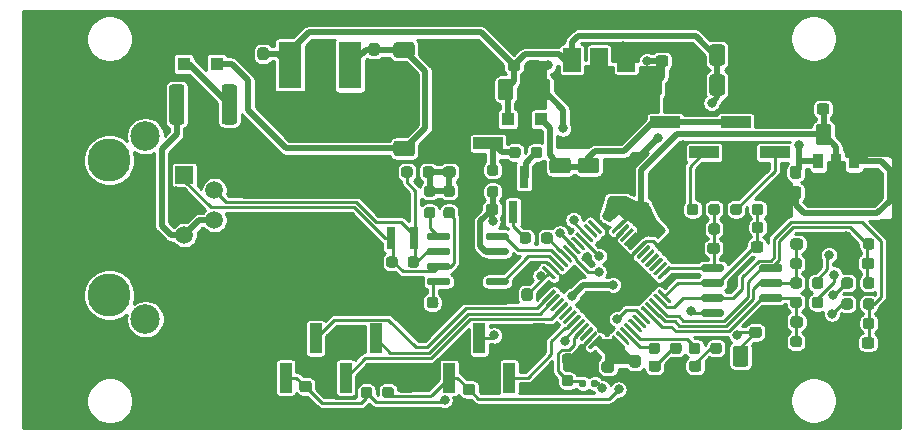
<source format=gtl>
G04 #@! TF.GenerationSoftware,KiCad,Pcbnew,5.1.9*
G04 #@! TF.CreationDate,2021-04-12T05:07:17-03:00*
G04 #@! TF.ProjectId,Controle,436f6e74-726f-46c6-952e-6b696361645f,rev?*
G04 #@! TF.SameCoordinates,Original*
G04 #@! TF.FileFunction,Copper,L1,Top*
G04 #@! TF.FilePolarity,Positive*
%FSLAX46Y46*%
G04 Gerber Fmt 4.6, Leading zero omitted, Abs format (unit mm)*
G04 Created by KiCad (PCBNEW 5.1.9) date 2021-04-12 05:07:17*
%MOMM*%
%LPD*%
G01*
G04 APERTURE LIST*
G04 #@! TA.AperFunction,SMDPad,CuDef*
%ADD10R,2.510000X1.000000*%
G04 #@! TD*
G04 #@! TA.AperFunction,SMDPad,CuDef*
%ADD11R,0.800000X1.900000*%
G04 #@! TD*
G04 #@! TA.AperFunction,SMDPad,CuDef*
%ADD12C,0.150000*%
G04 #@! TD*
G04 #@! TA.AperFunction,SMDPad,CuDef*
%ADD13R,0.900000X1.300000*%
G04 #@! TD*
G04 #@! TA.AperFunction,SMDPad,CuDef*
%ADD14R,1.000000X2.510000*%
G04 #@! TD*
G04 #@! TA.AperFunction,SMDPad,CuDef*
%ADD15R,1.100000X1.100000*%
G04 #@! TD*
G04 #@! TA.AperFunction,SMDPad,CuDef*
%ADD16R,1.905000X4.000000*%
G04 #@! TD*
G04 #@! TA.AperFunction,SMDPad,CuDef*
%ADD17R,3.800000X2.000000*%
G04 #@! TD*
G04 #@! TA.AperFunction,SMDPad,CuDef*
%ADD18R,1.500000X2.000000*%
G04 #@! TD*
G04 #@! TA.AperFunction,WasherPad*
%ADD19C,3.650000*%
G04 #@! TD*
G04 #@! TA.AperFunction,ComponentPad*
%ADD20R,1.500000X1.500000*%
G04 #@! TD*
G04 #@! TA.AperFunction,ComponentPad*
%ADD21C,1.500000*%
G04 #@! TD*
G04 #@! TA.AperFunction,ComponentPad*
%ADD22C,2.500000*%
G04 #@! TD*
G04 #@! TA.AperFunction,ViaPad*
%ADD23C,0.800000*%
G04 #@! TD*
G04 #@! TA.AperFunction,Conductor*
%ADD24C,0.250000*%
G04 #@! TD*
G04 #@! TA.AperFunction,Conductor*
%ADD25C,0.508000*%
G04 #@! TD*
G04 #@! TA.AperFunction,Conductor*
%ADD26C,0.254000*%
G04 #@! TD*
G04 #@! TA.AperFunction,Conductor*
%ADD27C,0.150000*%
G04 #@! TD*
G04 APERTURE END LIST*
G04 #@! TA.AperFunction,SMDPad,CuDef*
G36*
G01*
X160609500Y-65778000D02*
X161084500Y-65778000D01*
G75*
G02*
X161322000Y-66015500I0J-237500D01*
G01*
X161322000Y-66515500D01*
G75*
G02*
X161084500Y-66753000I-237500J0D01*
G01*
X160609500Y-66753000D01*
G75*
G02*
X160372000Y-66515500I0J237500D01*
G01*
X160372000Y-66015500D01*
G75*
G02*
X160609500Y-65778000I237500J0D01*
G01*
G37*
G04 #@! TD.AperFunction*
G04 #@! TA.AperFunction,SMDPad,CuDef*
G36*
G01*
X160609500Y-67603000D02*
X161084500Y-67603000D01*
G75*
G02*
X161322000Y-67840500I0J-237500D01*
G01*
X161322000Y-68340500D01*
G75*
G02*
X161084500Y-68578000I-237500J0D01*
G01*
X160609500Y-68578000D01*
G75*
G02*
X160372000Y-68340500I0J237500D01*
G01*
X160372000Y-67840500D01*
G75*
G02*
X160609500Y-67603000I237500J0D01*
G01*
G37*
G04 #@! TD.AperFunction*
D10*
X160470000Y-64003000D03*
X157160000Y-61463000D03*
G04 #@! TA.AperFunction,SMDPad,CuDef*
G36*
G01*
X164105000Y-71766500D02*
X164105000Y-72241500D01*
G75*
G02*
X163867500Y-72479000I-237500J0D01*
G01*
X163367500Y-72479000D01*
G75*
G02*
X163130000Y-72241500I0J237500D01*
G01*
X163130000Y-71766500D01*
G75*
G02*
X163367500Y-71529000I237500J0D01*
G01*
X163867500Y-71529000D01*
G75*
G02*
X164105000Y-71766500I0J-237500D01*
G01*
G37*
G04 #@! TD.AperFunction*
G04 #@! TA.AperFunction,SMDPad,CuDef*
G36*
G01*
X165930000Y-71766500D02*
X165930000Y-72241500D01*
G75*
G02*
X165692500Y-72479000I-237500J0D01*
G01*
X165192500Y-72479000D01*
G75*
G02*
X164955000Y-72241500I0J237500D01*
G01*
X164955000Y-71766500D01*
G75*
G02*
X165192500Y-71529000I237500J0D01*
G01*
X165692500Y-71529000D01*
G75*
G02*
X165930000Y-71766500I0J-237500D01*
G01*
G37*
G04 #@! TD.AperFunction*
G04 #@! TA.AperFunction,SMDPad,CuDef*
G36*
G01*
X163216000Y-64527500D02*
X163216000Y-65002500D01*
G75*
G02*
X162978500Y-65240000I-237500J0D01*
G01*
X162478500Y-65240000D01*
G75*
G02*
X162241000Y-65002500I0J237500D01*
G01*
X162241000Y-64527500D01*
G75*
G02*
X162478500Y-64290000I237500J0D01*
G01*
X162978500Y-64290000D01*
G75*
G02*
X163216000Y-64527500I0J-237500D01*
G01*
G37*
G04 #@! TD.AperFunction*
G04 #@! TA.AperFunction,SMDPad,CuDef*
G36*
G01*
X165041000Y-64527500D02*
X165041000Y-65002500D01*
G75*
G02*
X164803500Y-65240000I-237500J0D01*
G01*
X164303500Y-65240000D01*
G75*
G02*
X164066000Y-65002500I0J237500D01*
G01*
X164066000Y-64527500D01*
G75*
G02*
X164303500Y-64290000I237500J0D01*
G01*
X164803500Y-64290000D01*
G75*
G02*
X165041000Y-64527500I0J-237500D01*
G01*
G37*
G04 #@! TD.AperFunction*
D11*
X163514000Y-66821000D03*
X164464000Y-69821000D03*
X162564000Y-69821000D03*
G04 #@! TA.AperFunction,SMDPad,CuDef*
G36*
G01*
X180521000Y-58399999D02*
X180521000Y-59700001D01*
G75*
G02*
X180271001Y-59950000I-249999J0D01*
G01*
X179445999Y-59950000D01*
G75*
G02*
X179196000Y-59700001I0J249999D01*
G01*
X179196000Y-58399999D01*
G75*
G02*
X179445999Y-58150000I249999J0D01*
G01*
X180271001Y-58150000D01*
G75*
G02*
X180521000Y-58399999I0J-249999D01*
G01*
G37*
G04 #@! TD.AperFunction*
G04 #@! TA.AperFunction,SMDPad,CuDef*
G36*
G01*
X183646000Y-58399999D02*
X183646000Y-59700001D01*
G75*
G02*
X183396001Y-59950000I-249999J0D01*
G01*
X182570999Y-59950000D01*
G75*
G02*
X182321000Y-59700001I0J249999D01*
G01*
X182321000Y-58399999D01*
G75*
G02*
X182570999Y-58150000I249999J0D01*
G01*
X183396001Y-58150000D01*
G75*
G02*
X183646000Y-58399999I0J-249999D01*
G01*
G37*
G04 #@! TD.AperFunction*
G04 #@! TA.AperFunction,SMDPad,CuDef*
G36*
G01*
X167212001Y-66532000D02*
X165911999Y-66532000D01*
G75*
G02*
X165662000Y-66282001I0J249999D01*
G01*
X165662000Y-65456999D01*
G75*
G02*
X165911999Y-65207000I249999J0D01*
G01*
X167212001Y-65207000D01*
G75*
G02*
X167462000Y-65456999I0J-249999D01*
G01*
X167462000Y-66282001D01*
G75*
G02*
X167212001Y-66532000I-249999J0D01*
G01*
G37*
G04 #@! TD.AperFunction*
G04 #@! TA.AperFunction,SMDPad,CuDef*
G36*
G01*
X167212001Y-69657000D02*
X165911999Y-69657000D01*
G75*
G02*
X165662000Y-69407001I0J249999D01*
G01*
X165662000Y-68581999D01*
G75*
G02*
X165911999Y-68332000I249999J0D01*
G01*
X167212001Y-68332000D01*
G75*
G02*
X167462000Y-68581999I0J-249999D01*
G01*
X167462000Y-69407001D01*
G75*
G02*
X167212001Y-69657000I-249999J0D01*
G01*
G37*
G04 #@! TD.AperFunction*
G04 #@! TA.AperFunction,SMDPad,CuDef*
G36*
G01*
X169625001Y-66532000D02*
X168324999Y-66532000D01*
G75*
G02*
X168075000Y-66282001I0J249999D01*
G01*
X168075000Y-65456999D01*
G75*
G02*
X168324999Y-65207000I249999J0D01*
G01*
X169625001Y-65207000D01*
G75*
G02*
X169875000Y-65456999I0J-249999D01*
G01*
X169875000Y-66282001D01*
G75*
G02*
X169625001Y-66532000I-249999J0D01*
G01*
G37*
G04 #@! TD.AperFunction*
G04 #@! TA.AperFunction,SMDPad,CuDef*
G36*
G01*
X169625001Y-69657000D02*
X168324999Y-69657000D01*
G75*
G02*
X168075000Y-69407001I0J249999D01*
G01*
X168075000Y-68581999D01*
G75*
G02*
X168324999Y-68332000I249999J0D01*
G01*
X169625001Y-68332000D01*
G75*
G02*
X169875000Y-68581999I0J-249999D01*
G01*
X169875000Y-69407001D01*
G75*
G02*
X169625001Y-69657000I-249999J0D01*
G01*
G37*
G04 #@! TD.AperFunction*
G04 #@! TA.AperFunction,SMDPad,CuDef*
G36*
G01*
X182502200Y-81361599D02*
X182502200Y-82661601D01*
G75*
G02*
X182252201Y-82911600I-249999J0D01*
G01*
X181427199Y-82911600D01*
G75*
G02*
X181177200Y-82661601I0J249999D01*
G01*
X181177200Y-81361599D01*
G75*
G02*
X181427199Y-81111600I249999J0D01*
G01*
X182252201Y-81111600D01*
G75*
G02*
X182502200Y-81361599I0J-249999D01*
G01*
G37*
G04 #@! TD.AperFunction*
G04 #@! TA.AperFunction,SMDPad,CuDef*
G36*
G01*
X185627200Y-81361599D02*
X185627200Y-82661601D01*
G75*
G02*
X185377201Y-82911600I-249999J0D01*
G01*
X184552199Y-82911600D01*
G75*
G02*
X184302200Y-82661601I0J249999D01*
G01*
X184302200Y-81361599D01*
G75*
G02*
X184552199Y-81111600I249999J0D01*
G01*
X185377201Y-81111600D01*
G75*
G02*
X185627200Y-81361599I0J-249999D01*
G01*
G37*
G04 #@! TD.AperFunction*
G04 #@! TA.AperFunction,SMDPad,CuDef*
G36*
G01*
X170864999Y-68459000D02*
X172165001Y-68459000D01*
G75*
G02*
X172415000Y-68708999I0J-249999D01*
G01*
X172415000Y-69534001D01*
G75*
G02*
X172165001Y-69784000I-249999J0D01*
G01*
X170864999Y-69784000D01*
G75*
G02*
X170615000Y-69534001I0J249999D01*
G01*
X170615000Y-68708999D01*
G75*
G02*
X170864999Y-68459000I249999J0D01*
G01*
G37*
G04 #@! TD.AperFunction*
G04 #@! TA.AperFunction,SMDPad,CuDef*
G36*
G01*
X170864999Y-65334000D02*
X172165001Y-65334000D01*
G75*
G02*
X172415000Y-65583999I0J-249999D01*
G01*
X172415000Y-66409001D01*
G75*
G02*
X172165001Y-66659000I-249999J0D01*
G01*
X170864999Y-66659000D01*
G75*
G02*
X170615000Y-66409001I0J249999D01*
G01*
X170615000Y-65583999D01*
G75*
G02*
X170864999Y-65334000I249999J0D01*
G01*
G37*
G04 #@! TD.AperFunction*
G04 #@! TA.AperFunction,SMDPad,CuDef*
G36*
G01*
X152703999Y-63760000D02*
X154004001Y-63760000D01*
G75*
G02*
X154254000Y-64009999I0J-249999D01*
G01*
X154254000Y-64835001D01*
G75*
G02*
X154004001Y-65085000I-249999J0D01*
G01*
X152703999Y-65085000D01*
G75*
G02*
X152454000Y-64835001I0J249999D01*
G01*
X152454000Y-64009999D01*
G75*
G02*
X152703999Y-63760000I249999J0D01*
G01*
G37*
G04 #@! TD.AperFunction*
G04 #@! TA.AperFunction,SMDPad,CuDef*
G36*
G01*
X152703999Y-60635000D02*
X154004001Y-60635000D01*
G75*
G02*
X154254000Y-60884999I0J-249999D01*
G01*
X154254000Y-61710001D01*
G75*
G02*
X154004001Y-61960000I-249999J0D01*
G01*
X152703999Y-61960000D01*
G75*
G02*
X152454000Y-61710001I0J249999D01*
G01*
X152454000Y-60884999D01*
G75*
G02*
X152703999Y-60635000I249999J0D01*
G01*
G37*
G04 #@! TD.AperFunction*
G04 #@! TA.AperFunction,SMDPad,CuDef*
G36*
G01*
X154004001Y-56753000D02*
X152703999Y-56753000D01*
G75*
G02*
X152454000Y-56503001I0J249999D01*
G01*
X152454000Y-55677999D01*
G75*
G02*
X152703999Y-55428000I249999J0D01*
G01*
X154004001Y-55428000D01*
G75*
G02*
X154254000Y-55677999I0J-249999D01*
G01*
X154254000Y-56503001D01*
G75*
G02*
X154004001Y-56753000I-249999J0D01*
G01*
G37*
G04 #@! TD.AperFunction*
G04 #@! TA.AperFunction,SMDPad,CuDef*
G36*
G01*
X154004001Y-59878000D02*
X152703999Y-59878000D01*
G75*
G02*
X152454000Y-59628001I0J249999D01*
G01*
X152454000Y-58802999D01*
G75*
G02*
X152703999Y-58553000I249999J0D01*
G01*
X154004001Y-58553000D01*
G75*
G02*
X154254000Y-58802999I0J-249999D01*
G01*
X154254000Y-59628001D01*
G75*
G02*
X154004001Y-59878000I-249999J0D01*
G01*
G37*
G04 #@! TD.AperFunction*
G04 #@! TA.AperFunction,SMDPad,CuDef*
G36*
G01*
X162614000Y-58780999D02*
X162614000Y-60081001D01*
G75*
G02*
X162364001Y-60331000I-249999J0D01*
G01*
X161538999Y-60331000D01*
G75*
G02*
X161289000Y-60081001I0J249999D01*
G01*
X161289000Y-58780999D01*
G75*
G02*
X161538999Y-58531000I249999J0D01*
G01*
X162364001Y-58531000D01*
G75*
G02*
X162614000Y-58780999I0J-249999D01*
G01*
G37*
G04 #@! TD.AperFunction*
G04 #@! TA.AperFunction,SMDPad,CuDef*
G36*
G01*
X165739000Y-58780999D02*
X165739000Y-60081001D01*
G75*
G02*
X165489001Y-60331000I-249999J0D01*
G01*
X164663999Y-60331000D01*
G75*
G02*
X164414000Y-60081001I0J249999D01*
G01*
X164414000Y-58780999D01*
G75*
G02*
X164663999Y-58531000I249999J0D01*
G01*
X165489001Y-58531000D01*
G75*
G02*
X165739000Y-58780999I0J-249999D01*
G01*
G37*
G04 #@! TD.AperFunction*
G04 #@! TA.AperFunction,SMDPad,CuDef*
G36*
G01*
X175187000Y-58399999D02*
X175187000Y-59700001D01*
G75*
G02*
X174937001Y-59950000I-249999J0D01*
G01*
X174111999Y-59950000D01*
G75*
G02*
X173862000Y-59700001I0J249999D01*
G01*
X173862000Y-58399999D01*
G75*
G02*
X174111999Y-58150000I249999J0D01*
G01*
X174937001Y-58150000D01*
G75*
G02*
X175187000Y-58399999I0J-249999D01*
G01*
G37*
G04 #@! TD.AperFunction*
G04 #@! TA.AperFunction,SMDPad,CuDef*
G36*
G01*
X178312000Y-58399999D02*
X178312000Y-59700001D01*
G75*
G02*
X178062001Y-59950000I-249999J0D01*
G01*
X177236999Y-59950000D01*
G75*
G02*
X176987000Y-59700001I0J249999D01*
G01*
X176987000Y-58399999D01*
G75*
G02*
X177236999Y-58150000I249999J0D01*
G01*
X178062001Y-58150000D01*
G75*
G02*
X178312000Y-58399999I0J-249999D01*
G01*
G37*
G04 #@! TD.AperFunction*
G04 #@! TA.AperFunction,SMDPad,CuDef*
G36*
G01*
X189538000Y-62590999D02*
X189538000Y-63891001D01*
G75*
G02*
X189288001Y-64141000I-249999J0D01*
G01*
X188462999Y-64141000D01*
G75*
G02*
X188213000Y-63891001I0J249999D01*
G01*
X188213000Y-62590999D01*
G75*
G02*
X188462999Y-62341000I249999J0D01*
G01*
X189288001Y-62341000D01*
G75*
G02*
X189538000Y-62590999I0J-249999D01*
G01*
G37*
G04 #@! TD.AperFunction*
G04 #@! TA.AperFunction,SMDPad,CuDef*
G36*
G01*
X192663000Y-62590999D02*
X192663000Y-63891001D01*
G75*
G02*
X192413001Y-64141000I-249999J0D01*
G01*
X191587999Y-64141000D01*
G75*
G02*
X191338000Y-63891001I0J249999D01*
G01*
X191338000Y-62590999D01*
G75*
G02*
X191587999Y-62341000I249999J0D01*
G01*
X192413001Y-62341000D01*
G75*
G02*
X192663000Y-62590999I0J-249999D01*
G01*
G37*
G04 #@! TD.AperFunction*
G04 #@! TA.AperFunction,SMDPad,CuDef*
G36*
G01*
X180521000Y-55859999D02*
X180521000Y-57160001D01*
G75*
G02*
X180271001Y-57410000I-249999J0D01*
G01*
X179445999Y-57410000D01*
G75*
G02*
X179196000Y-57160001I0J249999D01*
G01*
X179196000Y-55859999D01*
G75*
G02*
X179445999Y-55610000I249999J0D01*
G01*
X180271001Y-55610000D01*
G75*
G02*
X180521000Y-55859999I0J-249999D01*
G01*
G37*
G04 #@! TD.AperFunction*
G04 #@! TA.AperFunction,SMDPad,CuDef*
G36*
G01*
X183646000Y-55859999D02*
X183646000Y-57160001D01*
G75*
G02*
X183396001Y-57410000I-249999J0D01*
G01*
X182570999Y-57410000D01*
G75*
G02*
X182321000Y-57160001I0J249999D01*
G01*
X182321000Y-55859999D01*
G75*
G02*
X182570999Y-55610000I249999J0D01*
G01*
X183396001Y-55610000D01*
G75*
G02*
X183646000Y-55859999I0J-249999D01*
G01*
G37*
G04 #@! TD.AperFunction*
G04 #@! TA.AperFunction,SMDPad,CuDef*
D12*
G36*
X189063500Y-69478000D02*
G01*
X189063500Y-66353000D01*
X189480000Y-66353000D01*
X189480000Y-64878000D01*
X190380000Y-64878000D01*
X190380000Y-66353000D01*
X190796500Y-66353000D01*
X190796500Y-69478000D01*
X189063500Y-69478000D01*
G37*
G04 #@! TD.AperFunction*
D13*
X188430000Y-65528000D03*
X191430000Y-65528000D03*
D14*
X143321000Y-83819000D03*
X148401000Y-83819000D03*
X153481000Y-83819000D03*
X145861000Y-80509000D03*
X150941000Y-80509000D03*
D15*
X162114000Y-61971000D03*
X164914000Y-61971000D03*
G04 #@! TA.AperFunction,SMDPad,CuDef*
G36*
G01*
X134761000Y-59251000D02*
X134761000Y-62151000D01*
G75*
G02*
X134511000Y-62401000I-250000J0D01*
G01*
X133711000Y-62401000D01*
G75*
G02*
X133461000Y-62151000I0J250000D01*
G01*
X133461000Y-59251000D01*
G75*
G02*
X133711000Y-59001000I250000J0D01*
G01*
X134511000Y-59001000D01*
G75*
G02*
X134761000Y-59251000I0J-250000D01*
G01*
G37*
G04 #@! TD.AperFunction*
G04 #@! TA.AperFunction,SMDPad,CuDef*
G36*
G01*
X139211000Y-59251000D02*
X139211000Y-62151000D01*
G75*
G02*
X138961000Y-62401000I-250000J0D01*
G01*
X138161000Y-62401000D01*
G75*
G02*
X137911000Y-62151000I0J250000D01*
G01*
X137911000Y-59251000D01*
G75*
G02*
X138161000Y-59001000I250000J0D01*
G01*
X138961000Y-59001000D01*
G75*
G02*
X139211000Y-59251000I0J-250000D01*
G01*
G37*
G04 #@! TD.AperFunction*
G04 #@! TA.AperFunction,SMDPad,CuDef*
G36*
G01*
X180429000Y-78204000D02*
X180429000Y-78504000D01*
G75*
G02*
X180279000Y-78654000I-150000J0D01*
G01*
X178629000Y-78654000D01*
G75*
G02*
X178479000Y-78504000I0J150000D01*
G01*
X178479000Y-78204000D01*
G75*
G02*
X178629000Y-78054000I150000J0D01*
G01*
X180279000Y-78054000D01*
G75*
G02*
X180429000Y-78204000I0J-150000D01*
G01*
G37*
G04 #@! TD.AperFunction*
G04 #@! TA.AperFunction,SMDPad,CuDef*
G36*
G01*
X180429000Y-76934000D02*
X180429000Y-77234000D01*
G75*
G02*
X180279000Y-77384000I-150000J0D01*
G01*
X178629000Y-77384000D01*
G75*
G02*
X178479000Y-77234000I0J150000D01*
G01*
X178479000Y-76934000D01*
G75*
G02*
X178629000Y-76784000I150000J0D01*
G01*
X180279000Y-76784000D01*
G75*
G02*
X180429000Y-76934000I0J-150000D01*
G01*
G37*
G04 #@! TD.AperFunction*
G04 #@! TA.AperFunction,SMDPad,CuDef*
G36*
G01*
X180429000Y-75664000D02*
X180429000Y-75964000D01*
G75*
G02*
X180279000Y-76114000I-150000J0D01*
G01*
X178629000Y-76114000D01*
G75*
G02*
X178479000Y-75964000I0J150000D01*
G01*
X178479000Y-75664000D01*
G75*
G02*
X178629000Y-75514000I150000J0D01*
G01*
X180279000Y-75514000D01*
G75*
G02*
X180429000Y-75664000I0J-150000D01*
G01*
G37*
G04 #@! TD.AperFunction*
G04 #@! TA.AperFunction,SMDPad,CuDef*
G36*
G01*
X180429000Y-74394000D02*
X180429000Y-74694000D01*
G75*
G02*
X180279000Y-74844000I-150000J0D01*
G01*
X178629000Y-74844000D01*
G75*
G02*
X178479000Y-74694000I0J150000D01*
G01*
X178479000Y-74394000D01*
G75*
G02*
X178629000Y-74244000I150000J0D01*
G01*
X180279000Y-74244000D01*
G75*
G02*
X180429000Y-74394000I0J-150000D01*
G01*
G37*
G04 #@! TD.AperFunction*
G04 #@! TA.AperFunction,SMDPad,CuDef*
G36*
G01*
X185379000Y-74394000D02*
X185379000Y-74694000D01*
G75*
G02*
X185229000Y-74844000I-150000J0D01*
G01*
X183579000Y-74844000D01*
G75*
G02*
X183429000Y-74694000I0J150000D01*
G01*
X183429000Y-74394000D01*
G75*
G02*
X183579000Y-74244000I150000J0D01*
G01*
X185229000Y-74244000D01*
G75*
G02*
X185379000Y-74394000I0J-150000D01*
G01*
G37*
G04 #@! TD.AperFunction*
G04 #@! TA.AperFunction,SMDPad,CuDef*
G36*
G01*
X185379000Y-75664000D02*
X185379000Y-75964000D01*
G75*
G02*
X185229000Y-76114000I-150000J0D01*
G01*
X183579000Y-76114000D01*
G75*
G02*
X183429000Y-75964000I0J150000D01*
G01*
X183429000Y-75664000D01*
G75*
G02*
X183579000Y-75514000I150000J0D01*
G01*
X185229000Y-75514000D01*
G75*
G02*
X185379000Y-75664000I0J-150000D01*
G01*
G37*
G04 #@! TD.AperFunction*
G04 #@! TA.AperFunction,SMDPad,CuDef*
G36*
G01*
X185379000Y-76934000D02*
X185379000Y-77234000D01*
G75*
G02*
X185229000Y-77384000I-150000J0D01*
G01*
X183579000Y-77384000D01*
G75*
G02*
X183429000Y-77234000I0J150000D01*
G01*
X183429000Y-76934000D01*
G75*
G02*
X183579000Y-76784000I150000J0D01*
G01*
X185229000Y-76784000D01*
G75*
G02*
X185379000Y-76934000I0J-150000D01*
G01*
G37*
G04 #@! TD.AperFunction*
G04 #@! TA.AperFunction,SMDPad,CuDef*
G36*
G01*
X185379000Y-78204000D02*
X185379000Y-78504000D01*
G75*
G02*
X185229000Y-78654000I-150000J0D01*
G01*
X183579000Y-78654000D01*
G75*
G02*
X183429000Y-78504000I0J150000D01*
G01*
X183429000Y-78204000D01*
G75*
G02*
X183579000Y-78054000I150000J0D01*
G01*
X185229000Y-78054000D01*
G75*
G02*
X185379000Y-78204000I0J-150000D01*
G01*
G37*
G04 #@! TD.AperFunction*
G04 #@! TA.AperFunction,SMDPad,CuDef*
G36*
G01*
X175097000Y-82623500D02*
X175097000Y-83098500D01*
G75*
G02*
X174859500Y-83336000I-237500J0D01*
G01*
X174284500Y-83336000D01*
G75*
G02*
X174047000Y-83098500I0J237500D01*
G01*
X174047000Y-82623500D01*
G75*
G02*
X174284500Y-82386000I237500J0D01*
G01*
X174859500Y-82386000D01*
G75*
G02*
X175097000Y-82623500I0J-237500D01*
G01*
G37*
G04 #@! TD.AperFunction*
G04 #@! TA.AperFunction,SMDPad,CuDef*
G36*
G01*
X176847000Y-82623500D02*
X176847000Y-83098500D01*
G75*
G02*
X176609500Y-83336000I-237500J0D01*
G01*
X176034500Y-83336000D01*
G75*
G02*
X175797000Y-83098500I0J237500D01*
G01*
X175797000Y-82623500D01*
G75*
G02*
X176034500Y-82386000I237500J0D01*
G01*
X176609500Y-82386000D01*
G75*
G02*
X176847000Y-82623500I0J-237500D01*
G01*
G37*
G04 #@! TD.AperFunction*
G04 #@! TA.AperFunction,SMDPad,CuDef*
G36*
G01*
X175872000Y-81588700D02*
X175872000Y-81113700D01*
G75*
G02*
X176109500Y-80876200I237500J0D01*
G01*
X176609500Y-80876200D01*
G75*
G02*
X176847000Y-81113700I0J-237500D01*
G01*
X176847000Y-81588700D01*
G75*
G02*
X176609500Y-81826200I-237500J0D01*
G01*
X176109500Y-81826200D01*
G75*
G02*
X175872000Y-81588700I0J237500D01*
G01*
G37*
G04 #@! TD.AperFunction*
G04 #@! TA.AperFunction,SMDPad,CuDef*
G36*
G01*
X174047000Y-81588700D02*
X174047000Y-81113700D01*
G75*
G02*
X174284500Y-80876200I237500J0D01*
G01*
X174784500Y-80876200D01*
G75*
G02*
X175022000Y-81113700I0J-237500D01*
G01*
X175022000Y-81588700D01*
G75*
G02*
X174784500Y-81826200I-237500J0D01*
G01*
X174284500Y-81826200D01*
G75*
G02*
X174047000Y-81588700I0J237500D01*
G01*
G37*
G04 #@! TD.AperFunction*
G04 #@! TA.AperFunction,SMDPad,CuDef*
G36*
G01*
X170074736Y-80466484D02*
X169137820Y-81403400D01*
G75*
G02*
X169031754Y-81403400I-53033J53033D01*
G01*
X168925688Y-81297334D01*
G75*
G02*
X168925688Y-81191268I53033J53033D01*
G01*
X169862604Y-80254352D01*
G75*
G02*
X169968670Y-80254352I53033J-53033D01*
G01*
X170074736Y-80360418D01*
G75*
G02*
X170074736Y-80466484I-53033J-53033D01*
G01*
G37*
G04 #@! TD.AperFunction*
G04 #@! TA.AperFunction,SMDPad,CuDef*
G36*
G01*
X169721182Y-80112930D02*
X168784266Y-81049846D01*
G75*
G02*
X168678200Y-81049846I-53033J53033D01*
G01*
X168572134Y-80943780D01*
G75*
G02*
X168572134Y-80837714I53033J53033D01*
G01*
X169509050Y-79900798D01*
G75*
G02*
X169615116Y-79900798I53033J-53033D01*
G01*
X169721182Y-80006864D01*
G75*
G02*
X169721182Y-80112930I-53033J-53033D01*
G01*
G37*
G04 #@! TD.AperFunction*
G04 #@! TA.AperFunction,SMDPad,CuDef*
G36*
G01*
X169367629Y-79759377D02*
X168430713Y-80696293D01*
G75*
G02*
X168324647Y-80696293I-53033J53033D01*
G01*
X168218581Y-80590227D01*
G75*
G02*
X168218581Y-80484161I53033J53033D01*
G01*
X169155497Y-79547245D01*
G75*
G02*
X169261563Y-79547245I53033J-53033D01*
G01*
X169367629Y-79653311D01*
G75*
G02*
X169367629Y-79759377I-53033J-53033D01*
G01*
G37*
G04 #@! TD.AperFunction*
G04 #@! TA.AperFunction,SMDPad,CuDef*
G36*
G01*
X169014075Y-79405823D02*
X168077159Y-80342739D01*
G75*
G02*
X167971093Y-80342739I-53033J53033D01*
G01*
X167865027Y-80236673D01*
G75*
G02*
X167865027Y-80130607I53033J53033D01*
G01*
X168801943Y-79193691D01*
G75*
G02*
X168908009Y-79193691I53033J-53033D01*
G01*
X169014075Y-79299757D01*
G75*
G02*
X169014075Y-79405823I-53033J-53033D01*
G01*
G37*
G04 #@! TD.AperFunction*
G04 #@! TA.AperFunction,SMDPad,CuDef*
G36*
G01*
X168660522Y-79052270D02*
X167723606Y-79989186D01*
G75*
G02*
X167617540Y-79989186I-53033J53033D01*
G01*
X167511474Y-79883120D01*
G75*
G02*
X167511474Y-79777054I53033J53033D01*
G01*
X168448390Y-78840138D01*
G75*
G02*
X168554456Y-78840138I53033J-53033D01*
G01*
X168660522Y-78946204D01*
G75*
G02*
X168660522Y-79052270I-53033J-53033D01*
G01*
G37*
G04 #@! TD.AperFunction*
G04 #@! TA.AperFunction,SMDPad,CuDef*
G36*
G01*
X168306969Y-78698717D02*
X167370053Y-79635633D01*
G75*
G02*
X167263987Y-79635633I-53033J53033D01*
G01*
X167157921Y-79529567D01*
G75*
G02*
X167157921Y-79423501I53033J53033D01*
G01*
X168094837Y-78486585D01*
G75*
G02*
X168200903Y-78486585I53033J-53033D01*
G01*
X168306969Y-78592651D01*
G75*
G02*
X168306969Y-78698717I-53033J-53033D01*
G01*
G37*
G04 #@! TD.AperFunction*
G04 #@! TA.AperFunction,SMDPad,CuDef*
G36*
G01*
X167953415Y-78345163D02*
X167016499Y-79282079D01*
G75*
G02*
X166910433Y-79282079I-53033J53033D01*
G01*
X166804367Y-79176013D01*
G75*
G02*
X166804367Y-79069947I53033J53033D01*
G01*
X167741283Y-78133031D01*
G75*
G02*
X167847349Y-78133031I53033J-53033D01*
G01*
X167953415Y-78239097D01*
G75*
G02*
X167953415Y-78345163I-53033J-53033D01*
G01*
G37*
G04 #@! TD.AperFunction*
G04 #@! TA.AperFunction,SMDPad,CuDef*
G36*
G01*
X167599862Y-77991610D02*
X166662946Y-78928526D01*
G75*
G02*
X166556880Y-78928526I-53033J53033D01*
G01*
X166450814Y-78822460D01*
G75*
G02*
X166450814Y-78716394I53033J53033D01*
G01*
X167387730Y-77779478D01*
G75*
G02*
X167493796Y-77779478I53033J-53033D01*
G01*
X167599862Y-77885544D01*
G75*
G02*
X167599862Y-77991610I-53033J-53033D01*
G01*
G37*
G04 #@! TD.AperFunction*
G04 #@! TA.AperFunction,SMDPad,CuDef*
G36*
G01*
X167246309Y-77638057D02*
X166309393Y-78574973D01*
G75*
G02*
X166203327Y-78574973I-53033J53033D01*
G01*
X166097261Y-78468907D01*
G75*
G02*
X166097261Y-78362841I53033J53033D01*
G01*
X167034177Y-77425925D01*
G75*
G02*
X167140243Y-77425925I53033J-53033D01*
G01*
X167246309Y-77531991D01*
G75*
G02*
X167246309Y-77638057I-53033J-53033D01*
G01*
G37*
G04 #@! TD.AperFunction*
G04 #@! TA.AperFunction,SMDPad,CuDef*
G36*
G01*
X166892755Y-77284503D02*
X165955839Y-78221419D01*
G75*
G02*
X165849773Y-78221419I-53033J53033D01*
G01*
X165743707Y-78115353D01*
G75*
G02*
X165743707Y-78009287I53033J53033D01*
G01*
X166680623Y-77072371D01*
G75*
G02*
X166786689Y-77072371I53033J-53033D01*
G01*
X166892755Y-77178437D01*
G75*
G02*
X166892755Y-77284503I-53033J-53033D01*
G01*
G37*
G04 #@! TD.AperFunction*
G04 #@! TA.AperFunction,SMDPad,CuDef*
G36*
G01*
X166539202Y-76930950D02*
X165602286Y-77867866D01*
G75*
G02*
X165496220Y-77867866I-53033J53033D01*
G01*
X165390154Y-77761800D01*
G75*
G02*
X165390154Y-77655734I53033J53033D01*
G01*
X166327070Y-76718818D01*
G75*
G02*
X166433136Y-76718818I53033J-53033D01*
G01*
X166539202Y-76824884D01*
G75*
G02*
X166539202Y-76930950I-53033J-53033D01*
G01*
G37*
G04 #@! TD.AperFunction*
G04 #@! TA.AperFunction,SMDPad,CuDef*
G36*
G01*
X166185648Y-76577396D02*
X165248732Y-77514312D01*
G75*
G02*
X165142666Y-77514312I-53033J53033D01*
G01*
X165036600Y-77408246D01*
G75*
G02*
X165036600Y-77302180I53033J53033D01*
G01*
X165973516Y-76365264D01*
G75*
G02*
X166079582Y-76365264I53033J-53033D01*
G01*
X166185648Y-76471330D01*
G75*
G02*
X166185648Y-76577396I-53033J-53033D01*
G01*
G37*
G04 #@! TD.AperFunction*
G04 #@! TA.AperFunction,SMDPad,CuDef*
G36*
G01*
X166185648Y-75410670D02*
X166079582Y-75516736D01*
G75*
G02*
X165973516Y-75516736I-53033J53033D01*
G01*
X165036600Y-74579820D01*
G75*
G02*
X165036600Y-74473754I53033J53033D01*
G01*
X165142666Y-74367688D01*
G75*
G02*
X165248732Y-74367688I53033J-53033D01*
G01*
X166185648Y-75304604D01*
G75*
G02*
X166185648Y-75410670I-53033J-53033D01*
G01*
G37*
G04 #@! TD.AperFunction*
G04 #@! TA.AperFunction,SMDPad,CuDef*
G36*
G01*
X166539202Y-75057116D02*
X166433136Y-75163182D01*
G75*
G02*
X166327070Y-75163182I-53033J53033D01*
G01*
X165390154Y-74226266D01*
G75*
G02*
X165390154Y-74120200I53033J53033D01*
G01*
X165496220Y-74014134D01*
G75*
G02*
X165602286Y-74014134I53033J-53033D01*
G01*
X166539202Y-74951050D01*
G75*
G02*
X166539202Y-75057116I-53033J-53033D01*
G01*
G37*
G04 #@! TD.AperFunction*
G04 #@! TA.AperFunction,SMDPad,CuDef*
G36*
G01*
X166892755Y-74703563D02*
X166786689Y-74809629D01*
G75*
G02*
X166680623Y-74809629I-53033J53033D01*
G01*
X165743707Y-73872713D01*
G75*
G02*
X165743707Y-73766647I53033J53033D01*
G01*
X165849773Y-73660581D01*
G75*
G02*
X165955839Y-73660581I53033J-53033D01*
G01*
X166892755Y-74597497D01*
G75*
G02*
X166892755Y-74703563I-53033J-53033D01*
G01*
G37*
G04 #@! TD.AperFunction*
G04 #@! TA.AperFunction,SMDPad,CuDef*
G36*
G01*
X167246309Y-74350009D02*
X167140243Y-74456075D01*
G75*
G02*
X167034177Y-74456075I-53033J53033D01*
G01*
X166097261Y-73519159D01*
G75*
G02*
X166097261Y-73413093I53033J53033D01*
G01*
X166203327Y-73307027D01*
G75*
G02*
X166309393Y-73307027I53033J-53033D01*
G01*
X167246309Y-74243943D01*
G75*
G02*
X167246309Y-74350009I-53033J-53033D01*
G01*
G37*
G04 #@! TD.AperFunction*
G04 #@! TA.AperFunction,SMDPad,CuDef*
G36*
G01*
X167599862Y-73996456D02*
X167493796Y-74102522D01*
G75*
G02*
X167387730Y-74102522I-53033J53033D01*
G01*
X166450814Y-73165606D01*
G75*
G02*
X166450814Y-73059540I53033J53033D01*
G01*
X166556880Y-72953474D01*
G75*
G02*
X166662946Y-72953474I53033J-53033D01*
G01*
X167599862Y-73890390D01*
G75*
G02*
X167599862Y-73996456I-53033J-53033D01*
G01*
G37*
G04 #@! TD.AperFunction*
G04 #@! TA.AperFunction,SMDPad,CuDef*
G36*
G01*
X167953415Y-73642903D02*
X167847349Y-73748969D01*
G75*
G02*
X167741283Y-73748969I-53033J53033D01*
G01*
X166804367Y-72812053D01*
G75*
G02*
X166804367Y-72705987I53033J53033D01*
G01*
X166910433Y-72599921D01*
G75*
G02*
X167016499Y-72599921I53033J-53033D01*
G01*
X167953415Y-73536837D01*
G75*
G02*
X167953415Y-73642903I-53033J-53033D01*
G01*
G37*
G04 #@! TD.AperFunction*
G04 #@! TA.AperFunction,SMDPad,CuDef*
G36*
G01*
X168306969Y-73289349D02*
X168200903Y-73395415D01*
G75*
G02*
X168094837Y-73395415I-53033J53033D01*
G01*
X167157921Y-72458499D01*
G75*
G02*
X167157921Y-72352433I53033J53033D01*
G01*
X167263987Y-72246367D01*
G75*
G02*
X167370053Y-72246367I53033J-53033D01*
G01*
X168306969Y-73183283D01*
G75*
G02*
X168306969Y-73289349I-53033J-53033D01*
G01*
G37*
G04 #@! TD.AperFunction*
G04 #@! TA.AperFunction,SMDPad,CuDef*
G36*
G01*
X168660522Y-72935796D02*
X168554456Y-73041862D01*
G75*
G02*
X168448390Y-73041862I-53033J53033D01*
G01*
X167511474Y-72104946D01*
G75*
G02*
X167511474Y-71998880I53033J53033D01*
G01*
X167617540Y-71892814D01*
G75*
G02*
X167723606Y-71892814I53033J-53033D01*
G01*
X168660522Y-72829730D01*
G75*
G02*
X168660522Y-72935796I-53033J-53033D01*
G01*
G37*
G04 #@! TD.AperFunction*
G04 #@! TA.AperFunction,SMDPad,CuDef*
G36*
G01*
X169014075Y-72582243D02*
X168908009Y-72688309D01*
G75*
G02*
X168801943Y-72688309I-53033J53033D01*
G01*
X167865027Y-71751393D01*
G75*
G02*
X167865027Y-71645327I53033J53033D01*
G01*
X167971093Y-71539261D01*
G75*
G02*
X168077159Y-71539261I53033J-53033D01*
G01*
X169014075Y-72476177D01*
G75*
G02*
X169014075Y-72582243I-53033J-53033D01*
G01*
G37*
G04 #@! TD.AperFunction*
G04 #@! TA.AperFunction,SMDPad,CuDef*
G36*
G01*
X169367629Y-72228689D02*
X169261563Y-72334755D01*
G75*
G02*
X169155497Y-72334755I-53033J53033D01*
G01*
X168218581Y-71397839D01*
G75*
G02*
X168218581Y-71291773I53033J53033D01*
G01*
X168324647Y-71185707D01*
G75*
G02*
X168430713Y-71185707I53033J-53033D01*
G01*
X169367629Y-72122623D01*
G75*
G02*
X169367629Y-72228689I-53033J-53033D01*
G01*
G37*
G04 #@! TD.AperFunction*
G04 #@! TA.AperFunction,SMDPad,CuDef*
G36*
G01*
X169721182Y-71875136D02*
X169615116Y-71981202D01*
G75*
G02*
X169509050Y-71981202I-53033J53033D01*
G01*
X168572134Y-71044286D01*
G75*
G02*
X168572134Y-70938220I53033J53033D01*
G01*
X168678200Y-70832154D01*
G75*
G02*
X168784266Y-70832154I53033J-53033D01*
G01*
X169721182Y-71769070D01*
G75*
G02*
X169721182Y-71875136I-53033J-53033D01*
G01*
G37*
G04 #@! TD.AperFunction*
G04 #@! TA.AperFunction,SMDPad,CuDef*
G36*
G01*
X170074736Y-71521582D02*
X169968670Y-71627648D01*
G75*
G02*
X169862604Y-71627648I-53033J53033D01*
G01*
X168925688Y-70690732D01*
G75*
G02*
X168925688Y-70584666I53033J53033D01*
G01*
X169031754Y-70478600D01*
G75*
G02*
X169137820Y-70478600I53033J-53033D01*
G01*
X170074736Y-71415516D01*
G75*
G02*
X170074736Y-71521582I-53033J-53033D01*
G01*
G37*
G04 #@! TD.AperFunction*
G04 #@! TA.AperFunction,SMDPad,CuDef*
G36*
G01*
X172072312Y-70690732D02*
X171135396Y-71627648D01*
G75*
G02*
X171029330Y-71627648I-53033J53033D01*
G01*
X170923264Y-71521582D01*
G75*
G02*
X170923264Y-71415516I53033J53033D01*
G01*
X171860180Y-70478600D01*
G75*
G02*
X171966246Y-70478600I53033J-53033D01*
G01*
X172072312Y-70584666D01*
G75*
G02*
X172072312Y-70690732I-53033J-53033D01*
G01*
G37*
G04 #@! TD.AperFunction*
G04 #@! TA.AperFunction,SMDPad,CuDef*
G36*
G01*
X172425866Y-71044286D02*
X171488950Y-71981202D01*
G75*
G02*
X171382884Y-71981202I-53033J53033D01*
G01*
X171276818Y-71875136D01*
G75*
G02*
X171276818Y-71769070I53033J53033D01*
G01*
X172213734Y-70832154D01*
G75*
G02*
X172319800Y-70832154I53033J-53033D01*
G01*
X172425866Y-70938220D01*
G75*
G02*
X172425866Y-71044286I-53033J-53033D01*
G01*
G37*
G04 #@! TD.AperFunction*
G04 #@! TA.AperFunction,SMDPad,CuDef*
G36*
G01*
X172779419Y-71397839D02*
X171842503Y-72334755D01*
G75*
G02*
X171736437Y-72334755I-53033J53033D01*
G01*
X171630371Y-72228689D01*
G75*
G02*
X171630371Y-72122623I53033J53033D01*
G01*
X172567287Y-71185707D01*
G75*
G02*
X172673353Y-71185707I53033J-53033D01*
G01*
X172779419Y-71291773D01*
G75*
G02*
X172779419Y-71397839I-53033J-53033D01*
G01*
G37*
G04 #@! TD.AperFunction*
G04 #@! TA.AperFunction,SMDPad,CuDef*
G36*
G01*
X173132973Y-71751393D02*
X172196057Y-72688309D01*
G75*
G02*
X172089991Y-72688309I-53033J53033D01*
G01*
X171983925Y-72582243D01*
G75*
G02*
X171983925Y-72476177I53033J53033D01*
G01*
X172920841Y-71539261D01*
G75*
G02*
X173026907Y-71539261I53033J-53033D01*
G01*
X173132973Y-71645327D01*
G75*
G02*
X173132973Y-71751393I-53033J-53033D01*
G01*
G37*
G04 #@! TD.AperFunction*
G04 #@! TA.AperFunction,SMDPad,CuDef*
G36*
G01*
X173486526Y-72104946D02*
X172549610Y-73041862D01*
G75*
G02*
X172443544Y-73041862I-53033J53033D01*
G01*
X172337478Y-72935796D01*
G75*
G02*
X172337478Y-72829730I53033J53033D01*
G01*
X173274394Y-71892814D01*
G75*
G02*
X173380460Y-71892814I53033J-53033D01*
G01*
X173486526Y-71998880D01*
G75*
G02*
X173486526Y-72104946I-53033J-53033D01*
G01*
G37*
G04 #@! TD.AperFunction*
G04 #@! TA.AperFunction,SMDPad,CuDef*
G36*
G01*
X173840079Y-72458499D02*
X172903163Y-73395415D01*
G75*
G02*
X172797097Y-73395415I-53033J53033D01*
G01*
X172691031Y-73289349D01*
G75*
G02*
X172691031Y-73183283I53033J53033D01*
G01*
X173627947Y-72246367D01*
G75*
G02*
X173734013Y-72246367I53033J-53033D01*
G01*
X173840079Y-72352433D01*
G75*
G02*
X173840079Y-72458499I-53033J-53033D01*
G01*
G37*
G04 #@! TD.AperFunction*
G04 #@! TA.AperFunction,SMDPad,CuDef*
G36*
G01*
X174193633Y-72812053D02*
X173256717Y-73748969D01*
G75*
G02*
X173150651Y-73748969I-53033J53033D01*
G01*
X173044585Y-73642903D01*
G75*
G02*
X173044585Y-73536837I53033J53033D01*
G01*
X173981501Y-72599921D01*
G75*
G02*
X174087567Y-72599921I53033J-53033D01*
G01*
X174193633Y-72705987D01*
G75*
G02*
X174193633Y-72812053I-53033J-53033D01*
G01*
G37*
G04 #@! TD.AperFunction*
G04 #@! TA.AperFunction,SMDPad,CuDef*
G36*
G01*
X174547186Y-73165606D02*
X173610270Y-74102522D01*
G75*
G02*
X173504204Y-74102522I-53033J53033D01*
G01*
X173398138Y-73996456D01*
G75*
G02*
X173398138Y-73890390I53033J53033D01*
G01*
X174335054Y-72953474D01*
G75*
G02*
X174441120Y-72953474I53033J-53033D01*
G01*
X174547186Y-73059540D01*
G75*
G02*
X174547186Y-73165606I-53033J-53033D01*
G01*
G37*
G04 #@! TD.AperFunction*
G04 #@! TA.AperFunction,SMDPad,CuDef*
G36*
G01*
X174900739Y-73519159D02*
X173963823Y-74456075D01*
G75*
G02*
X173857757Y-74456075I-53033J53033D01*
G01*
X173751691Y-74350009D01*
G75*
G02*
X173751691Y-74243943I53033J53033D01*
G01*
X174688607Y-73307027D01*
G75*
G02*
X174794673Y-73307027I53033J-53033D01*
G01*
X174900739Y-73413093D01*
G75*
G02*
X174900739Y-73519159I-53033J-53033D01*
G01*
G37*
G04 #@! TD.AperFunction*
G04 #@! TA.AperFunction,SMDPad,CuDef*
G36*
G01*
X175254293Y-73872713D02*
X174317377Y-74809629D01*
G75*
G02*
X174211311Y-74809629I-53033J53033D01*
G01*
X174105245Y-74703563D01*
G75*
G02*
X174105245Y-74597497I53033J53033D01*
G01*
X175042161Y-73660581D01*
G75*
G02*
X175148227Y-73660581I53033J-53033D01*
G01*
X175254293Y-73766647D01*
G75*
G02*
X175254293Y-73872713I-53033J-53033D01*
G01*
G37*
G04 #@! TD.AperFunction*
G04 #@! TA.AperFunction,SMDPad,CuDef*
G36*
G01*
X175607846Y-74226266D02*
X174670930Y-75163182D01*
G75*
G02*
X174564864Y-75163182I-53033J53033D01*
G01*
X174458798Y-75057116D01*
G75*
G02*
X174458798Y-74951050I53033J53033D01*
G01*
X175395714Y-74014134D01*
G75*
G02*
X175501780Y-74014134I53033J-53033D01*
G01*
X175607846Y-74120200D01*
G75*
G02*
X175607846Y-74226266I-53033J-53033D01*
G01*
G37*
G04 #@! TD.AperFunction*
G04 #@! TA.AperFunction,SMDPad,CuDef*
G36*
G01*
X175961400Y-74579820D02*
X175024484Y-75516736D01*
G75*
G02*
X174918418Y-75516736I-53033J53033D01*
G01*
X174812352Y-75410670D01*
G75*
G02*
X174812352Y-75304604I53033J53033D01*
G01*
X175749268Y-74367688D01*
G75*
G02*
X175855334Y-74367688I53033J-53033D01*
G01*
X175961400Y-74473754D01*
G75*
G02*
X175961400Y-74579820I-53033J-53033D01*
G01*
G37*
G04 #@! TD.AperFunction*
G04 #@! TA.AperFunction,SMDPad,CuDef*
G36*
G01*
X175961400Y-77408246D02*
X175855334Y-77514312D01*
G75*
G02*
X175749268Y-77514312I-53033J53033D01*
G01*
X174812352Y-76577396D01*
G75*
G02*
X174812352Y-76471330I53033J53033D01*
G01*
X174918418Y-76365264D01*
G75*
G02*
X175024484Y-76365264I53033J-53033D01*
G01*
X175961400Y-77302180D01*
G75*
G02*
X175961400Y-77408246I-53033J-53033D01*
G01*
G37*
G04 #@! TD.AperFunction*
G04 #@! TA.AperFunction,SMDPad,CuDef*
G36*
G01*
X175607846Y-77761800D02*
X175501780Y-77867866D01*
G75*
G02*
X175395714Y-77867866I-53033J53033D01*
G01*
X174458798Y-76930950D01*
G75*
G02*
X174458798Y-76824884I53033J53033D01*
G01*
X174564864Y-76718818D01*
G75*
G02*
X174670930Y-76718818I53033J-53033D01*
G01*
X175607846Y-77655734D01*
G75*
G02*
X175607846Y-77761800I-53033J-53033D01*
G01*
G37*
G04 #@! TD.AperFunction*
G04 #@! TA.AperFunction,SMDPad,CuDef*
G36*
G01*
X175254293Y-78115353D02*
X175148227Y-78221419D01*
G75*
G02*
X175042161Y-78221419I-53033J53033D01*
G01*
X174105245Y-77284503D01*
G75*
G02*
X174105245Y-77178437I53033J53033D01*
G01*
X174211311Y-77072371D01*
G75*
G02*
X174317377Y-77072371I53033J-53033D01*
G01*
X175254293Y-78009287D01*
G75*
G02*
X175254293Y-78115353I-53033J-53033D01*
G01*
G37*
G04 #@! TD.AperFunction*
G04 #@! TA.AperFunction,SMDPad,CuDef*
G36*
G01*
X174900739Y-78468907D02*
X174794673Y-78574973D01*
G75*
G02*
X174688607Y-78574973I-53033J53033D01*
G01*
X173751691Y-77638057D01*
G75*
G02*
X173751691Y-77531991I53033J53033D01*
G01*
X173857757Y-77425925D01*
G75*
G02*
X173963823Y-77425925I53033J-53033D01*
G01*
X174900739Y-78362841D01*
G75*
G02*
X174900739Y-78468907I-53033J-53033D01*
G01*
G37*
G04 #@! TD.AperFunction*
G04 #@! TA.AperFunction,SMDPad,CuDef*
G36*
G01*
X174547186Y-78822460D02*
X174441120Y-78928526D01*
G75*
G02*
X174335054Y-78928526I-53033J53033D01*
G01*
X173398138Y-77991610D01*
G75*
G02*
X173398138Y-77885544I53033J53033D01*
G01*
X173504204Y-77779478D01*
G75*
G02*
X173610270Y-77779478I53033J-53033D01*
G01*
X174547186Y-78716394D01*
G75*
G02*
X174547186Y-78822460I-53033J-53033D01*
G01*
G37*
G04 #@! TD.AperFunction*
G04 #@! TA.AperFunction,SMDPad,CuDef*
G36*
G01*
X174193633Y-79176013D02*
X174087567Y-79282079D01*
G75*
G02*
X173981501Y-79282079I-53033J53033D01*
G01*
X173044585Y-78345163D01*
G75*
G02*
X173044585Y-78239097I53033J53033D01*
G01*
X173150651Y-78133031D01*
G75*
G02*
X173256717Y-78133031I53033J-53033D01*
G01*
X174193633Y-79069947D01*
G75*
G02*
X174193633Y-79176013I-53033J-53033D01*
G01*
G37*
G04 #@! TD.AperFunction*
G04 #@! TA.AperFunction,SMDPad,CuDef*
G36*
G01*
X173840079Y-79529567D02*
X173734013Y-79635633D01*
G75*
G02*
X173627947Y-79635633I-53033J53033D01*
G01*
X172691031Y-78698717D01*
G75*
G02*
X172691031Y-78592651I53033J53033D01*
G01*
X172797097Y-78486585D01*
G75*
G02*
X172903163Y-78486585I53033J-53033D01*
G01*
X173840079Y-79423501D01*
G75*
G02*
X173840079Y-79529567I-53033J-53033D01*
G01*
G37*
G04 #@! TD.AperFunction*
G04 #@! TA.AperFunction,SMDPad,CuDef*
G36*
G01*
X173486526Y-79883120D02*
X173380460Y-79989186D01*
G75*
G02*
X173274394Y-79989186I-53033J53033D01*
G01*
X172337478Y-79052270D01*
G75*
G02*
X172337478Y-78946204I53033J53033D01*
G01*
X172443544Y-78840138D01*
G75*
G02*
X172549610Y-78840138I53033J-53033D01*
G01*
X173486526Y-79777054D01*
G75*
G02*
X173486526Y-79883120I-53033J-53033D01*
G01*
G37*
G04 #@! TD.AperFunction*
G04 #@! TA.AperFunction,SMDPad,CuDef*
G36*
G01*
X173132973Y-80236673D02*
X173026907Y-80342739D01*
G75*
G02*
X172920841Y-80342739I-53033J53033D01*
G01*
X171983925Y-79405823D01*
G75*
G02*
X171983925Y-79299757I53033J53033D01*
G01*
X172089991Y-79193691D01*
G75*
G02*
X172196057Y-79193691I53033J-53033D01*
G01*
X173132973Y-80130607D01*
G75*
G02*
X173132973Y-80236673I-53033J-53033D01*
G01*
G37*
G04 #@! TD.AperFunction*
G04 #@! TA.AperFunction,SMDPad,CuDef*
G36*
G01*
X172779419Y-80590227D02*
X172673353Y-80696293D01*
G75*
G02*
X172567287Y-80696293I-53033J53033D01*
G01*
X171630371Y-79759377D01*
G75*
G02*
X171630371Y-79653311I53033J53033D01*
G01*
X171736437Y-79547245D01*
G75*
G02*
X171842503Y-79547245I53033J-53033D01*
G01*
X172779419Y-80484161D01*
G75*
G02*
X172779419Y-80590227I-53033J-53033D01*
G01*
G37*
G04 #@! TD.AperFunction*
G04 #@! TA.AperFunction,SMDPad,CuDef*
G36*
G01*
X172425866Y-80943780D02*
X172319800Y-81049846D01*
G75*
G02*
X172213734Y-81049846I-53033J53033D01*
G01*
X171276818Y-80112930D01*
G75*
G02*
X171276818Y-80006864I53033J53033D01*
G01*
X171382884Y-79900798D01*
G75*
G02*
X171488950Y-79900798I53033J-53033D01*
G01*
X172425866Y-80837714D01*
G75*
G02*
X172425866Y-80943780I-53033J-53033D01*
G01*
G37*
G04 #@! TD.AperFunction*
G04 #@! TA.AperFunction,SMDPad,CuDef*
G36*
G01*
X172072312Y-81297334D02*
X171966246Y-81403400D01*
G75*
G02*
X171860180Y-81403400I-53033J53033D01*
G01*
X170923264Y-80466484D01*
G75*
G02*
X170923264Y-80360418I53033J53033D01*
G01*
X171029330Y-80254352D01*
G75*
G02*
X171135396Y-80254352I53033J-53033D01*
G01*
X172072312Y-81191268D01*
G75*
G02*
X172072312Y-81297334I-53033J-53033D01*
G01*
G37*
G04 #@! TD.AperFunction*
G04 #@! TA.AperFunction,SMDPad,CuDef*
G36*
G01*
X167434500Y-82755000D02*
X166959500Y-82755000D01*
G75*
G02*
X166722000Y-82517500I0J237500D01*
G01*
X166722000Y-82017500D01*
G75*
G02*
X166959500Y-81780000I237500J0D01*
G01*
X167434500Y-81780000D01*
G75*
G02*
X167672000Y-82017500I0J-237500D01*
G01*
X167672000Y-82517500D01*
G75*
G02*
X167434500Y-82755000I-237500J0D01*
G01*
G37*
G04 #@! TD.AperFunction*
G04 #@! TA.AperFunction,SMDPad,CuDef*
G36*
G01*
X167434500Y-84580000D02*
X166959500Y-84580000D01*
G75*
G02*
X166722000Y-84342500I0J237500D01*
G01*
X166722000Y-83842500D01*
G75*
G02*
X166959500Y-83605000I237500J0D01*
G01*
X167434500Y-83605000D01*
G75*
G02*
X167672000Y-83842500I0J-237500D01*
G01*
X167672000Y-84342500D01*
G75*
G02*
X167434500Y-84580000I-237500J0D01*
G01*
G37*
G04 #@! TD.AperFunction*
G04 #@! TA.AperFunction,SMDPad,CuDef*
G36*
G01*
X168735000Y-84138000D02*
X168735000Y-84508000D01*
G75*
G02*
X168600000Y-84643000I-135000J0D01*
G01*
X168330000Y-84643000D01*
G75*
G02*
X168195000Y-84508000I0J135000D01*
G01*
X168195000Y-84138000D01*
G75*
G02*
X168330000Y-84003000I135000J0D01*
G01*
X168600000Y-84003000D01*
G75*
G02*
X168735000Y-84138000I0J-135000D01*
G01*
G37*
G04 #@! TD.AperFunction*
G04 #@! TA.AperFunction,SMDPad,CuDef*
G36*
G01*
X169755000Y-84138000D02*
X169755000Y-84508000D01*
G75*
G02*
X169620000Y-84643000I-135000J0D01*
G01*
X169350000Y-84643000D01*
G75*
G02*
X169215000Y-84508000I0J135000D01*
G01*
X169215000Y-84138000D01*
G75*
G02*
X169350000Y-84003000I135000J0D01*
G01*
X169620000Y-84003000D01*
G75*
G02*
X169755000Y-84138000I0J-135000D01*
G01*
G37*
G04 #@! TD.AperFunction*
D14*
X164784000Y-80509000D03*
X159704000Y-80509000D03*
X162244000Y-83819000D03*
X157164000Y-83819000D03*
G04 #@! TA.AperFunction,SMDPad,CuDef*
G36*
G01*
X160256500Y-69833500D02*
X160256500Y-69358500D01*
G75*
G02*
X160494000Y-69121000I237500J0D01*
G01*
X161094000Y-69121000D01*
G75*
G02*
X161331500Y-69358500I0J-237500D01*
G01*
X161331500Y-69833500D01*
G75*
G02*
X161094000Y-70071000I-237500J0D01*
G01*
X160494000Y-70071000D01*
G75*
G02*
X160256500Y-69833500I0J237500D01*
G01*
G37*
G04 #@! TD.AperFunction*
G04 #@! TA.AperFunction,SMDPad,CuDef*
G36*
G01*
X158531500Y-69833500D02*
X158531500Y-69358500D01*
G75*
G02*
X158769000Y-69121000I237500J0D01*
G01*
X159369000Y-69121000D01*
G75*
G02*
X159606500Y-69358500I0J-237500D01*
G01*
X159606500Y-69833500D01*
G75*
G02*
X159369000Y-70071000I-237500J0D01*
G01*
X158769000Y-70071000D01*
G75*
G02*
X158531500Y-69833500I0J237500D01*
G01*
G37*
G04 #@! TD.AperFunction*
G04 #@! TA.AperFunction,SMDPad,CuDef*
G36*
G01*
X154922000Y-66653500D02*
X154922000Y-66178500D01*
G75*
G02*
X155159500Y-65941000I237500J0D01*
G01*
X155659500Y-65941000D01*
G75*
G02*
X155897000Y-66178500I0J-237500D01*
G01*
X155897000Y-66653500D01*
G75*
G02*
X155659500Y-66891000I-237500J0D01*
G01*
X155159500Y-66891000D01*
G75*
G02*
X154922000Y-66653500I0J237500D01*
G01*
G37*
G04 #@! TD.AperFunction*
G04 #@! TA.AperFunction,SMDPad,CuDef*
G36*
G01*
X153097000Y-66653500D02*
X153097000Y-66178500D01*
G75*
G02*
X153334500Y-65941000I237500J0D01*
G01*
X153834500Y-65941000D01*
G75*
G02*
X154072000Y-66178500I0J-237500D01*
G01*
X154072000Y-66653500D01*
G75*
G02*
X153834500Y-66891000I-237500J0D01*
G01*
X153334500Y-66891000D01*
G75*
G02*
X153097000Y-66653500I0J237500D01*
G01*
G37*
G04 #@! TD.AperFunction*
G04 #@! TA.AperFunction,SMDPad,CuDef*
G36*
G01*
X156926500Y-69381000D02*
X157401500Y-69381000D01*
G75*
G02*
X157639000Y-69618500I0J-237500D01*
G01*
X157639000Y-70118500D01*
G75*
G02*
X157401500Y-70356000I-237500J0D01*
G01*
X156926500Y-70356000D01*
G75*
G02*
X156689000Y-70118500I0J237500D01*
G01*
X156689000Y-69618500D01*
G75*
G02*
X156926500Y-69381000I237500J0D01*
G01*
G37*
G04 #@! TD.AperFunction*
G04 #@! TA.AperFunction,SMDPad,CuDef*
G36*
G01*
X156926500Y-67556000D02*
X157401500Y-67556000D01*
G75*
G02*
X157639000Y-67793500I0J-237500D01*
G01*
X157639000Y-68293500D01*
G75*
G02*
X157401500Y-68531000I-237500J0D01*
G01*
X156926500Y-68531000D01*
G75*
G02*
X156689000Y-68293500I0J237500D01*
G01*
X156689000Y-67793500D01*
G75*
G02*
X156926500Y-67556000I237500J0D01*
G01*
G37*
G04 #@! TD.AperFunction*
G04 #@! TA.AperFunction,SMDPad,CuDef*
G36*
G01*
X155275500Y-69381000D02*
X155750500Y-69381000D01*
G75*
G02*
X155988000Y-69618500I0J-237500D01*
G01*
X155988000Y-70118500D01*
G75*
G02*
X155750500Y-70356000I-237500J0D01*
G01*
X155275500Y-70356000D01*
G75*
G02*
X155038000Y-70118500I0J237500D01*
G01*
X155038000Y-69618500D01*
G75*
G02*
X155275500Y-69381000I237500J0D01*
G01*
G37*
G04 #@! TD.AperFunction*
G04 #@! TA.AperFunction,SMDPad,CuDef*
G36*
G01*
X155275500Y-67556000D02*
X155750500Y-67556000D01*
G75*
G02*
X155988000Y-67793500I0J-237500D01*
G01*
X155988000Y-68293500D01*
G75*
G02*
X155750500Y-68531000I-237500J0D01*
G01*
X155275500Y-68531000D01*
G75*
G02*
X155038000Y-68293500I0J237500D01*
G01*
X155038000Y-67793500D01*
G75*
G02*
X155275500Y-67556000I237500J0D01*
G01*
G37*
G04 #@! TD.AperFunction*
G04 #@! TA.AperFunction,SMDPad,CuDef*
G36*
G01*
X158378000Y-66653500D02*
X158378000Y-66178500D01*
G75*
G02*
X158615500Y-65941000I237500J0D01*
G01*
X159215500Y-65941000D01*
G75*
G02*
X159453000Y-66178500I0J-237500D01*
G01*
X159453000Y-66653500D01*
G75*
G02*
X159215500Y-66891000I-237500J0D01*
G01*
X158615500Y-66891000D01*
G75*
G02*
X158378000Y-66653500I0J237500D01*
G01*
G37*
G04 #@! TD.AperFunction*
G04 #@! TA.AperFunction,SMDPad,CuDef*
G36*
G01*
X156653000Y-66653500D02*
X156653000Y-66178500D01*
G75*
G02*
X156890500Y-65941000I237500J0D01*
G01*
X157490500Y-65941000D01*
G75*
G02*
X157728000Y-66178500I0J-237500D01*
G01*
X157728000Y-66653500D01*
G75*
G02*
X157490500Y-66891000I-237500J0D01*
G01*
X156890500Y-66891000D01*
G75*
G02*
X156653000Y-66653500I0J237500D01*
G01*
G37*
G04 #@! TD.AperFunction*
D16*
X148782000Y-57399000D03*
X146242000Y-57399000D03*
X143702000Y-57399000D03*
D17*
X169864000Y-63216000D03*
D18*
X169864000Y-56916000D03*
X167564000Y-56916000D03*
X172164000Y-56916000D03*
D15*
X137482000Y-57272000D03*
X134682000Y-57272000D03*
G04 #@! TA.AperFunction,SMDPad,CuDef*
G36*
G01*
X173149500Y-82982000D02*
X172674500Y-82982000D01*
G75*
G02*
X172437000Y-82744500I0J237500D01*
G01*
X172437000Y-82144500D01*
G75*
G02*
X172674500Y-81907000I237500J0D01*
G01*
X173149500Y-81907000D01*
G75*
G02*
X173387000Y-82144500I0J-237500D01*
G01*
X173387000Y-82744500D01*
G75*
G02*
X173149500Y-82982000I-237500J0D01*
G01*
G37*
G04 #@! TD.AperFunction*
G04 #@! TA.AperFunction,SMDPad,CuDef*
G36*
G01*
X173149500Y-84707000D02*
X172674500Y-84707000D01*
G75*
G02*
X172437000Y-84469500I0J237500D01*
G01*
X172437000Y-83869500D01*
G75*
G02*
X172674500Y-83632000I237500J0D01*
G01*
X173149500Y-83632000D01*
G75*
G02*
X173387000Y-83869500I0J-237500D01*
G01*
X173387000Y-84469500D01*
G75*
G02*
X173149500Y-84707000I-237500J0D01*
G01*
G37*
G04 #@! TD.AperFunction*
G04 #@! TA.AperFunction,SMDPad,CuDef*
G36*
G01*
X174111000Y-69226500D02*
X174111000Y-69701500D01*
G75*
G02*
X173873500Y-69939000I-237500J0D01*
G01*
X173273500Y-69939000D01*
G75*
G02*
X173036000Y-69701500I0J237500D01*
G01*
X173036000Y-69226500D01*
G75*
G02*
X173273500Y-68989000I237500J0D01*
G01*
X173873500Y-68989000D01*
G75*
G02*
X174111000Y-69226500I0J-237500D01*
G01*
G37*
G04 #@! TD.AperFunction*
G04 #@! TA.AperFunction,SMDPad,CuDef*
G36*
G01*
X175836000Y-69226500D02*
X175836000Y-69701500D01*
G75*
G02*
X175598500Y-69939000I-237500J0D01*
G01*
X174998500Y-69939000D01*
G75*
G02*
X174761000Y-69701500I0J237500D01*
G01*
X174761000Y-69226500D01*
G75*
G02*
X174998500Y-68989000I237500J0D01*
G01*
X175598500Y-68989000D01*
G75*
G02*
X175836000Y-69226500I0J-237500D01*
G01*
G37*
G04 #@! TD.AperFunction*
G04 #@! TA.AperFunction,SMDPad,CuDef*
G36*
G01*
X163530500Y-76266000D02*
X164005500Y-76266000D01*
G75*
G02*
X164243000Y-76503500I0J-237500D01*
G01*
X164243000Y-77103500D01*
G75*
G02*
X164005500Y-77341000I-237500J0D01*
G01*
X163530500Y-77341000D01*
G75*
G02*
X163293000Y-77103500I0J237500D01*
G01*
X163293000Y-76503500D01*
G75*
G02*
X163530500Y-76266000I237500J0D01*
G01*
G37*
G04 #@! TD.AperFunction*
G04 #@! TA.AperFunction,SMDPad,CuDef*
G36*
G01*
X163530500Y-74541000D02*
X164005500Y-74541000D01*
G75*
G02*
X164243000Y-74778500I0J-237500D01*
G01*
X164243000Y-75378500D01*
G75*
G02*
X164005500Y-75616000I-237500J0D01*
G01*
X163530500Y-75616000D01*
G75*
G02*
X163293000Y-75378500I0J237500D01*
G01*
X163293000Y-74778500D01*
G75*
G02*
X163530500Y-74541000I237500J0D01*
G01*
G37*
G04 #@! TD.AperFunction*
D10*
X184727000Y-64765000D03*
X181417000Y-67305000D03*
X181417000Y-62225000D03*
X178758000Y-64765000D03*
X175448000Y-67305000D03*
X175448000Y-62225000D03*
G04 #@! TA.AperFunction,SMDPad,CuDef*
G36*
G01*
X170062000Y-83163500D02*
X170062000Y-82688500D01*
G75*
G02*
X170299500Y-82451000I237500J0D01*
G01*
X170899500Y-82451000D01*
G75*
G02*
X171137000Y-82688500I0J-237500D01*
G01*
X171137000Y-83163500D01*
G75*
G02*
X170899500Y-83401000I-237500J0D01*
G01*
X170299500Y-83401000D01*
G75*
G02*
X170062000Y-83163500I0J237500D01*
G01*
G37*
G04 #@! TD.AperFunction*
G04 #@! TA.AperFunction,SMDPad,CuDef*
G36*
G01*
X168337000Y-83163500D02*
X168337000Y-82688500D01*
G75*
G02*
X168574500Y-82451000I237500J0D01*
G01*
X169174500Y-82451000D01*
G75*
G02*
X169412000Y-82688500I0J-237500D01*
G01*
X169412000Y-83163500D01*
G75*
G02*
X169174500Y-83401000I-237500J0D01*
G01*
X168574500Y-83401000D01*
G75*
G02*
X168337000Y-83163500I0J237500D01*
G01*
G37*
G04 #@! TD.AperFunction*
D19*
X128401000Y-76840000D03*
X128401000Y-65410000D03*
D20*
X134751000Y-66680000D03*
D21*
X137291000Y-67950000D03*
X134751000Y-69220000D03*
X137291000Y-70490000D03*
X134751000Y-71760000D03*
X137291000Y-73030000D03*
X134751000Y-74300000D03*
X137291000Y-75570000D03*
D22*
X131451000Y-63375000D03*
X131451000Y-78875000D03*
G04 #@! TA.AperFunction,SMDPad,CuDef*
G36*
G01*
X183636000Y-79767500D02*
X183636000Y-80242500D01*
G75*
G02*
X183398500Y-80480000I-237500J0D01*
G01*
X182798500Y-80480000D01*
G75*
G02*
X182561000Y-80242500I0J237500D01*
G01*
X182561000Y-79767500D01*
G75*
G02*
X182798500Y-79530000I237500J0D01*
G01*
X183398500Y-79530000D01*
G75*
G02*
X183636000Y-79767500I0J-237500D01*
G01*
G37*
G04 #@! TD.AperFunction*
G04 #@! TA.AperFunction,SMDPad,CuDef*
G36*
G01*
X185361000Y-79767500D02*
X185361000Y-80242500D01*
G75*
G02*
X185123500Y-80480000I-237500J0D01*
G01*
X184523500Y-80480000D01*
G75*
G02*
X184286000Y-80242500I0J237500D01*
G01*
X184286000Y-79767500D01*
G75*
G02*
X184523500Y-79530000I237500J0D01*
G01*
X185123500Y-79530000D01*
G75*
G02*
X185361000Y-79767500I0J-237500D01*
G01*
G37*
G04 #@! TD.AperFunction*
G04 #@! TA.AperFunction,SMDPad,CuDef*
G36*
G01*
X179117000Y-71474500D02*
X179117000Y-70999500D01*
G75*
G02*
X179354500Y-70762000I237500J0D01*
G01*
X179854500Y-70762000D01*
G75*
G02*
X180092000Y-70999500I0J-237500D01*
G01*
X180092000Y-71474500D01*
G75*
G02*
X179854500Y-71712000I-237500J0D01*
G01*
X179354500Y-71712000D01*
G75*
G02*
X179117000Y-71474500I0J237500D01*
G01*
G37*
G04 #@! TD.AperFunction*
G04 #@! TA.AperFunction,SMDPad,CuDef*
G36*
G01*
X177292000Y-71474500D02*
X177292000Y-70999500D01*
G75*
G02*
X177529500Y-70762000I237500J0D01*
G01*
X178029500Y-70762000D01*
G75*
G02*
X178267000Y-70999500I0J-237500D01*
G01*
X178267000Y-71474500D01*
G75*
G02*
X178029500Y-71712000I-237500J0D01*
G01*
X177529500Y-71712000D01*
G75*
G02*
X177292000Y-71474500I0J237500D01*
G01*
G37*
G04 #@! TD.AperFunction*
G04 #@! TA.AperFunction,SMDPad,CuDef*
G36*
G01*
X180975000Y-71347500D02*
X180975000Y-70872500D01*
G75*
G02*
X181212500Y-70635000I237500J0D01*
G01*
X181712500Y-70635000D01*
G75*
G02*
X181950000Y-70872500I0J-237500D01*
G01*
X181950000Y-71347500D01*
G75*
G02*
X181712500Y-71585000I-237500J0D01*
G01*
X181212500Y-71585000D01*
G75*
G02*
X180975000Y-71347500I0J237500D01*
G01*
G37*
G04 #@! TD.AperFunction*
G04 #@! TA.AperFunction,SMDPad,CuDef*
G36*
G01*
X182800000Y-71347500D02*
X182800000Y-70872500D01*
G75*
G02*
X183037500Y-70635000I237500J0D01*
G01*
X183537500Y-70635000D01*
G75*
G02*
X183775000Y-70872500I0J-237500D01*
G01*
X183775000Y-71347500D01*
G75*
G02*
X183537500Y-71585000I-237500J0D01*
G01*
X183037500Y-71585000D01*
G75*
G02*
X182800000Y-71347500I0J237500D01*
G01*
G37*
G04 #@! TD.AperFunction*
G04 #@! TA.AperFunction,SMDPad,CuDef*
G36*
G01*
X192198000Y-79475500D02*
X192198000Y-79000500D01*
G75*
G02*
X192435500Y-78763000I237500J0D01*
G01*
X192935500Y-78763000D01*
G75*
G02*
X193173000Y-79000500I0J-237500D01*
G01*
X193173000Y-79475500D01*
G75*
G02*
X192935500Y-79713000I-237500J0D01*
G01*
X192435500Y-79713000D01*
G75*
G02*
X192198000Y-79475500I0J237500D01*
G01*
G37*
G04 #@! TD.AperFunction*
G04 #@! TA.AperFunction,SMDPad,CuDef*
G36*
G01*
X190373000Y-79475500D02*
X190373000Y-79000500D01*
G75*
G02*
X190610500Y-78763000I237500J0D01*
G01*
X191110500Y-78763000D01*
G75*
G02*
X191348000Y-79000500I0J-237500D01*
G01*
X191348000Y-79475500D01*
G75*
G02*
X191110500Y-79713000I-237500J0D01*
G01*
X190610500Y-79713000D01*
G75*
G02*
X190373000Y-79475500I0J237500D01*
G01*
G37*
G04 #@! TD.AperFunction*
G04 #@! TA.AperFunction,SMDPad,CuDef*
G36*
G01*
X192198000Y-72744500D02*
X192198000Y-72269500D01*
G75*
G02*
X192435500Y-72032000I237500J0D01*
G01*
X192935500Y-72032000D01*
G75*
G02*
X193173000Y-72269500I0J-237500D01*
G01*
X193173000Y-72744500D01*
G75*
G02*
X192935500Y-72982000I-237500J0D01*
G01*
X192435500Y-72982000D01*
G75*
G02*
X192198000Y-72744500I0J237500D01*
G01*
G37*
G04 #@! TD.AperFunction*
G04 #@! TA.AperFunction,SMDPad,CuDef*
G36*
G01*
X190373000Y-72744500D02*
X190373000Y-72269500D01*
G75*
G02*
X190610500Y-72032000I237500J0D01*
G01*
X191110500Y-72032000D01*
G75*
G02*
X191348000Y-72269500I0J-237500D01*
G01*
X191348000Y-72744500D01*
G75*
G02*
X191110500Y-72982000I-237500J0D01*
G01*
X190610500Y-72982000D01*
G75*
G02*
X190373000Y-72744500I0J237500D01*
G01*
G37*
G04 #@! TD.AperFunction*
G04 #@! TA.AperFunction,SMDPad,CuDef*
G36*
G01*
X187027000Y-73930500D02*
X187027000Y-74405500D01*
G75*
G02*
X186789500Y-74643000I-237500J0D01*
G01*
X186289500Y-74643000D01*
G75*
G02*
X186052000Y-74405500I0J237500D01*
G01*
X186052000Y-73930500D01*
G75*
G02*
X186289500Y-73693000I237500J0D01*
G01*
X186789500Y-73693000D01*
G75*
G02*
X187027000Y-73930500I0J-237500D01*
G01*
G37*
G04 #@! TD.AperFunction*
G04 #@! TA.AperFunction,SMDPad,CuDef*
G36*
G01*
X188852000Y-73930500D02*
X188852000Y-74405500D01*
G75*
G02*
X188614500Y-74643000I-237500J0D01*
G01*
X188114500Y-74643000D01*
G75*
G02*
X187877000Y-74405500I0J237500D01*
G01*
X187877000Y-73930500D01*
G75*
G02*
X188114500Y-73693000I237500J0D01*
G01*
X188614500Y-73693000D01*
G75*
G02*
X188852000Y-73930500I0J-237500D01*
G01*
G37*
G04 #@! TD.AperFunction*
G04 #@! TA.AperFunction,SMDPad,CuDef*
G36*
G01*
X187027000Y-80534500D02*
X187027000Y-81009500D01*
G75*
G02*
X186789500Y-81247000I-237500J0D01*
G01*
X186289500Y-81247000D01*
G75*
G02*
X186052000Y-81009500I0J237500D01*
G01*
X186052000Y-80534500D01*
G75*
G02*
X186289500Y-80297000I237500J0D01*
G01*
X186789500Y-80297000D01*
G75*
G02*
X187027000Y-80534500I0J-237500D01*
G01*
G37*
G04 #@! TD.AperFunction*
G04 #@! TA.AperFunction,SMDPad,CuDef*
G36*
G01*
X188852000Y-80534500D02*
X188852000Y-81009500D01*
G75*
G02*
X188614500Y-81247000I-237500J0D01*
G01*
X188114500Y-81247000D01*
G75*
G02*
X187877000Y-81009500I0J237500D01*
G01*
X187877000Y-80534500D01*
G75*
G02*
X188114500Y-80297000I237500J0D01*
G01*
X188614500Y-80297000D01*
G75*
G02*
X188852000Y-80534500I0J-237500D01*
G01*
G37*
G04 #@! TD.AperFunction*
G04 #@! TA.AperFunction,SMDPad,CuDef*
G36*
G01*
X178267000Y-69353500D02*
X178267000Y-69828500D01*
G75*
G02*
X178029500Y-70066000I-237500J0D01*
G01*
X177529500Y-70066000D01*
G75*
G02*
X177292000Y-69828500I0J237500D01*
G01*
X177292000Y-69353500D01*
G75*
G02*
X177529500Y-69116000I237500J0D01*
G01*
X178029500Y-69116000D01*
G75*
G02*
X178267000Y-69353500I0J-237500D01*
G01*
G37*
G04 #@! TD.AperFunction*
G04 #@! TA.AperFunction,SMDPad,CuDef*
G36*
G01*
X180092000Y-69353500D02*
X180092000Y-69828500D01*
G75*
G02*
X179854500Y-70066000I-237500J0D01*
G01*
X179354500Y-70066000D01*
G75*
G02*
X179117000Y-69828500I0J237500D01*
G01*
X179117000Y-69353500D01*
G75*
G02*
X179354500Y-69116000I237500J0D01*
G01*
X179854500Y-69116000D01*
G75*
G02*
X180092000Y-69353500I0J-237500D01*
G01*
G37*
G04 #@! TD.AperFunction*
G04 #@! TA.AperFunction,SMDPad,CuDef*
G36*
G01*
X181950000Y-69353500D02*
X181950000Y-69828500D01*
G75*
G02*
X181712500Y-70066000I-237500J0D01*
G01*
X181212500Y-70066000D01*
G75*
G02*
X180975000Y-69828500I0J237500D01*
G01*
X180975000Y-69353500D01*
G75*
G02*
X181212500Y-69116000I237500J0D01*
G01*
X181712500Y-69116000D01*
G75*
G02*
X181950000Y-69353500I0J-237500D01*
G01*
G37*
G04 #@! TD.AperFunction*
G04 #@! TA.AperFunction,SMDPad,CuDef*
G36*
G01*
X183775000Y-69353500D02*
X183775000Y-69828500D01*
G75*
G02*
X183537500Y-70066000I-237500J0D01*
G01*
X183037500Y-70066000D01*
G75*
G02*
X182800000Y-69828500I0J237500D01*
G01*
X182800000Y-69353500D01*
G75*
G02*
X183037500Y-69116000I237500J0D01*
G01*
X183537500Y-69116000D01*
G75*
G02*
X183775000Y-69353500I0J-237500D01*
G01*
G37*
G04 #@! TD.AperFunction*
G04 #@! TA.AperFunction,SMDPad,CuDef*
G36*
G01*
X191348000Y-77349500D02*
X191348000Y-77824500D01*
G75*
G02*
X191110500Y-78062000I-237500J0D01*
G01*
X190610500Y-78062000D01*
G75*
G02*
X190373000Y-77824500I0J237500D01*
G01*
X190373000Y-77349500D01*
G75*
G02*
X190610500Y-77112000I237500J0D01*
G01*
X191110500Y-77112000D01*
G75*
G02*
X191348000Y-77349500I0J-237500D01*
G01*
G37*
G04 #@! TD.AperFunction*
G04 #@! TA.AperFunction,SMDPad,CuDef*
G36*
G01*
X193173000Y-77349500D02*
X193173000Y-77824500D01*
G75*
G02*
X192935500Y-78062000I-237500J0D01*
G01*
X192435500Y-78062000D01*
G75*
G02*
X192198000Y-77824500I0J237500D01*
G01*
X192198000Y-77349500D01*
G75*
G02*
X192435500Y-77112000I237500J0D01*
G01*
X192935500Y-77112000D01*
G75*
G02*
X193173000Y-77349500I0J-237500D01*
G01*
G37*
G04 #@! TD.AperFunction*
G04 #@! TA.AperFunction,SMDPad,CuDef*
G36*
G01*
X191348000Y-75576500D02*
X191348000Y-76051500D01*
G75*
G02*
X191110500Y-76289000I-237500J0D01*
G01*
X190610500Y-76289000D01*
G75*
G02*
X190373000Y-76051500I0J237500D01*
G01*
X190373000Y-75576500D01*
G75*
G02*
X190610500Y-75339000I237500J0D01*
G01*
X191110500Y-75339000D01*
G75*
G02*
X191348000Y-75576500I0J-237500D01*
G01*
G37*
G04 #@! TD.AperFunction*
G04 #@! TA.AperFunction,SMDPad,CuDef*
G36*
G01*
X193173000Y-75576500D02*
X193173000Y-76051500D01*
G75*
G02*
X192935500Y-76289000I-237500J0D01*
G01*
X192435500Y-76289000D01*
G75*
G02*
X192198000Y-76051500I0J237500D01*
G01*
X192198000Y-75576500D01*
G75*
G02*
X192435500Y-75339000I237500J0D01*
G01*
X192935500Y-75339000D01*
G75*
G02*
X193173000Y-75576500I0J-237500D01*
G01*
G37*
G04 #@! TD.AperFunction*
G04 #@! TA.AperFunction,SMDPad,CuDef*
G36*
G01*
X187877000Y-76056500D02*
X187877000Y-75581500D01*
G75*
G02*
X188114500Y-75344000I237500J0D01*
G01*
X188614500Y-75344000D01*
G75*
G02*
X188852000Y-75581500I0J-237500D01*
G01*
X188852000Y-76056500D01*
G75*
G02*
X188614500Y-76294000I-237500J0D01*
G01*
X188114500Y-76294000D01*
G75*
G02*
X187877000Y-76056500I0J237500D01*
G01*
G37*
G04 #@! TD.AperFunction*
G04 #@! TA.AperFunction,SMDPad,CuDef*
G36*
G01*
X186052000Y-76056500D02*
X186052000Y-75581500D01*
G75*
G02*
X186289500Y-75344000I237500J0D01*
G01*
X186789500Y-75344000D01*
G75*
G02*
X187027000Y-75581500I0J-237500D01*
G01*
X187027000Y-76056500D01*
G75*
G02*
X186789500Y-76294000I-237500J0D01*
G01*
X186289500Y-76294000D01*
G75*
G02*
X186052000Y-76056500I0J237500D01*
G01*
G37*
G04 #@! TD.AperFunction*
G04 #@! TA.AperFunction,SMDPad,CuDef*
G36*
G01*
X187877000Y-77702500D02*
X187877000Y-77227500D01*
G75*
G02*
X188114500Y-76990000I237500J0D01*
G01*
X188614500Y-76990000D01*
G75*
G02*
X188852000Y-77227500I0J-237500D01*
G01*
X188852000Y-77702500D01*
G75*
G02*
X188614500Y-77940000I-237500J0D01*
G01*
X188114500Y-77940000D01*
G75*
G02*
X187877000Y-77702500I0J237500D01*
G01*
G37*
G04 #@! TD.AperFunction*
G04 #@! TA.AperFunction,SMDPad,CuDef*
G36*
G01*
X186052000Y-77702500D02*
X186052000Y-77227500D01*
G75*
G02*
X186289500Y-76990000I237500J0D01*
G01*
X186789500Y-76990000D01*
G75*
G02*
X187027000Y-77227500I0J-237500D01*
G01*
X187027000Y-77702500D01*
G75*
G02*
X186789500Y-77940000I-237500J0D01*
G01*
X186289500Y-77940000D01*
G75*
G02*
X186052000Y-77702500I0J237500D01*
G01*
G37*
G04 #@! TD.AperFunction*
G04 #@! TA.AperFunction,SMDPad,CuDef*
G36*
G01*
X179280600Y-81588700D02*
X179280600Y-81113700D01*
G75*
G02*
X179518100Y-80876200I237500J0D01*
G01*
X180018100Y-80876200D01*
G75*
G02*
X180255600Y-81113700I0J-237500D01*
G01*
X180255600Y-81588700D01*
G75*
G02*
X180018100Y-81826200I-237500J0D01*
G01*
X179518100Y-81826200D01*
G75*
G02*
X179280600Y-81588700I0J237500D01*
G01*
G37*
G04 #@! TD.AperFunction*
G04 #@! TA.AperFunction,SMDPad,CuDef*
G36*
G01*
X177455600Y-81588700D02*
X177455600Y-81113700D01*
G75*
G02*
X177693100Y-80876200I237500J0D01*
G01*
X178193100Y-80876200D01*
G75*
G02*
X178430600Y-81113700I0J-237500D01*
G01*
X178430600Y-81588700D01*
G75*
G02*
X178193100Y-81826200I-237500J0D01*
G01*
X177693100Y-81826200D01*
G75*
G02*
X177455600Y-81588700I0J237500D01*
G01*
G37*
G04 #@! TD.AperFunction*
G04 #@! TA.AperFunction,SMDPad,CuDef*
G36*
G01*
X150643000Y-84847500D02*
X150643000Y-85322500D01*
G75*
G02*
X150405500Y-85560000I-237500J0D01*
G01*
X149905500Y-85560000D01*
G75*
G02*
X149668000Y-85322500I0J237500D01*
G01*
X149668000Y-84847500D01*
G75*
G02*
X149905500Y-84610000I237500J0D01*
G01*
X150405500Y-84610000D01*
G75*
G02*
X150643000Y-84847500I0J-237500D01*
G01*
G37*
G04 #@! TD.AperFunction*
G04 #@! TA.AperFunction,SMDPad,CuDef*
G36*
G01*
X152468000Y-84847500D02*
X152468000Y-85322500D01*
G75*
G02*
X152230500Y-85560000I-237500J0D01*
G01*
X151730500Y-85560000D01*
G75*
G02*
X151493000Y-85322500I0J237500D01*
G01*
X151493000Y-84847500D01*
G75*
G02*
X151730500Y-84610000I237500J0D01*
G01*
X152230500Y-84610000D01*
G75*
G02*
X152468000Y-84847500I0J-237500D01*
G01*
G37*
G04 #@! TD.AperFunction*
G04 #@! TA.AperFunction,SMDPad,CuDef*
G36*
G01*
X152802000Y-73798500D02*
X152802000Y-74273500D01*
G75*
G02*
X152564500Y-74511000I-237500J0D01*
G01*
X152064500Y-74511000D01*
G75*
G02*
X151827000Y-74273500I0J237500D01*
G01*
X151827000Y-73798500D01*
G75*
G02*
X152064500Y-73561000I237500J0D01*
G01*
X152564500Y-73561000D01*
G75*
G02*
X152802000Y-73798500I0J-237500D01*
G01*
G37*
G04 #@! TD.AperFunction*
G04 #@! TA.AperFunction,SMDPad,CuDef*
G36*
G01*
X154627000Y-73798500D02*
X154627000Y-74273500D01*
G75*
G02*
X154389500Y-74511000I-237500J0D01*
G01*
X153889500Y-74511000D01*
G75*
G02*
X153652000Y-74273500I0J237500D01*
G01*
X153652000Y-73798500D01*
G75*
G02*
X153889500Y-73561000I237500J0D01*
G01*
X154389500Y-73561000D01*
G75*
G02*
X154627000Y-73798500I0J-237500D01*
G01*
G37*
G04 #@! TD.AperFunction*
G04 #@! TA.AperFunction,SMDPad,CuDef*
G36*
G01*
X157081000Y-77707500D02*
X157081000Y-77232500D01*
G75*
G02*
X157318500Y-76995000I237500J0D01*
G01*
X157818500Y-76995000D01*
G75*
G02*
X158056000Y-77232500I0J-237500D01*
G01*
X158056000Y-77707500D01*
G75*
G02*
X157818500Y-77945000I-237500J0D01*
G01*
X157318500Y-77945000D01*
G75*
G02*
X157081000Y-77707500I0J237500D01*
G01*
G37*
G04 #@! TD.AperFunction*
G04 #@! TA.AperFunction,SMDPad,CuDef*
G36*
G01*
X155256000Y-77707500D02*
X155256000Y-77232500D01*
G75*
G02*
X155493500Y-76995000I237500J0D01*
G01*
X155993500Y-76995000D01*
G75*
G02*
X156231000Y-77232500I0J-237500D01*
G01*
X156231000Y-77707500D01*
G75*
G02*
X155993500Y-77945000I-237500J0D01*
G01*
X155493500Y-77945000D01*
G75*
G02*
X155256000Y-77707500I0J237500D01*
G01*
G37*
G04 #@! TD.AperFunction*
G04 #@! TA.AperFunction,SMDPad,CuDef*
G36*
G01*
X178526000Y-82623500D02*
X178526000Y-83098500D01*
G75*
G02*
X178288500Y-83336000I-237500J0D01*
G01*
X177713500Y-83336000D01*
G75*
G02*
X177476000Y-83098500I0J237500D01*
G01*
X177476000Y-82623500D01*
G75*
G02*
X177713500Y-82386000I237500J0D01*
G01*
X178288500Y-82386000D01*
G75*
G02*
X178526000Y-82623500I0J-237500D01*
G01*
G37*
G04 #@! TD.AperFunction*
G04 #@! TA.AperFunction,SMDPad,CuDef*
G36*
G01*
X180276000Y-82623500D02*
X180276000Y-83098500D01*
G75*
G02*
X180038500Y-83336000I-237500J0D01*
G01*
X179463500Y-83336000D01*
G75*
G02*
X179226000Y-83098500I0J237500D01*
G01*
X179226000Y-82623500D01*
G75*
G02*
X179463500Y-82386000I237500J0D01*
G01*
X180038500Y-82386000D01*
G75*
G02*
X180276000Y-82623500I0J-237500D01*
G01*
G37*
G04 #@! TD.AperFunction*
G04 #@! TA.AperFunction,SMDPad,CuDef*
G36*
G01*
X178367000Y-72650500D02*
X178367000Y-73125500D01*
G75*
G02*
X178129500Y-73363000I-237500J0D01*
G01*
X177529500Y-73363000D01*
G75*
G02*
X177292000Y-73125500I0J237500D01*
G01*
X177292000Y-72650500D01*
G75*
G02*
X177529500Y-72413000I237500J0D01*
G01*
X178129500Y-72413000D01*
G75*
G02*
X178367000Y-72650500I0J-237500D01*
G01*
G37*
G04 #@! TD.AperFunction*
G04 #@! TA.AperFunction,SMDPad,CuDef*
G36*
G01*
X180092000Y-72650500D02*
X180092000Y-73125500D01*
G75*
G02*
X179854500Y-73363000I-237500J0D01*
G01*
X179254500Y-73363000D01*
G75*
G02*
X179017000Y-73125500I0J237500D01*
G01*
X179017000Y-72650500D01*
G75*
G02*
X179254500Y-72413000I237500J0D01*
G01*
X179854500Y-72413000D01*
G75*
G02*
X180092000Y-72650500I0J-237500D01*
G01*
G37*
G04 #@! TD.AperFunction*
G04 #@! TA.AperFunction,SMDPad,CuDef*
G36*
G01*
X182050000Y-72523500D02*
X182050000Y-72998500D01*
G75*
G02*
X181812500Y-73236000I-237500J0D01*
G01*
X181212500Y-73236000D01*
G75*
G02*
X180975000Y-72998500I0J237500D01*
G01*
X180975000Y-72523500D01*
G75*
G02*
X181212500Y-72286000I237500J0D01*
G01*
X181812500Y-72286000D01*
G75*
G02*
X182050000Y-72523500I0J-237500D01*
G01*
G37*
G04 #@! TD.AperFunction*
G04 #@! TA.AperFunction,SMDPad,CuDef*
G36*
G01*
X183775000Y-72523500D02*
X183775000Y-72998500D01*
G75*
G02*
X183537500Y-73236000I-237500J0D01*
G01*
X182937500Y-73236000D01*
G75*
G02*
X182700000Y-72998500I0J237500D01*
G01*
X182700000Y-72523500D01*
G75*
G02*
X182937500Y-72286000I237500J0D01*
G01*
X183537500Y-72286000D01*
G75*
G02*
X183775000Y-72523500I0J-237500D01*
G01*
G37*
G04 #@! TD.AperFunction*
G04 #@! TA.AperFunction,SMDPad,CuDef*
G36*
G01*
X191448000Y-80651500D02*
X191448000Y-81126500D01*
G75*
G02*
X191210500Y-81364000I-237500J0D01*
G01*
X190610500Y-81364000D01*
G75*
G02*
X190373000Y-81126500I0J237500D01*
G01*
X190373000Y-80651500D01*
G75*
G02*
X190610500Y-80414000I237500J0D01*
G01*
X191210500Y-80414000D01*
G75*
G02*
X191448000Y-80651500I0J-237500D01*
G01*
G37*
G04 #@! TD.AperFunction*
G04 #@! TA.AperFunction,SMDPad,CuDef*
G36*
G01*
X193173000Y-80651500D02*
X193173000Y-81126500D01*
G75*
G02*
X192935500Y-81364000I-237500J0D01*
G01*
X192335500Y-81364000D01*
G75*
G02*
X192098000Y-81126500I0J237500D01*
G01*
X192098000Y-80651500D01*
G75*
G02*
X192335500Y-80414000I237500J0D01*
G01*
X192935500Y-80414000D01*
G75*
G02*
X193173000Y-80651500I0J-237500D01*
G01*
G37*
G04 #@! TD.AperFunction*
G04 #@! TA.AperFunction,SMDPad,CuDef*
G36*
G01*
X191448000Y-73920500D02*
X191448000Y-74395500D01*
G75*
G02*
X191210500Y-74633000I-237500J0D01*
G01*
X190610500Y-74633000D01*
G75*
G02*
X190373000Y-74395500I0J237500D01*
G01*
X190373000Y-73920500D01*
G75*
G02*
X190610500Y-73683000I237500J0D01*
G01*
X191210500Y-73683000D01*
G75*
G02*
X191448000Y-73920500I0J-237500D01*
G01*
G37*
G04 #@! TD.AperFunction*
G04 #@! TA.AperFunction,SMDPad,CuDef*
G36*
G01*
X193173000Y-73920500D02*
X193173000Y-74395500D01*
G75*
G02*
X192935500Y-74633000I-237500J0D01*
G01*
X192335500Y-74633000D01*
G75*
G02*
X192098000Y-74395500I0J237500D01*
G01*
X192098000Y-73920500D01*
G75*
G02*
X192335500Y-73683000I237500J0D01*
G01*
X192935500Y-73683000D01*
G75*
G02*
X193173000Y-73920500I0J-237500D01*
G01*
G37*
G04 #@! TD.AperFunction*
G04 #@! TA.AperFunction,SMDPad,CuDef*
G36*
G01*
X187777000Y-72754500D02*
X187777000Y-72279500D01*
G75*
G02*
X188014500Y-72042000I237500J0D01*
G01*
X188614500Y-72042000D01*
G75*
G02*
X188852000Y-72279500I0J-237500D01*
G01*
X188852000Y-72754500D01*
G75*
G02*
X188614500Y-72992000I-237500J0D01*
G01*
X188014500Y-72992000D01*
G75*
G02*
X187777000Y-72754500I0J237500D01*
G01*
G37*
G04 #@! TD.AperFunction*
G04 #@! TA.AperFunction,SMDPad,CuDef*
G36*
G01*
X186052000Y-72754500D02*
X186052000Y-72279500D01*
G75*
G02*
X186289500Y-72042000I237500J0D01*
G01*
X186889500Y-72042000D01*
G75*
G02*
X187127000Y-72279500I0J-237500D01*
G01*
X187127000Y-72754500D01*
G75*
G02*
X186889500Y-72992000I-237500J0D01*
G01*
X186289500Y-72992000D01*
G75*
G02*
X186052000Y-72754500I0J237500D01*
G01*
G37*
G04 #@! TD.AperFunction*
G04 #@! TA.AperFunction,SMDPad,CuDef*
G36*
G01*
X187777000Y-79358500D02*
X187777000Y-78883500D01*
G75*
G02*
X188014500Y-78646000I237500J0D01*
G01*
X188614500Y-78646000D01*
G75*
G02*
X188852000Y-78883500I0J-237500D01*
G01*
X188852000Y-79358500D01*
G75*
G02*
X188614500Y-79596000I-237500J0D01*
G01*
X188014500Y-79596000D01*
G75*
G02*
X187777000Y-79358500I0J237500D01*
G01*
G37*
G04 #@! TD.AperFunction*
G04 #@! TA.AperFunction,SMDPad,CuDef*
G36*
G01*
X186052000Y-79358500D02*
X186052000Y-78883500D01*
G75*
G02*
X186289500Y-78646000I237500J0D01*
G01*
X186889500Y-78646000D01*
G75*
G02*
X187127000Y-78883500I0J-237500D01*
G01*
X187127000Y-79358500D01*
G75*
G02*
X186889500Y-79596000I-237500J0D01*
G01*
X186289500Y-79596000D01*
G75*
G02*
X186052000Y-79358500I0J237500D01*
G01*
G37*
G04 #@! TD.AperFunction*
G04 #@! TA.AperFunction,SMDPad,CuDef*
G36*
G01*
X176482888Y-72826012D02*
X176147012Y-73161888D01*
G75*
G02*
X175811136Y-73161888I-167938J167938D01*
G01*
X175386872Y-72737624D01*
G75*
G02*
X175386872Y-72401748I167938J167938D01*
G01*
X175722748Y-72065872D01*
G75*
G02*
X176058624Y-72065872I167938J-167938D01*
G01*
X176482888Y-72490136D01*
G75*
G02*
X176482888Y-72826012I-167938J-167938D01*
G01*
G37*
G04 #@! TD.AperFunction*
G04 #@! TA.AperFunction,SMDPad,CuDef*
G36*
G01*
X175263128Y-71606252D02*
X174927252Y-71942128D01*
G75*
G02*
X174591376Y-71942128I-167938J167938D01*
G01*
X174167112Y-71517864D01*
G75*
G02*
X174167112Y-71181988I167938J167938D01*
G01*
X174502988Y-70846112D01*
G75*
G02*
X174838864Y-70846112I167938J-167938D01*
G01*
X175263128Y-71270376D01*
G75*
G02*
X175263128Y-71606252I-167938J-167938D01*
G01*
G37*
G04 #@! TD.AperFunction*
G04 #@! TA.AperFunction,SMDPad,CuDef*
G36*
G01*
X159379000Y-84593500D02*
X159379000Y-85068500D01*
G75*
G02*
X159141500Y-85306000I-237500J0D01*
G01*
X158541500Y-85306000D01*
G75*
G02*
X158304000Y-85068500I0J237500D01*
G01*
X158304000Y-84593500D01*
G75*
G02*
X158541500Y-84356000I237500J0D01*
G01*
X159141500Y-84356000D01*
G75*
G02*
X159379000Y-84593500I0J-237500D01*
G01*
G37*
G04 #@! TD.AperFunction*
G04 #@! TA.AperFunction,SMDPad,CuDef*
G36*
G01*
X161104000Y-84593500D02*
X161104000Y-85068500D01*
G75*
G02*
X160866500Y-85306000I-237500J0D01*
G01*
X160266500Y-85306000D01*
G75*
G02*
X160029000Y-85068500I0J237500D01*
G01*
X160029000Y-84593500D01*
G75*
G02*
X160266500Y-84356000I237500J0D01*
G01*
X160866500Y-84356000D01*
G75*
G02*
X161104000Y-84593500I0J-237500D01*
G01*
G37*
G04 #@! TD.AperFunction*
G04 #@! TA.AperFunction,SMDPad,CuDef*
G36*
G01*
X151051500Y-58291000D02*
X150576500Y-58291000D01*
G75*
G02*
X150339000Y-58053500I0J237500D01*
G01*
X150339000Y-57453500D01*
G75*
G02*
X150576500Y-57216000I237500J0D01*
G01*
X151051500Y-57216000D01*
G75*
G02*
X151289000Y-57453500I0J-237500D01*
G01*
X151289000Y-58053500D01*
G75*
G02*
X151051500Y-58291000I-237500J0D01*
G01*
G37*
G04 #@! TD.AperFunction*
G04 #@! TA.AperFunction,SMDPad,CuDef*
G36*
G01*
X151051500Y-56566000D02*
X150576500Y-56566000D01*
G75*
G02*
X150339000Y-56328500I0J237500D01*
G01*
X150339000Y-55728500D01*
G75*
G02*
X150576500Y-55491000I237500J0D01*
G01*
X151051500Y-55491000D01*
G75*
G02*
X151289000Y-55728500I0J-237500D01*
G01*
X151289000Y-56328500D01*
G75*
G02*
X151051500Y-56566000I-237500J0D01*
G01*
G37*
G04 #@! TD.AperFunction*
G04 #@! TA.AperFunction,SMDPad,CuDef*
G36*
G01*
X141653500Y-58672000D02*
X141178500Y-58672000D01*
G75*
G02*
X140941000Y-58434500I0J237500D01*
G01*
X140941000Y-57834500D01*
G75*
G02*
X141178500Y-57597000I237500J0D01*
G01*
X141653500Y-57597000D01*
G75*
G02*
X141891000Y-57834500I0J-237500D01*
G01*
X141891000Y-58434500D01*
G75*
G02*
X141653500Y-58672000I-237500J0D01*
G01*
G37*
G04 #@! TD.AperFunction*
G04 #@! TA.AperFunction,SMDPad,CuDef*
G36*
G01*
X141653500Y-56947000D02*
X141178500Y-56947000D01*
G75*
G02*
X140941000Y-56709500I0J237500D01*
G01*
X140941000Y-56109500D01*
G75*
G02*
X141178500Y-55872000I237500J0D01*
G01*
X141653500Y-55872000D01*
G75*
G02*
X141891000Y-56109500I0J-237500D01*
G01*
X141891000Y-56709500D01*
G75*
G02*
X141653500Y-56947000I-237500J0D01*
G01*
G37*
G04 #@! TD.AperFunction*
G04 #@! TA.AperFunction,SMDPad,CuDef*
G36*
G01*
X164914000Y-57161500D02*
X164914000Y-57636500D01*
G75*
G02*
X164676500Y-57874000I-237500J0D01*
G01*
X164076500Y-57874000D01*
G75*
G02*
X163839000Y-57636500I0J237500D01*
G01*
X163839000Y-57161500D01*
G75*
G02*
X164076500Y-56924000I237500J0D01*
G01*
X164676500Y-56924000D01*
G75*
G02*
X164914000Y-57161500I0J-237500D01*
G01*
G37*
G04 #@! TD.AperFunction*
G04 #@! TA.AperFunction,SMDPad,CuDef*
G36*
G01*
X163189000Y-57161500D02*
X163189000Y-57636500D01*
G75*
G02*
X162951500Y-57874000I-237500J0D01*
G01*
X162351500Y-57874000D01*
G75*
G02*
X162114000Y-57636500I0J237500D01*
G01*
X162114000Y-57161500D01*
G75*
G02*
X162351500Y-56924000I237500J0D01*
G01*
X162951500Y-56924000D01*
G75*
G02*
X163189000Y-57161500I0J-237500D01*
G01*
G37*
G04 #@! TD.AperFunction*
G04 #@! TA.AperFunction,SMDPad,CuDef*
G36*
G01*
X186738500Y-68705000D02*
X186263500Y-68705000D01*
G75*
G02*
X186026000Y-68467500I0J237500D01*
G01*
X186026000Y-67867500D01*
G75*
G02*
X186263500Y-67630000I237500J0D01*
G01*
X186738500Y-67630000D01*
G75*
G02*
X186976000Y-67867500I0J-237500D01*
G01*
X186976000Y-68467500D01*
G75*
G02*
X186738500Y-68705000I-237500J0D01*
G01*
G37*
G04 #@! TD.AperFunction*
G04 #@! TA.AperFunction,SMDPad,CuDef*
G36*
G01*
X186738500Y-66980000D02*
X186263500Y-66980000D01*
G75*
G02*
X186026000Y-66742500I0J237500D01*
G01*
X186026000Y-66142500D01*
G75*
G02*
X186263500Y-65905000I237500J0D01*
G01*
X186738500Y-65905000D01*
G75*
G02*
X186976000Y-66142500I0J-237500D01*
G01*
X186976000Y-66742500D01*
G75*
G02*
X186738500Y-66980000I-237500J0D01*
G01*
G37*
G04 #@! TD.AperFunction*
G04 #@! TA.AperFunction,SMDPad,CuDef*
G36*
G01*
X177460500Y-56780500D02*
X177460500Y-57255500D01*
G75*
G02*
X177223000Y-57493000I-237500J0D01*
G01*
X176623000Y-57493000D01*
G75*
G02*
X176385500Y-57255500I0J237500D01*
G01*
X176385500Y-56780500D01*
G75*
G02*
X176623000Y-56543000I237500J0D01*
G01*
X177223000Y-56543000D01*
G75*
G02*
X177460500Y-56780500I0J-237500D01*
G01*
G37*
G04 #@! TD.AperFunction*
G04 #@! TA.AperFunction,SMDPad,CuDef*
G36*
G01*
X175735500Y-56780500D02*
X175735500Y-57255500D01*
G75*
G02*
X175498000Y-57493000I-237500J0D01*
G01*
X174898000Y-57493000D01*
G75*
G02*
X174660500Y-57255500I0J237500D01*
G01*
X174660500Y-56780500D01*
G75*
G02*
X174898000Y-56543000I237500J0D01*
G01*
X175498000Y-56543000D01*
G75*
G02*
X175735500Y-56780500I0J-237500D01*
G01*
G37*
G04 #@! TD.AperFunction*
G04 #@! TA.AperFunction,SMDPad,CuDef*
G36*
G01*
X191076000Y-60844500D02*
X191076000Y-61319500D01*
G75*
G02*
X190838500Y-61557000I-237500J0D01*
G01*
X190238500Y-61557000D01*
G75*
G02*
X190001000Y-61319500I0J237500D01*
G01*
X190001000Y-60844500D01*
G75*
G02*
X190238500Y-60607000I237500J0D01*
G01*
X190838500Y-60607000D01*
G75*
G02*
X191076000Y-60844500I0J-237500D01*
G01*
G37*
G04 #@! TD.AperFunction*
G04 #@! TA.AperFunction,SMDPad,CuDef*
G36*
G01*
X189351000Y-60844500D02*
X189351000Y-61319500D01*
G75*
G02*
X189113500Y-61557000I-237500J0D01*
G01*
X188513500Y-61557000D01*
G75*
G02*
X188276000Y-61319500I0J237500D01*
G01*
X188276000Y-60844500D01*
G75*
G02*
X188513500Y-60607000I237500J0D01*
G01*
X189113500Y-60607000D01*
G75*
G02*
X189351000Y-60844500I0J-237500D01*
G01*
G37*
G04 #@! TD.AperFunction*
G04 #@! TA.AperFunction,SMDPad,CuDef*
G36*
G01*
X145536000Y-84339500D02*
X145536000Y-84814500D01*
G75*
G02*
X145298500Y-85052000I-237500J0D01*
G01*
X144698500Y-85052000D01*
G75*
G02*
X144461000Y-84814500I0J237500D01*
G01*
X144461000Y-84339500D01*
G75*
G02*
X144698500Y-84102000I237500J0D01*
G01*
X145298500Y-84102000D01*
G75*
G02*
X145536000Y-84339500I0J-237500D01*
G01*
G37*
G04 #@! TD.AperFunction*
G04 #@! TA.AperFunction,SMDPad,CuDef*
G36*
G01*
X147261000Y-84339500D02*
X147261000Y-84814500D01*
G75*
G02*
X147023500Y-85052000I-237500J0D01*
G01*
X146423500Y-85052000D01*
G75*
G02*
X146186000Y-84814500I0J237500D01*
G01*
X146186000Y-84339500D01*
G75*
G02*
X146423500Y-84102000I237500J0D01*
G01*
X147023500Y-84102000D01*
G75*
G02*
X147261000Y-84339500I0J-237500D01*
G01*
G37*
G04 #@! TD.AperFunction*
G04 #@! TA.AperFunction,SMDPad,CuDef*
G36*
G01*
X157250000Y-75542000D02*
X157250000Y-75842000D01*
G75*
G02*
X157100000Y-75992000I-150000J0D01*
G01*
X155450000Y-75992000D01*
G75*
G02*
X155300000Y-75842000I0J150000D01*
G01*
X155300000Y-75542000D01*
G75*
G02*
X155450000Y-75392000I150000J0D01*
G01*
X157100000Y-75392000D01*
G75*
G02*
X157250000Y-75542000I0J-150000D01*
G01*
G37*
G04 #@! TD.AperFunction*
G04 #@! TA.AperFunction,SMDPad,CuDef*
G36*
G01*
X157250000Y-74272000D02*
X157250000Y-74572000D01*
G75*
G02*
X157100000Y-74722000I-150000J0D01*
G01*
X155450000Y-74722000D01*
G75*
G02*
X155300000Y-74572000I0J150000D01*
G01*
X155300000Y-74272000D01*
G75*
G02*
X155450000Y-74122000I150000J0D01*
G01*
X157100000Y-74122000D01*
G75*
G02*
X157250000Y-74272000I0J-150000D01*
G01*
G37*
G04 #@! TD.AperFunction*
G04 #@! TA.AperFunction,SMDPad,CuDef*
G36*
G01*
X157250000Y-73002000D02*
X157250000Y-73302000D01*
G75*
G02*
X157100000Y-73452000I-150000J0D01*
G01*
X155450000Y-73452000D01*
G75*
G02*
X155300000Y-73302000I0J150000D01*
G01*
X155300000Y-73002000D01*
G75*
G02*
X155450000Y-72852000I150000J0D01*
G01*
X157100000Y-72852000D01*
G75*
G02*
X157250000Y-73002000I0J-150000D01*
G01*
G37*
G04 #@! TD.AperFunction*
G04 #@! TA.AperFunction,SMDPad,CuDef*
G36*
G01*
X157250000Y-71732000D02*
X157250000Y-72032000D01*
G75*
G02*
X157100000Y-72182000I-150000J0D01*
G01*
X155450000Y-72182000D01*
G75*
G02*
X155300000Y-72032000I0J150000D01*
G01*
X155300000Y-71732000D01*
G75*
G02*
X155450000Y-71582000I150000J0D01*
G01*
X157100000Y-71582000D01*
G75*
G02*
X157250000Y-71732000I0J-150000D01*
G01*
G37*
G04 #@! TD.AperFunction*
G04 #@! TA.AperFunction,SMDPad,CuDef*
G36*
G01*
X162200000Y-71732000D02*
X162200000Y-72032000D01*
G75*
G02*
X162050000Y-72182000I-150000J0D01*
G01*
X160400000Y-72182000D01*
G75*
G02*
X160250000Y-72032000I0J150000D01*
G01*
X160250000Y-71732000D01*
G75*
G02*
X160400000Y-71582000I150000J0D01*
G01*
X162050000Y-71582000D01*
G75*
G02*
X162200000Y-71732000I0J-150000D01*
G01*
G37*
G04 #@! TD.AperFunction*
G04 #@! TA.AperFunction,SMDPad,CuDef*
G36*
G01*
X162200000Y-73002000D02*
X162200000Y-73302000D01*
G75*
G02*
X162050000Y-73452000I-150000J0D01*
G01*
X160400000Y-73452000D01*
G75*
G02*
X160250000Y-73302000I0J150000D01*
G01*
X160250000Y-73002000D01*
G75*
G02*
X160400000Y-72852000I150000J0D01*
G01*
X162050000Y-72852000D01*
G75*
G02*
X162200000Y-73002000I0J-150000D01*
G01*
G37*
G04 #@! TD.AperFunction*
G04 #@! TA.AperFunction,SMDPad,CuDef*
G36*
G01*
X162200000Y-74272000D02*
X162200000Y-74572000D01*
G75*
G02*
X162050000Y-74722000I-150000J0D01*
G01*
X160400000Y-74722000D01*
G75*
G02*
X160250000Y-74572000I0J150000D01*
G01*
X160250000Y-74272000D01*
G75*
G02*
X160400000Y-74122000I150000J0D01*
G01*
X162050000Y-74122000D01*
G75*
G02*
X162200000Y-74272000I0J-150000D01*
G01*
G37*
G04 #@! TD.AperFunction*
G04 #@! TA.AperFunction,SMDPad,CuDef*
G36*
G01*
X162200000Y-75542000D02*
X162200000Y-75842000D01*
G75*
G02*
X162050000Y-75992000I-150000J0D01*
G01*
X160400000Y-75992000D01*
G75*
G02*
X160250000Y-75842000I0J150000D01*
G01*
X160250000Y-75542000D01*
G75*
G02*
X160400000Y-75392000I150000J0D01*
G01*
X162050000Y-75392000D01*
G75*
G02*
X162200000Y-75542000I0J-150000D01*
G01*
G37*
G04 #@! TD.AperFunction*
D11*
X153227000Y-68980000D03*
X154177000Y-71980000D03*
X152277000Y-71980000D03*
D23*
X177611000Y-78227000D03*
X181548000Y-80259000D03*
X170880000Y-81783000D03*
X170118000Y-84704000D03*
X170556278Y-70115153D03*
X156783000Y-85720000D03*
X164911000Y-75213990D03*
X162244000Y-76703000D03*
X159358000Y-68067000D03*
X164232848Y-82374848D03*
X168340000Y-81783000D03*
X182945000Y-60574000D03*
X165546000Y-57399000D03*
X171896000Y-55748000D03*
X166816000Y-62733000D03*
X176927586Y-64095000D03*
X190692000Y-63495000D03*
X170245000Y-67305000D03*
X174870670Y-63548670D03*
X168467000Y-77592000D03*
X151703000Y-59939000D03*
X171007165Y-77212294D03*
X189508128Y-80166692D03*
X190763540Y-71796140D03*
X165582920Y-83689980D03*
X166028600Y-67914600D03*
X178144400Y-57957800D03*
X193994000Y-70886400D03*
X193867000Y-78430200D03*
X183148200Y-78735000D03*
X176290200Y-84043600D03*
X179947800Y-84018200D03*
X182538600Y-64180800D03*
X184900800Y-67965400D03*
X163641000Y-60929600D03*
X143194000Y-60802600D03*
X144514800Y-60802600D03*
X145886400Y-60853400D03*
X147512000Y-60828000D03*
X149239200Y-60828000D03*
X151068000Y-60828000D03*
X132780000Y-72334200D03*
X133008600Y-73832800D03*
X133364200Y-75280600D03*
X134634200Y-75991800D03*
X136259800Y-76576000D03*
X133821300Y-70149700D03*
X134024600Y-68067000D03*
X136183600Y-65146000D03*
X151137010Y-68505990D03*
X158865800Y-76931600D03*
X159395300Y-75276700D03*
X158764200Y-70556200D03*
X186120000Y-82189400D03*
X184404000Y-80933600D03*
X185180200Y-79065200D03*
X160491400Y-62580600D03*
X193333600Y-63520400D03*
X191835000Y-61158200D03*
X193486000Y-64739600D03*
X184977000Y-69489400D03*
X179338200Y-67279600D03*
X166816000Y-76068000D03*
X181192400Y-75839400D03*
X168848000Y-73655000D03*
X153684200Y-76118800D03*
X151195000Y-77617400D03*
X145835600Y-78277800D03*
X143702000Y-81198800D03*
X145937200Y-82900600D03*
X150687000Y-83053000D03*
X155653099Y-82989899D03*
X157468800Y-81605200D03*
X184316600Y-58389600D03*
X160847000Y-70607000D03*
X173928000Y-57018000D03*
X186755000Y-64130000D03*
X166816000Y-63876000D03*
X167545630Y-76922000D03*
X171032399Y-75966401D03*
X179389000Y-60574000D03*
X171515000Y-84831000D03*
X171388000Y-78862000D03*
X160974000Y-80259000D03*
X166980000Y-80714010D03*
X189574400Y-78404800D03*
X169813200Y-74899599D03*
X189675344Y-76816486D03*
X169864000Y-73528000D03*
X189333099Y-73439101D03*
X166562000Y-71623000D03*
X189737779Y-75098041D03*
X167705000Y-70480000D03*
D24*
X171870880Y-81271968D02*
X171432788Y-80833876D01*
X171794120Y-70756792D02*
X171497788Y-71053124D01*
X171361500Y-80965164D02*
X171497788Y-80828876D01*
X179454000Y-78354000D02*
X179454000Y-78543000D01*
X177738000Y-78354000D02*
X177611000Y-78227000D01*
X179454000Y-78354000D02*
X177738000Y-78354000D01*
X179454000Y-78354000D02*
X179897000Y-78354000D01*
X171453124Y-71053124D02*
X171497788Y-71053124D01*
X173547000Y-69210000D02*
X173446500Y-69210000D01*
X144240500Y-83819000D02*
X144998500Y-84577000D01*
X143321000Y-83819000D02*
X144240500Y-83819000D01*
X150155500Y-85560000D02*
X150155500Y-85085000D01*
X149732491Y-85983009D02*
X150155500Y-85560000D01*
X146404509Y-85983009D02*
X149732491Y-85983009D01*
X144998500Y-84577000D02*
X146404509Y-85983009D01*
D25*
X173358000Y-69121500D02*
X173446500Y-69210000D01*
X171261000Y-69121500D02*
X173358000Y-69121500D01*
X189930000Y-64295500D02*
X188875500Y-63241000D01*
X189930000Y-65615500D02*
X189930000Y-64295500D01*
X188875500Y-61144000D02*
X188813500Y-61082000D01*
X188875500Y-63241000D02*
X188875500Y-61144000D01*
X188813500Y-61082000D02*
X188533000Y-61082000D01*
D24*
X181802000Y-80005000D02*
X181548000Y-80259000D01*
X183098500Y-80005000D02*
X181802000Y-80005000D01*
X181598000Y-81505500D02*
X183098500Y-80005000D01*
X181598000Y-82037000D02*
X181598000Y-81505500D01*
X171081000Y-82444500D02*
X170599500Y-82926000D01*
X172912000Y-82444500D02*
X171081000Y-82444500D01*
X171497788Y-81030288D02*
X172912000Y-82444500D01*
X171497788Y-80828876D02*
X171497788Y-81030288D01*
D25*
X169999423Y-80902423D02*
X169573759Y-80902423D01*
X170880000Y-81783000D02*
X169999423Y-80902423D01*
X170880000Y-81144752D02*
X171195876Y-80828876D01*
D24*
X171195876Y-80828876D02*
X171497788Y-80828876D01*
D25*
X170880000Y-81144752D02*
X170564124Y-80828876D01*
X170880000Y-81783000D02*
X170880000Y-81144752D01*
D24*
X170564124Y-80828876D02*
X171195876Y-80828876D01*
X169500212Y-80828876D02*
X170564124Y-80828876D01*
D25*
X169647306Y-80828876D02*
X169573759Y-80902423D01*
X171195876Y-80828876D02*
X169647306Y-80828876D01*
X170599500Y-81781070D02*
X169647306Y-80828876D01*
X172912000Y-82444500D02*
X172557500Y-82444500D01*
X171195876Y-81082876D02*
X171195876Y-80828876D01*
X172557500Y-82444500D02*
X171195876Y-81082876D01*
X172912000Y-82444500D02*
X170726500Y-82444500D01*
X170726500Y-82444500D02*
X170599500Y-82571500D01*
X170599500Y-82571500D02*
X170599500Y-81781070D01*
X170599500Y-82926000D02*
X170599500Y-82571500D01*
X172176500Y-82444500D02*
X172912000Y-82444500D01*
X171134000Y-81402000D02*
X172176500Y-82444500D01*
X170880000Y-81783000D02*
X171007000Y-81783000D01*
X171007000Y-81783000D02*
X171388000Y-82164000D01*
X170880000Y-81783000D02*
X170880000Y-82164000D01*
D24*
X169737000Y-84323000D02*
X170118000Y-84704000D01*
X169358000Y-84323000D02*
X169737000Y-84323000D01*
X156617990Y-85885010D02*
X156783000Y-85720000D01*
X150955510Y-85885010D02*
X156617990Y-85885010D01*
X150155500Y-85085000D02*
X150955510Y-85885010D01*
D25*
X187200622Y-63241000D02*
X188875500Y-63241000D01*
X176468000Y-63241000D02*
X187200622Y-63241000D01*
X173446500Y-66262500D02*
X176468000Y-63241000D01*
X173446500Y-69210000D02*
X173446500Y-66262500D01*
D24*
X165339346Y-75213990D02*
X164911000Y-75213990D01*
X165611124Y-74942212D02*
X163885918Y-76667418D01*
X172912002Y-72467338D02*
X172829662Y-72467338D01*
X172558449Y-72113785D02*
X172912002Y-72467338D01*
X173985220Y-71394120D02*
X174715120Y-71394120D01*
X172912002Y-72467338D02*
X173985220Y-71394120D01*
X173573500Y-70252500D02*
X173573500Y-69464000D01*
X174715120Y-71394120D02*
X173573500Y-70252500D01*
X173340912Y-69210000D02*
X173446500Y-69210000D01*
X171497788Y-71053124D02*
X173340912Y-69210000D01*
X173126396Y-71545838D02*
X172558449Y-72113785D01*
X173126396Y-70694396D02*
X173126396Y-71545838D01*
X171553500Y-69121500D02*
X173126396Y-70694396D01*
X171515000Y-69121500D02*
X171553500Y-69121500D01*
D25*
X170556278Y-69826222D02*
X170556278Y-70115153D01*
X171261000Y-69121500D02*
X170556278Y-69826222D01*
X171515000Y-69121500D02*
X171261000Y-69121500D01*
D24*
X188314500Y-78994000D02*
X188314500Y-80595000D01*
X188314500Y-72517000D02*
X188314500Y-74118000D01*
X190783500Y-74158000D02*
X190783500Y-72557000D01*
X190910500Y-80889000D02*
X190910500Y-79288000D01*
X161225000Y-74422000D02*
X161163000Y-74422000D01*
X160250000Y-74422000D02*
X161225000Y-74422000D01*
X158099000Y-76573000D02*
X159395300Y-75276700D01*
X158099000Y-77470000D02*
X158099000Y-76573000D01*
X177829500Y-71287000D02*
X177779500Y-71237000D01*
X177829500Y-72888000D02*
X177829500Y-71287000D01*
X158011500Y-77423500D02*
X158011500Y-77470000D01*
D25*
X159639000Y-74422000D02*
X158307000Y-73090000D01*
X161225000Y-74422000D02*
X159639000Y-74422000D01*
X158307000Y-73090000D02*
X158307000Y-71496000D01*
D24*
X158915500Y-69442500D02*
X159069000Y-69596000D01*
X158915500Y-66416000D02*
X158915500Y-69442500D01*
D25*
X158307000Y-71496000D02*
X158307000Y-71079500D01*
X159069000Y-68356000D02*
X159358000Y-68067000D01*
X159069000Y-69596000D02*
X159069000Y-68356000D01*
D24*
X171851342Y-71406678D02*
X171851342Y-71413658D01*
X173265555Y-72820891D02*
X173238109Y-72820891D01*
X176322000Y-82861000D02*
X176403000Y-82861000D01*
X181385500Y-72761000D02*
X181385500Y-71160000D01*
X177860000Y-71237000D02*
X177992000Y-71369000D01*
X177779500Y-71237000D02*
X177860000Y-71237000D01*
X174559000Y-66920000D02*
X176595000Y-68956000D01*
X176595000Y-70306500D02*
X177525500Y-71237000D01*
X176595000Y-68956000D02*
X176595000Y-70306500D01*
X164545289Y-74020711D02*
X165396731Y-74020711D01*
X163641000Y-74925000D02*
X164545289Y-74020711D01*
X165396731Y-74020711D02*
X165964678Y-74588658D01*
X173265555Y-72820891D02*
X173833502Y-72252944D01*
X174803494Y-72613880D02*
X175934880Y-72613880D01*
X174442558Y-72252944D02*
X174803494Y-72613880D01*
X173833502Y-72252944D02*
X174442558Y-72252944D01*
X134441000Y-69220000D02*
X133719800Y-68498800D01*
X134751000Y-69220000D02*
X134441000Y-69220000D01*
X136921999Y-65604999D02*
X139822990Y-68505990D01*
X133740999Y-65604999D02*
X136207201Y-65604999D01*
X133415000Y-68194000D02*
X133415000Y-65930998D01*
X133415000Y-65930998D02*
X133740999Y-65604999D01*
X164784000Y-80509000D02*
X164145000Y-80509000D01*
X163213998Y-80509000D02*
X164018000Y-80509000D01*
X160566500Y-83156498D02*
X163213998Y-80509000D01*
X164018000Y-80509000D02*
X164784000Y-80509000D01*
X160566500Y-84831000D02*
X160566500Y-83156498D01*
X159649001Y-82238999D02*
X160566500Y-83156498D01*
X156403999Y-82238999D02*
X159649001Y-82238999D01*
X164232848Y-81060152D02*
X164784000Y-80509000D01*
X164232848Y-82374848D02*
X164232848Y-81060152D01*
D25*
X150814000Y-57753500D02*
X150814000Y-58161000D01*
X151868500Y-59215500D02*
X153354000Y-59215500D01*
X150814000Y-58161000D02*
X151868500Y-59215500D01*
X153354000Y-60574000D02*
X153354000Y-61297500D01*
X153354000Y-59215500D02*
X153354000Y-60574000D01*
X146242000Y-58628702D02*
X146242000Y-57399000D01*
X145017701Y-59853001D02*
X146242000Y-58628702D01*
X142386299Y-59853001D02*
X145017701Y-59853001D01*
X141416000Y-58882702D02*
X142386299Y-59853001D01*
X141416000Y-58134500D02*
X141416000Y-58882702D01*
D24*
X146723500Y-84677500D02*
X146723500Y-84577000D01*
X147572001Y-85526001D02*
X146723500Y-84677500D01*
X148213999Y-85526001D02*
X148213999Y-85532999D01*
X148213999Y-85526001D02*
X147572001Y-85526001D01*
X150937000Y-83819000D02*
X150683000Y-83819000D01*
X153481000Y-83819000D02*
X150937000Y-83819000D01*
X148975999Y-85526001D02*
X148461001Y-85526001D01*
X148461001Y-85526001D02*
X148213999Y-85526001D01*
X150138490Y-83819000D02*
X150937000Y-83819000D01*
X149290000Y-84667490D02*
X150138490Y-83819000D01*
X149102999Y-85526001D02*
X149290000Y-85339000D01*
X149290000Y-85339000D02*
X149290000Y-84667490D01*
X148461001Y-85526001D02*
X149102999Y-85526001D01*
X154823998Y-83819000D02*
X155043499Y-83599499D01*
X153481000Y-83819000D02*
X154823998Y-83819000D01*
X155043499Y-83599499D02*
X155653099Y-82989899D01*
X154950998Y-83692000D02*
X155043499Y-83599499D01*
D25*
X164376500Y-58731000D02*
X165076500Y-59431000D01*
X164376500Y-57399000D02*
X164376500Y-58731000D01*
X182983500Y-59050000D02*
X182983500Y-58961500D01*
X182983500Y-58961500D02*
X183414500Y-59392500D01*
X182983500Y-60535500D02*
X182945000Y-60574000D01*
X182983500Y-59050000D02*
X182983500Y-60535500D01*
X164376500Y-57399000D02*
X165546000Y-57399000D01*
X171896000Y-57283000D02*
X172037000Y-57424000D01*
X171896000Y-55748000D02*
X171896000Y-57283000D01*
X175653000Y-55748000D02*
X176923000Y-57018000D01*
X171896000Y-55748000D02*
X175653000Y-55748000D01*
X176923000Y-58323500D02*
X177649500Y-59050000D01*
X176923000Y-57018000D02*
X176923000Y-58323500D01*
X190538500Y-61779000D02*
X192000500Y-63241000D01*
X190538500Y-61082000D02*
X190538500Y-61779000D01*
D24*
X184404000Y-81718000D02*
X184723000Y-82037000D01*
X184404000Y-78354000D02*
X184404000Y-80933600D01*
X167197000Y-82267500D02*
X167883027Y-82267500D01*
D25*
X168216000Y-82267500D02*
X168874500Y-82926000D01*
X167197000Y-82267500D02*
X168216000Y-82267500D01*
D24*
X168578711Y-81078611D02*
X168578711Y-82630211D01*
X169146658Y-80510664D02*
X168578711Y-81078611D01*
X168578711Y-82630211D02*
X168874500Y-82926000D01*
X169146658Y-80475322D02*
X169146658Y-80510664D01*
X172721499Y-83978999D02*
X172912000Y-84169500D01*
X170319489Y-83978999D02*
X172721499Y-83978999D01*
X169266490Y-82926000D02*
X170319489Y-83978999D01*
X168874500Y-82926000D02*
X169266490Y-82926000D01*
X152879990Y-68505990D02*
X153354000Y-68980000D01*
X151518010Y-68505990D02*
X152879990Y-68505990D01*
X139822990Y-68505990D02*
X151137010Y-68505990D01*
X151518010Y-68505990D02*
X151669010Y-68505990D01*
D25*
X166816000Y-61170500D02*
X165076500Y-59431000D01*
X166816000Y-62733000D02*
X166816000Y-61170500D01*
X175171500Y-69210000D02*
X175171500Y-67581500D01*
X175448000Y-65574586D02*
X176261193Y-64761393D01*
X175448000Y-67305000D02*
X175448000Y-65574586D01*
X191746500Y-63495000D02*
X192000500Y-63241000D01*
X190692000Y-63495000D02*
X191746500Y-63495000D01*
D24*
X157160000Y-61463000D02*
X157160000Y-61586000D01*
X158889999Y-66390499D02*
X158915500Y-66416000D01*
X158889999Y-63315999D02*
X158889999Y-66390499D01*
X157160000Y-61586000D02*
X158889999Y-63315999D01*
X172662266Y-73424180D02*
X173265555Y-72820891D01*
X172366226Y-73424180D02*
X172662266Y-73424180D01*
X171283394Y-72341348D02*
X172366226Y-73424180D01*
X171283394Y-71974626D02*
X171283394Y-72341348D01*
X171851342Y-71406678D02*
X171283394Y-71974626D01*
D25*
X170245000Y-67266500D02*
X171515000Y-65996500D01*
X170245000Y-67305000D02*
X170245000Y-67266500D01*
X172422840Y-65996500D02*
X174870670Y-63548670D01*
X171515000Y-65996500D02*
X172422840Y-65996500D01*
X153354000Y-61297500D02*
X153188500Y-61297500D01*
X151830000Y-59939000D02*
X151703000Y-59939000D01*
X153188500Y-61297500D02*
X151830000Y-59939000D01*
D24*
X175934880Y-69973380D02*
X175171500Y-69210000D01*
X175934880Y-72613880D02*
X175934880Y-69973380D01*
X180649990Y-68072010D02*
X181417000Y-67305000D01*
X180649990Y-70784990D02*
X180649990Y-68072010D01*
X180975000Y-71110000D02*
X180649990Y-70784990D01*
X181462500Y-71110000D02*
X180975000Y-71110000D01*
D25*
X192000500Y-63241000D02*
X192000500Y-63254100D01*
X175171500Y-67581500D02*
X175448000Y-67305000D01*
D24*
X175448000Y-67305000D02*
X176087000Y-67305000D01*
X191430000Y-65528000D02*
X191430000Y-65424000D01*
D25*
X192000500Y-64957500D02*
X191430000Y-65528000D01*
X192000500Y-63241000D02*
X192000500Y-64957500D01*
X191430000Y-65477600D02*
X191250800Y-65298400D01*
X191430000Y-65528000D02*
X191430000Y-65477600D01*
X170627459Y-77592000D02*
X171007165Y-77212294D01*
X168467000Y-77592000D02*
X170627459Y-77592000D01*
D24*
X188314500Y-79121000D02*
X189360192Y-80166692D01*
X189360192Y-80166692D02*
X189508128Y-80166692D01*
D25*
X194451200Y-68854400D02*
X193373590Y-69932010D01*
X191785200Y-65528000D02*
X191811600Y-65501600D01*
X194451200Y-66263600D02*
X194451200Y-68854400D01*
X191430000Y-65528000D02*
X191785200Y-65528000D01*
X191811600Y-65501600D02*
X193689200Y-65501600D01*
X193689200Y-65501600D02*
X194451200Y-66263600D01*
X193373590Y-69932010D02*
X187248410Y-69932010D01*
X187248410Y-69932010D02*
X186501000Y-69184600D01*
X186501000Y-69184600D02*
X186501000Y-68167500D01*
D24*
X189544000Y-72517000D02*
X190264860Y-71796140D01*
X188314500Y-72517000D02*
X189544000Y-72517000D01*
X190264860Y-71796140D02*
X190763540Y-71796140D01*
D25*
X176261193Y-64761393D02*
X176927586Y-64095000D01*
D24*
X133719800Y-68498800D02*
X133415000Y-68194000D01*
X136207201Y-65604999D02*
X136921999Y-65604999D01*
X151137010Y-68505990D02*
X151518010Y-68505990D01*
X162879000Y-75967500D02*
X163768000Y-75078500D01*
X162879000Y-76449000D02*
X162879000Y-75967500D01*
X161858000Y-77470000D02*
X162879000Y-76449000D01*
X157568500Y-77470000D02*
X161858000Y-77470000D01*
X159395300Y-75276700D02*
X160250000Y-74422000D01*
D25*
X158307000Y-70632400D02*
X158307000Y-70358000D01*
X158307000Y-71496000D02*
X158307000Y-70632400D01*
X158969490Y-69695510D02*
X158969490Y-69596000D01*
X158307000Y-70358000D02*
X158969490Y-69695510D01*
D24*
X184404000Y-80933600D02*
X184404000Y-81718000D01*
X155653099Y-82989899D02*
X156403999Y-82238999D01*
D25*
X182983500Y-56510000D02*
X182983500Y-59050000D01*
X161225000Y-73152000D02*
X160909000Y-73152000D01*
X160842004Y-69596000D02*
X160847000Y-69591004D01*
X160794000Y-70554000D02*
X160847000Y-70607000D01*
X160794000Y-69596000D02*
X160794000Y-70554000D01*
X169737000Y-57424000D02*
X169737000Y-57526000D01*
X169737000Y-57526000D02*
X169610000Y-57653000D01*
X169610000Y-63597000D02*
X169737000Y-63724000D01*
X174016500Y-59558000D02*
X174524500Y-59050000D01*
X169610000Y-59558000D02*
X174016500Y-59558000D01*
X169610000Y-57653000D02*
X169610000Y-59558000D01*
X169610000Y-59558000D02*
X169610000Y-63597000D01*
X175198000Y-58376500D02*
X174524500Y-59050000D01*
X175198000Y-57018000D02*
X175198000Y-58376500D01*
X175198000Y-57018000D02*
X173928000Y-57018000D01*
X186755000Y-65654000D02*
X186755000Y-64130000D01*
X186755000Y-66188500D02*
X186501000Y-66442500D01*
X186526500Y-66417000D02*
X186501000Y-66442500D01*
X186881000Y-65528000D02*
X186755000Y-65654000D01*
X188430000Y-65528000D02*
X186881000Y-65528000D01*
X186755000Y-65654000D02*
X186755000Y-66188500D01*
X188430000Y-65528000D02*
X188430000Y-65297000D01*
X160847000Y-69543000D02*
X160794000Y-69596000D01*
X160847000Y-68090500D02*
X160847000Y-69543000D01*
X169585000Y-63876000D02*
X169737000Y-63724000D01*
X166816000Y-63876000D02*
X169585000Y-63876000D01*
X170992155Y-75966401D02*
X171032399Y-75966401D01*
X167545630Y-76922000D02*
X168501229Y-75966401D01*
X168501229Y-75966401D02*
X171032399Y-75966401D01*
X161225000Y-73152000D02*
X160250000Y-73152000D01*
X159795990Y-70594010D02*
X160794000Y-69596000D01*
X160250000Y-73152000D02*
X159795990Y-72697990D01*
X159795990Y-72697990D02*
X159795990Y-70594010D01*
X142712500Y-56409500D02*
X143702000Y-57399000D01*
X141416000Y-56409500D02*
X142712500Y-56409500D01*
X162651500Y-58731000D02*
X161951500Y-59431000D01*
X162651500Y-57399000D02*
X162651500Y-58731000D01*
X166482990Y-56469990D02*
X167437000Y-57424000D01*
X163580510Y-56469990D02*
X166482990Y-56469990D01*
X162651500Y-57399000D02*
X163580510Y-56469990D01*
X179858500Y-59050000D02*
X179897000Y-59050000D01*
X179858500Y-60104500D02*
X179389000Y-60574000D01*
X179858500Y-59050000D02*
X179858500Y-60104500D01*
X162114000Y-59593500D02*
X161951500Y-59431000D01*
X162114000Y-61971000D02*
X162114000Y-59593500D01*
X159857500Y-54605000D02*
X162651500Y-57399000D01*
X145266298Y-54605000D02*
X159857500Y-54605000D01*
X143702000Y-56169298D02*
X145266298Y-54605000D01*
X143702000Y-57399000D02*
X143702000Y-56169298D01*
X179858500Y-56725500D02*
X179858500Y-59050000D01*
X178026999Y-54893999D02*
X179858500Y-56725500D01*
X168078001Y-54893999D02*
X178026999Y-54893999D01*
X167564000Y-55408000D02*
X168078001Y-54893999D01*
X167564000Y-56916000D02*
X167564000Y-55408000D01*
X153354000Y-64422500D02*
X153442500Y-64422500D01*
X155158010Y-57894510D02*
X153354000Y-56090500D01*
X155158010Y-62706990D02*
X155158010Y-57894510D01*
X153442500Y-64422500D02*
X155158010Y-62706990D01*
X150090500Y-56090500D02*
X148782000Y-57399000D01*
X153354000Y-56090500D02*
X150090500Y-56090500D01*
X137482000Y-57272000D02*
X137606000Y-57272000D01*
X148439500Y-64422500D02*
X153354000Y-64422500D01*
X143359500Y-64422500D02*
X148439500Y-64422500D01*
X140146000Y-61209000D02*
X143359500Y-64422500D01*
X140146000Y-58669000D02*
X140146000Y-61209000D01*
X138749000Y-57272000D02*
X140146000Y-58669000D01*
X137482000Y-57272000D02*
X138749000Y-57272000D01*
D24*
X157164000Y-83819000D02*
X157164000Y-84196000D01*
X157164000Y-83819000D02*
X157164000Y-84577000D01*
X173619109Y-78707555D02*
X173646555Y-78707555D01*
X157164000Y-84450000D02*
X157164000Y-83819000D01*
X157829500Y-83819000D02*
X158841500Y-84831000D01*
X157164000Y-83819000D02*
X157829500Y-83819000D01*
X155710999Y-85272001D02*
X157164000Y-83819000D01*
X155583999Y-85399001D02*
X155710999Y-85272001D01*
X152294501Y-85399001D02*
X155583999Y-85399001D01*
X151980500Y-85085000D02*
X152294501Y-85399001D01*
X170714990Y-85631010D02*
X171515000Y-84831000D01*
X159641510Y-85631010D02*
X170714990Y-85631010D01*
X158841500Y-84831000D02*
X159641510Y-85631010D01*
X172168997Y-78081003D02*
X171388000Y-78862000D01*
X173619109Y-78707555D02*
X172992557Y-78081003D01*
X172992557Y-78081003D02*
X172168997Y-78081003D01*
X173972662Y-78354002D02*
X173937322Y-78354002D01*
X186457500Y-78989000D02*
X186589500Y-79121000D01*
X184404000Y-77084000D02*
X184088000Y-77084000D01*
X184088000Y-77084000D02*
X183834000Y-77084000D01*
X184088000Y-77084000D02*
X183707000Y-77084000D01*
X186203500Y-78735000D02*
X186589500Y-79121000D01*
X186158500Y-77084000D02*
X186539500Y-77465000D01*
X184404000Y-77084000D02*
X186158500Y-77084000D01*
X186539500Y-80772000D02*
X186539500Y-77465000D01*
X174008002Y-78354002D02*
X173972662Y-78354002D01*
X175162019Y-79508019D02*
X174008002Y-78354002D01*
X176356030Y-79893030D02*
X175971019Y-79508019D01*
X175971019Y-79508019D02*
X175162019Y-79508019D01*
X180834558Y-79893030D02*
X176356030Y-79893030D01*
X183643588Y-77084000D02*
X180834558Y-79893030D01*
X184404000Y-77084000D02*
X183643588Y-77084000D01*
X186539500Y-75819000D02*
X186539500Y-72567000D01*
X174336449Y-78000449D02*
X174326215Y-78000449D01*
X174326215Y-78000449D02*
X174900756Y-78574990D01*
X174326215Y-78000449D02*
X174326215Y-78035789D01*
X186534500Y-75814000D02*
X186539500Y-75819000D01*
X184404000Y-75814000D02*
X186534500Y-75814000D01*
X174361557Y-78000449D02*
X174326215Y-78000449D01*
X174929504Y-78568396D02*
X174361557Y-78000449D01*
X175454473Y-79058009D02*
X174964860Y-78568396D01*
X180648158Y-79443021D02*
X176668021Y-79443021D01*
X174964860Y-78568396D02*
X174929504Y-78568396D01*
X176283010Y-79058010D02*
X175454473Y-79058009D01*
X182887011Y-77204168D02*
X180648158Y-79443021D01*
X176668021Y-79443021D02*
X176283010Y-79058010D01*
X182887011Y-76355989D02*
X182887011Y-77204168D01*
X183429000Y-75814000D02*
X182887011Y-76355989D01*
X184404000Y-75814000D02*
X183429000Y-75814000D01*
X174644427Y-77646895D02*
X174679769Y-77646895D01*
X183605410Y-74544000D02*
X184404000Y-74544000D01*
X182437000Y-75712410D02*
X183605410Y-74544000D01*
X182437000Y-77017768D02*
X182437000Y-75712410D01*
X180461758Y-78993010D02*
X182437000Y-77017768D01*
X176980010Y-78993010D02*
X180461758Y-78993010D01*
X176595000Y-78608000D02*
X176980010Y-78993010D01*
X175640874Y-78608000D02*
X176595000Y-78608000D01*
X174679769Y-77646895D02*
X175640874Y-78608000D01*
X185104000Y-73844000D02*
X184404000Y-74544000D01*
X191122638Y-71071138D02*
X186290862Y-71071138D01*
X185104000Y-72258000D02*
X185104000Y-73844000D01*
X186290862Y-71071138D02*
X185104000Y-72258000D01*
X192558500Y-72507000D02*
X191122638Y-71071138D01*
X192558500Y-75814000D02*
X192558500Y-72507000D01*
X192685500Y-77587000D02*
X192685500Y-80839000D01*
X179454000Y-77149000D02*
X179454000Y-77084000D01*
X176976000Y-77084000D02*
X179454000Y-77084000D01*
X176198711Y-77861289D02*
X176976000Y-77084000D01*
X175594289Y-77861289D02*
X176198711Y-77861289D01*
X175033322Y-77300322D02*
X175594289Y-77861289D01*
X175033322Y-77293342D02*
X175033322Y-77300322D01*
X179454000Y-77084000D02*
X179643000Y-77084000D01*
X180278000Y-77084000D02*
X179454000Y-77084000D01*
X179454000Y-77084000D02*
X180024000Y-77084000D01*
X192082638Y-70621128D02*
X193740000Y-72278490D01*
X186104462Y-70621128D02*
X192082638Y-70621128D01*
X184392600Y-73918990D02*
X184653990Y-73657600D01*
X184653990Y-73657600D02*
X184653991Y-72071599D01*
X183382242Y-73918990D02*
X184392600Y-73918990D01*
X181986990Y-75314242D02*
X183382242Y-73918990D01*
X181986990Y-76289410D02*
X181986990Y-75314242D01*
X181192400Y-77084000D02*
X181986990Y-76289410D01*
X184653991Y-72071599D02*
X186104462Y-70621128D01*
X179454000Y-77084000D02*
X181192400Y-77084000D01*
X193740000Y-72278490D02*
X193740000Y-76982400D01*
X193135400Y-77587000D02*
X192685500Y-77587000D01*
X193740000Y-76982400D02*
X193135400Y-77587000D01*
X176512664Y-75814000D02*
X175386876Y-76939788D01*
X179454000Y-75814000D02*
X176512664Y-75814000D01*
X183110500Y-72854500D02*
X183110500Y-72761000D01*
X183110500Y-72727500D02*
X183110500Y-72761000D01*
X183287500Y-69591000D02*
X183326000Y-69591000D01*
X183237500Y-69679500D02*
X183237500Y-72761000D01*
X183326000Y-69591000D02*
X183237500Y-69679500D01*
X179930500Y-75814000D02*
X179454000Y-75814000D01*
X182983500Y-72761000D02*
X179930500Y-75814000D01*
X179604500Y-72838000D02*
X179554500Y-72888000D01*
X175785088Y-74544000D02*
X175386876Y-74942212D01*
X179454000Y-74544000D02*
X175785088Y-74544000D01*
X179604500Y-69591000D02*
X179604500Y-69425500D01*
X179604500Y-69591000D02*
X179604500Y-69502500D01*
X179327000Y-69868500D02*
X179604500Y-69591000D01*
X179604500Y-74393500D02*
X179454000Y-74544000D01*
X179604500Y-69591000D02*
X179604500Y-74393500D01*
D25*
X135132000Y-57272000D02*
X138561000Y-60701000D01*
X134682000Y-57272000D02*
X135132000Y-57272000D01*
D24*
X156275000Y-73152000D02*
X156148000Y-73279000D01*
X156275000Y-73152000D02*
X156153000Y-73274000D01*
X153731000Y-66158000D02*
X153731000Y-66054500D01*
X153584500Y-66304500D02*
X153731000Y-66158000D01*
X153584500Y-66416000D02*
X153584500Y-66304500D01*
X156275000Y-73152000D02*
X155300000Y-73152000D01*
X155300000Y-73152000D02*
X154304000Y-74148000D01*
X154304000Y-71980000D02*
X154304000Y-71944998D01*
X154304000Y-67994998D02*
X153584500Y-67275498D01*
X153584500Y-67275498D02*
X153584500Y-66416000D01*
X154304000Y-71980000D02*
X154304000Y-67994998D01*
X138297000Y-68956000D02*
X137291000Y-67950000D01*
X149311410Y-68956000D02*
X138297000Y-68956000D01*
X150967410Y-70612000D02*
X149311410Y-68956000D01*
X153100000Y-70612000D02*
X150967410Y-70612000D01*
X154304000Y-71816000D02*
X153100000Y-70612000D01*
X154304000Y-71980000D02*
X154304000Y-71816000D01*
X154304000Y-71980000D02*
X154304000Y-72070000D01*
X154266500Y-72107500D02*
X154266500Y-74036000D01*
X154304000Y-72070000D02*
X154266500Y-72107500D01*
X156280000Y-74422000D02*
X156275000Y-74422000D01*
X157575010Y-70279510D02*
X157575010Y-71592990D01*
X157164000Y-69868500D02*
X157575010Y-70279510D01*
X157575010Y-71592990D02*
X157575010Y-71399010D01*
X156275000Y-74422000D02*
X157250000Y-74422000D01*
X157250000Y-74422000D02*
X157575010Y-74096990D01*
X157575010Y-74096990D02*
X157575010Y-71592990D01*
X134751000Y-66680000D02*
X134751000Y-67144500D01*
X149133999Y-69414999D02*
X149183000Y-69464000D01*
X137021499Y-69414999D02*
X149133999Y-69414999D01*
X134751000Y-67144500D02*
X137021499Y-69414999D01*
X153241510Y-74836010D02*
X152441500Y-74036000D01*
X155860990Y-74836010D02*
X153241510Y-74836010D01*
X156275000Y-74422000D02*
X155860990Y-74836010D01*
X152404000Y-73998500D02*
X152441500Y-74036000D01*
X152404000Y-71980000D02*
X152404000Y-73998500D01*
X151699000Y-71980000D02*
X150316000Y-70597000D01*
X152404000Y-71980000D02*
X151699000Y-71980000D01*
X150316000Y-70597000D02*
X150561000Y-70842000D01*
X149183000Y-69464000D02*
X150316000Y-70597000D01*
X176359500Y-81210000D02*
X176223000Y-81210000D01*
X176223000Y-81210000D02*
X174572000Y-82861000D01*
X179652000Y-80956000D02*
X178001000Y-82607000D01*
X179788500Y-80956000D02*
X179652000Y-80956000D01*
D25*
X136021000Y-70490000D02*
X134751000Y-71760000D01*
X137291000Y-70490000D02*
X136021000Y-70490000D01*
X134111000Y-63236922D02*
X134111000Y-60701000D01*
X132835990Y-64511932D02*
X134111000Y-63236922D01*
X132835990Y-70957410D02*
X132835990Y-64511932D01*
X133638580Y-71760000D02*
X132835990Y-70957410D01*
X134751000Y-71760000D02*
X133638580Y-71760000D01*
D24*
X162244000Y-83307000D02*
X162244000Y-83819000D01*
X163814002Y-83819000D02*
X165800000Y-81833002D01*
X162244000Y-83819000D02*
X163814002Y-83819000D01*
X167164498Y-79629056D02*
X167732445Y-79061109D01*
X166937944Y-79629056D02*
X167164498Y-79629056D01*
X165800000Y-80767000D02*
X166937944Y-79629056D01*
X165800000Y-81833002D02*
X165800000Y-80767000D01*
X160724000Y-80509000D02*
X160974000Y-80259000D01*
X159704000Y-80509000D02*
X160724000Y-80509000D01*
X166980000Y-80520660D02*
X168085998Y-79414662D01*
X166980000Y-80714010D02*
X166980000Y-80520660D01*
X164588932Y-77961980D02*
X165611124Y-76939788D01*
X158569200Y-77961980D02*
X164588932Y-77961980D01*
X155448090Y-81083090D02*
X158569200Y-77961980D01*
X152023999Y-78928999D02*
X154370000Y-81275000D01*
X145861000Y-80509000D02*
X147441001Y-78928999D01*
X147441001Y-78928999D02*
X152023999Y-78928999D01*
X155256180Y-81275000D02*
X155448090Y-81083090D01*
X154370000Y-81275000D02*
X155256180Y-81275000D01*
X155383180Y-81148000D02*
X155448090Y-81083090D01*
X165964678Y-77293342D02*
X165964678Y-77328682D01*
X158755600Y-78411991D02*
X164846030Y-78411990D01*
X164846030Y-78411990D02*
X165964678Y-77293342D01*
X155442580Y-81725011D02*
X158755600Y-78411991D01*
X152157011Y-81725011D02*
X155442580Y-81725011D01*
X150941000Y-80509000D02*
X152157011Y-81725011D01*
D25*
X160847000Y-64261000D02*
X160974000Y-64134000D01*
X161605000Y-64765000D02*
X160974000Y-64134000D01*
X162728500Y-64765000D02*
X161605000Y-64765000D01*
X160847000Y-66265500D02*
X160847000Y-64261000D01*
D24*
X168439551Y-79803557D02*
X168439551Y-79768215D01*
X167871604Y-80371504D02*
X168439551Y-79803557D01*
X166396990Y-83292490D02*
X167197000Y-84092500D01*
X166726500Y-81454990D02*
X166396990Y-81784500D01*
X167312022Y-81454990D02*
X166726500Y-81454990D01*
X166396990Y-81784500D02*
X166396990Y-83292490D01*
X167705001Y-81062011D02*
X167312022Y-81454990D01*
X167705001Y-80502765D02*
X167705001Y-81062011D01*
X168439551Y-79768215D02*
X167705001Y-80502765D01*
X168338000Y-84323000D02*
X168338000Y-84198000D01*
X168232500Y-84092500D02*
X167197000Y-84092500D01*
X168338000Y-84198000D02*
X168232500Y-84092500D01*
D25*
X163641000Y-65677500D02*
X164553500Y-64765000D01*
X163641000Y-66821000D02*
X163641000Y-65677500D01*
D24*
X162564000Y-70950500D02*
X163617500Y-72004000D01*
X162564000Y-69821000D02*
X162564000Y-70950500D01*
X167025338Y-73527998D02*
X166412670Y-72915330D01*
X165673000Y-72175660D02*
X166412670Y-72915330D01*
D25*
X156275000Y-75692000D02*
X155956000Y-75692000D01*
D24*
X155956000Y-75692000D02*
X155829000Y-75819000D01*
X155829000Y-77200000D02*
X156099000Y-77470000D01*
X155829000Y-75819000D02*
X155829000Y-77200000D01*
X174273532Y-81210000D02*
X174534500Y-81210000D01*
X172204895Y-80121769D02*
X172240237Y-80121769D01*
X174534500Y-81210000D02*
X173293126Y-81210000D01*
X173293126Y-81210000D02*
X172204895Y-80121769D01*
X177963500Y-81210000D02*
X177291900Y-80538400D01*
X177291900Y-80538400D02*
X173363974Y-80538400D01*
X173363974Y-80538400D02*
X172593789Y-79768215D01*
X172593789Y-79768215D02*
X172558449Y-79768215D01*
X165810234Y-73020000D02*
X166671785Y-73881551D01*
X163006000Y-73020000D02*
X165810234Y-73020000D01*
X161868000Y-71882000D02*
X163006000Y-73020000D01*
X161225000Y-71882000D02*
X161868000Y-71882000D01*
X165653827Y-73570701D02*
X166318231Y-74235105D01*
X163852299Y-73570701D02*
X165653827Y-73570701D01*
X161731000Y-75692000D02*
X163852299Y-73570701D01*
X161186490Y-75692000D02*
X161731000Y-75692000D01*
D25*
X167285500Y-65996500D02*
X167324000Y-65996500D01*
X168848000Y-65996500D02*
X166562000Y-65996500D01*
X165673000Y-62730000D02*
X165673000Y-65019000D01*
X164914000Y-61971000D02*
X165673000Y-62730000D01*
X166562000Y-65908000D02*
X165673000Y-65019000D01*
X166562000Y-65996500D02*
X166562000Y-65908000D01*
X175448000Y-62225000D02*
X181417000Y-62225000D01*
X174436000Y-62225000D02*
X175448000Y-62225000D01*
X169511999Y-64670001D02*
X171990999Y-64670001D01*
X168848000Y-65334000D02*
X169511999Y-64670001D01*
X171990999Y-64670001D02*
X174436000Y-62225000D01*
X168848000Y-65996500D02*
X168848000Y-65334000D01*
D24*
X177779500Y-69591000D02*
X177484000Y-69591000D01*
X177742000Y-69553500D02*
X177779500Y-69591000D01*
X177525500Y-65997500D02*
X178758000Y-64765000D01*
X177525500Y-69591000D02*
X177525500Y-65997500D01*
X184727000Y-66072500D02*
X184727000Y-64765000D01*
X184727000Y-66335002D02*
X184727000Y-64765000D01*
X181471002Y-69591000D02*
X184727000Y-66335002D01*
X181462500Y-69591000D02*
X181725002Y-69591000D01*
X189574400Y-78404800D02*
X189574400Y-78608000D01*
X190392200Y-77587000D02*
X189574400Y-78404800D01*
X190860500Y-77587000D02*
X190392200Y-77587000D01*
X168949599Y-74899599D02*
X169813200Y-74899599D01*
X167946839Y-73896839D02*
X168949599Y-74899599D01*
X167946839Y-73777733D02*
X167946839Y-73896839D01*
X167378891Y-73209785D02*
X167946839Y-73777733D01*
X167378891Y-73174445D02*
X167378891Y-73209785D01*
X190733500Y-75814000D02*
X189731014Y-76816486D01*
X189731014Y-76816486D02*
X189675344Y-76816486D01*
X168439551Y-72113785D02*
X168449785Y-72113785D01*
X168449785Y-72113785D02*
X169864000Y-73528000D01*
X188364500Y-75451010D02*
X189177010Y-74638500D01*
X188364500Y-75819000D02*
X188364500Y-75451010D01*
X189177010Y-74638500D02*
X189177010Y-73595190D01*
X189177010Y-73595190D02*
X189333099Y-73439101D01*
X167732445Y-72820891D02*
X167732445Y-72851142D01*
X167732445Y-72793445D02*
X166562000Y-71623000D01*
X167732445Y-72820891D02*
X167732445Y-72793445D01*
X188364500Y-77465000D02*
X188364500Y-77102010D01*
X189737779Y-75728731D02*
X189737779Y-75098041D01*
X188364500Y-77102010D02*
X189737779Y-75728731D01*
X167705000Y-70672126D02*
X167705000Y-70480000D01*
X168793105Y-71760231D02*
X167705000Y-70672126D01*
X165810234Y-78862000D02*
X166671785Y-78000449D01*
X158942001Y-78862000D02*
X165810234Y-78862000D01*
X155755980Y-82048022D02*
X158942001Y-78862000D01*
X148401000Y-83819000D02*
X150044978Y-82175022D01*
X150044978Y-82175022D02*
X150044978Y-82171022D01*
X155894000Y-81910002D02*
X155894000Y-81910000D01*
X155628981Y-82175021D02*
X155894000Y-81910002D01*
X150048977Y-82175021D02*
X155628981Y-82175021D01*
X150044978Y-82171022D02*
X150048977Y-82175021D01*
X156783000Y-67963500D02*
X157037000Y-67709500D01*
D25*
X155513000Y-66519500D02*
X155409500Y-66416000D01*
X155513000Y-68043500D02*
X155513000Y-66519500D01*
X155409500Y-66416000D02*
X157190500Y-66416000D01*
X157190500Y-68017000D02*
X157164000Y-68043500D01*
X157190500Y-66416000D02*
X157190500Y-68017000D01*
X155513000Y-68043500D02*
X157164000Y-68043500D01*
D24*
X155513000Y-71120000D02*
X156275000Y-71882000D01*
X155513000Y-69868500D02*
X155513000Y-71120000D01*
D26*
X195320401Y-88093344D02*
X121128920Y-88093977D01*
X121128920Y-85598889D01*
X126455400Y-85598889D01*
X126455400Y-85989111D01*
X126531529Y-86371836D01*
X126680861Y-86732355D01*
X126897657Y-87056814D01*
X127173586Y-87332743D01*
X127498045Y-87549539D01*
X127858564Y-87698871D01*
X128241289Y-87775000D01*
X128631511Y-87775000D01*
X129014236Y-87698871D01*
X129374755Y-87549539D01*
X129699214Y-87332743D01*
X129975143Y-87056814D01*
X130191939Y-86732355D01*
X130341271Y-86371836D01*
X130417400Y-85989111D01*
X130417400Y-85598889D01*
X130341271Y-85216164D01*
X130191939Y-84855645D01*
X129975143Y-84531186D01*
X129699214Y-84255257D01*
X129374755Y-84038461D01*
X129014236Y-83889129D01*
X128631511Y-83813000D01*
X128241289Y-83813000D01*
X127858564Y-83889129D01*
X127498045Y-84038461D01*
X127173586Y-84255257D01*
X126897657Y-84531186D01*
X126680861Y-84855645D01*
X126531529Y-85216164D01*
X126455400Y-85598889D01*
X121128920Y-85598889D01*
X121128920Y-76622728D01*
X126195000Y-76622728D01*
X126195000Y-77057272D01*
X126279775Y-77483466D01*
X126446068Y-77884933D01*
X126687488Y-78246243D01*
X126994757Y-78553512D01*
X127356067Y-78794932D01*
X127757534Y-78961225D01*
X128183728Y-79046000D01*
X128618272Y-79046000D01*
X129044466Y-78961225D01*
X129445933Y-78794932D01*
X129807243Y-78553512D01*
X129863106Y-78497649D01*
X129820000Y-78714360D01*
X129820000Y-79035640D01*
X129882678Y-79350745D01*
X130005626Y-79647568D01*
X130184119Y-79914702D01*
X130411298Y-80141881D01*
X130678432Y-80320374D01*
X130975255Y-80443322D01*
X131290360Y-80506000D01*
X131611640Y-80506000D01*
X131926745Y-80443322D01*
X132223568Y-80320374D01*
X132490702Y-80141881D01*
X132717881Y-79914702D01*
X132896374Y-79647568D01*
X133019322Y-79350745D01*
X133082000Y-79035640D01*
X133082000Y-78714360D01*
X133019322Y-78399255D01*
X132896374Y-78102432D01*
X132717881Y-77835298D01*
X132490702Y-77608119D01*
X132223568Y-77429626D01*
X131926745Y-77306678D01*
X131611640Y-77244000D01*
X131290360Y-77244000D01*
X130975255Y-77306678D01*
X130678432Y-77429626D01*
X130493283Y-77553339D01*
X130522225Y-77483466D01*
X130607000Y-77057272D01*
X130607000Y-76622728D01*
X130522225Y-76196534D01*
X130355932Y-75795067D01*
X130114512Y-75433757D01*
X129807243Y-75126488D01*
X129445933Y-74885068D01*
X129044466Y-74718775D01*
X128618272Y-74634000D01*
X128183728Y-74634000D01*
X127757534Y-74718775D01*
X127356067Y-74885068D01*
X126994757Y-75126488D01*
X126687488Y-75433757D01*
X126446068Y-75795067D01*
X126279775Y-76196534D01*
X126195000Y-76622728D01*
X121128920Y-76622728D01*
X121128920Y-65192728D01*
X126195000Y-65192728D01*
X126195000Y-65627272D01*
X126279775Y-66053466D01*
X126446068Y-66454933D01*
X126687488Y-66816243D01*
X126994757Y-67123512D01*
X127356067Y-67364932D01*
X127757534Y-67531225D01*
X128183728Y-67616000D01*
X128618272Y-67616000D01*
X129044466Y-67531225D01*
X129445933Y-67364932D01*
X129807243Y-67123512D01*
X130114512Y-66816243D01*
X130355932Y-66454933D01*
X130522225Y-66053466D01*
X130607000Y-65627272D01*
X130607000Y-65192728D01*
X130522225Y-64766534D01*
X130493283Y-64696661D01*
X130678432Y-64820374D01*
X130975255Y-64943322D01*
X131290360Y-65006000D01*
X131611640Y-65006000D01*
X131926745Y-64943322D01*
X132200991Y-64829726D01*
X132200990Y-70926229D01*
X132197919Y-70957410D01*
X132200990Y-70988591D01*
X132200990Y-70988601D01*
X132210178Y-71081891D01*
X132246488Y-71201589D01*
X132305453Y-71311903D01*
X132384805Y-71408595D01*
X132409040Y-71428484D01*
X133167514Y-72186960D01*
X133187395Y-72211185D01*
X133211619Y-72231065D01*
X133211623Y-72231069D01*
X133284086Y-72290538D01*
X133390303Y-72347312D01*
X133394400Y-72349502D01*
X133514098Y-72385812D01*
X133607388Y-72395000D01*
X133607391Y-72395000D01*
X133638580Y-72398072D01*
X133669769Y-72395000D01*
X133815052Y-72395000D01*
X133872495Y-72480970D01*
X134030030Y-72638505D01*
X134215271Y-72762279D01*
X134421100Y-72847536D01*
X134639606Y-72891000D01*
X134862394Y-72891000D01*
X135080900Y-72847536D01*
X135286729Y-72762279D01*
X135471970Y-72638505D01*
X135629505Y-72480970D01*
X135753279Y-72295729D01*
X135838536Y-72089900D01*
X135882000Y-71871394D01*
X135882000Y-71648606D01*
X135861828Y-71547196D01*
X136284025Y-71125000D01*
X136355052Y-71125000D01*
X136412495Y-71210970D01*
X136570030Y-71368505D01*
X136755271Y-71492279D01*
X136961100Y-71577536D01*
X137179606Y-71621000D01*
X137402394Y-71621000D01*
X137620900Y-71577536D01*
X137826729Y-71492279D01*
X138011970Y-71368505D01*
X138169505Y-71210970D01*
X138293279Y-71025729D01*
X138378536Y-70819900D01*
X138422000Y-70601394D01*
X138422000Y-70378606D01*
X138378536Y-70160100D01*
X138293279Y-69954271D01*
X138271047Y-69920999D01*
X148924408Y-69920999D01*
X149975778Y-70972370D01*
X149975783Y-70972374D01*
X151323628Y-72320220D01*
X151339473Y-72339527D01*
X151416521Y-72402759D01*
X151494157Y-72444257D01*
X151494157Y-72930000D01*
X151501513Y-73004689D01*
X151523299Y-73076508D01*
X151558678Y-73142696D01*
X151606289Y-73200711D01*
X151664304Y-73248322D01*
X151724241Y-73280360D01*
X151719856Y-73282704D01*
X151625851Y-73359851D01*
X151548704Y-73453856D01*
X151491378Y-73561105D01*
X151456077Y-73677477D01*
X151444157Y-73798500D01*
X151444157Y-74273500D01*
X151456077Y-74394523D01*
X151491378Y-74510895D01*
X151548704Y-74618144D01*
X151625851Y-74712149D01*
X151719856Y-74789296D01*
X151827105Y-74846622D01*
X151943477Y-74881923D01*
X152064500Y-74893843D01*
X152564500Y-74893843D01*
X152582025Y-74892117D01*
X152866138Y-75176230D01*
X152881983Y-75195537D01*
X152959031Y-75258769D01*
X153046935Y-75305755D01*
X153142317Y-75334688D01*
X153216656Y-75342010D01*
X153216664Y-75342010D01*
X153241510Y-75344457D01*
X153266356Y-75342010D01*
X154956528Y-75342010D01*
X154927395Y-75438047D01*
X154917157Y-75542000D01*
X154917157Y-75842000D01*
X154927395Y-75945953D01*
X154957717Y-76045910D01*
X155006957Y-76138032D01*
X155073223Y-76218777D01*
X155153968Y-76285043D01*
X155246090Y-76334283D01*
X155323000Y-76357614D01*
X155323001Y-76639085D01*
X155256105Y-76659378D01*
X155148856Y-76716704D01*
X155054851Y-76793851D01*
X154977704Y-76887856D01*
X154920378Y-76995105D01*
X154885077Y-77111477D01*
X154873157Y-77232500D01*
X154873157Y-77707500D01*
X154885077Y-77828523D01*
X154920378Y-77944895D01*
X154977704Y-78052144D01*
X155054851Y-78146149D01*
X155148856Y-78223296D01*
X155256105Y-78280622D01*
X155372477Y-78315923D01*
X155493500Y-78327843D01*
X155993500Y-78327843D01*
X156114523Y-78315923D01*
X156230895Y-78280622D01*
X156338144Y-78223296D01*
X156432149Y-78146149D01*
X156509296Y-78052144D01*
X156566622Y-77944895D01*
X156601923Y-77828523D01*
X156613843Y-77707500D01*
X156613843Y-77232500D01*
X156601923Y-77111477D01*
X156566622Y-76995105D01*
X156509296Y-76887856D01*
X156432149Y-76793851D01*
X156338144Y-76716704D01*
X156335000Y-76715023D01*
X156335000Y-76374843D01*
X157100000Y-76374843D01*
X157203953Y-76364605D01*
X157303910Y-76334283D01*
X157396032Y-76285043D01*
X157476777Y-76218777D01*
X157543043Y-76138032D01*
X157592283Y-76045910D01*
X157622605Y-75945953D01*
X157632843Y-75842000D01*
X157632843Y-75542000D01*
X157622605Y-75438047D01*
X157592283Y-75338090D01*
X157543043Y-75245968D01*
X157476777Y-75165223D01*
X157396032Y-75098957D01*
X157317536Y-75057000D01*
X157396032Y-75015043D01*
X157476777Y-74948777D01*
X157543043Y-74868032D01*
X157573459Y-74811127D01*
X157609527Y-74781527D01*
X157625376Y-74762215D01*
X157915225Y-74472366D01*
X157934537Y-74456517D01*
X157997769Y-74379469D01*
X158044755Y-74291565D01*
X158073688Y-74196183D01*
X158081010Y-74121844D01*
X158081010Y-74121843D01*
X158083458Y-74096990D01*
X158081010Y-74072136D01*
X158081010Y-70304364D01*
X158083458Y-70279510D01*
X158073688Y-70180317D01*
X158044755Y-70084935D01*
X158038798Y-70073790D01*
X158021843Y-70042070D01*
X158021843Y-69618500D01*
X158009923Y-69497477D01*
X157974622Y-69381105D01*
X157917296Y-69273856D01*
X157840149Y-69179851D01*
X157746144Y-69102704D01*
X157638895Y-69045378D01*
X157522523Y-69010077D01*
X157401500Y-68998157D01*
X156926500Y-68998157D01*
X156805477Y-69010077D01*
X156689105Y-69045378D01*
X156581856Y-69102704D01*
X156487851Y-69179851D01*
X156410704Y-69273856D01*
X156353378Y-69381105D01*
X156338500Y-69430151D01*
X156323622Y-69381105D01*
X156266296Y-69273856D01*
X156189149Y-69179851D01*
X156095144Y-69102704D01*
X155987895Y-69045378D01*
X155871523Y-69010077D01*
X155750500Y-68998157D01*
X155275500Y-68998157D01*
X155154477Y-69010077D01*
X155038105Y-69045378D01*
X154930856Y-69102704D01*
X154836851Y-69179851D01*
X154810000Y-69212569D01*
X154810000Y-68699431D01*
X154836851Y-68732149D01*
X154930856Y-68809296D01*
X155038105Y-68866622D01*
X155154477Y-68901923D01*
X155275500Y-68913843D01*
X155750500Y-68913843D01*
X155871523Y-68901923D01*
X155987895Y-68866622D01*
X156095144Y-68809296D01*
X156189149Y-68732149D01*
X156233177Y-68678500D01*
X156443823Y-68678500D01*
X156487851Y-68732149D01*
X156581856Y-68809296D01*
X156689105Y-68866622D01*
X156805477Y-68901923D01*
X156926500Y-68913843D01*
X157401500Y-68913843D01*
X157522523Y-68901923D01*
X157638895Y-68866622D01*
X157746144Y-68809296D01*
X157840149Y-68732149D01*
X157917296Y-68638144D01*
X157974622Y-68530895D01*
X158009923Y-68414523D01*
X158021843Y-68293500D01*
X158021843Y-67793500D01*
X158009923Y-67672477D01*
X157974622Y-67556105D01*
X157917296Y-67448856D01*
X157840149Y-67354851D01*
X157825500Y-67342829D01*
X157825500Y-67174451D01*
X157835144Y-67169296D01*
X157929149Y-67092149D01*
X158006296Y-66998144D01*
X158063622Y-66890895D01*
X158098923Y-66774523D01*
X158110843Y-66653500D01*
X158110843Y-66178500D01*
X158098923Y-66057477D01*
X158063622Y-65941105D01*
X158006296Y-65833856D01*
X157929149Y-65739851D01*
X157835144Y-65662704D01*
X157727895Y-65605378D01*
X157611523Y-65570077D01*
X157490500Y-65558157D01*
X156890500Y-65558157D01*
X156769477Y-65570077D01*
X156653105Y-65605378D01*
X156545856Y-65662704D01*
X156451851Y-65739851D01*
X156418081Y-65781000D01*
X156131919Y-65781000D01*
X156098149Y-65739851D01*
X156004144Y-65662704D01*
X155896895Y-65605378D01*
X155780523Y-65570077D01*
X155659500Y-65558157D01*
X155159500Y-65558157D01*
X155038477Y-65570077D01*
X154922105Y-65605378D01*
X154814856Y-65662704D01*
X154720851Y-65739851D01*
X154643704Y-65833856D01*
X154586378Y-65941105D01*
X154551077Y-66057477D01*
X154539157Y-66178500D01*
X154539157Y-66653500D01*
X154551077Y-66774523D01*
X154586378Y-66890895D01*
X154643704Y-66998144D01*
X154720851Y-67092149D01*
X154814856Y-67169296D01*
X154878001Y-67203048D01*
X154878000Y-67321081D01*
X154836851Y-67354851D01*
X154759704Y-67448856D01*
X154702378Y-67556105D01*
X154674315Y-67648616D01*
X154663527Y-67635471D01*
X154644220Y-67619626D01*
X154187243Y-67162650D01*
X154273149Y-67092149D01*
X154350296Y-66998144D01*
X154407622Y-66890895D01*
X154442923Y-66774523D01*
X154454843Y-66653500D01*
X154454843Y-66178500D01*
X154442923Y-66057477D01*
X154407622Y-65941105D01*
X154350296Y-65833856D01*
X154273149Y-65739851D01*
X154179144Y-65662704D01*
X154071895Y-65605378D01*
X153955523Y-65570077D01*
X153839521Y-65558652D01*
X153830193Y-65555822D01*
X153731000Y-65546052D01*
X153631808Y-65555822D01*
X153624110Y-65558157D01*
X153334500Y-65558157D01*
X153213477Y-65570077D01*
X153097105Y-65605378D01*
X152989856Y-65662704D01*
X152895851Y-65739851D01*
X152818704Y-65833856D01*
X152761378Y-65941105D01*
X152726077Y-66057477D01*
X152714157Y-66178500D01*
X152714157Y-66653500D01*
X152726077Y-66774523D01*
X152761378Y-66890895D01*
X152818704Y-66998144D01*
X152895851Y-67092149D01*
X152989856Y-67169296D01*
X153078500Y-67216677D01*
X153078500Y-67250651D01*
X153076053Y-67275498D01*
X153078500Y-67300344D01*
X153078500Y-67300351D01*
X153085822Y-67374690D01*
X153114755Y-67470072D01*
X153161741Y-67557977D01*
X153224973Y-67635025D01*
X153244285Y-67650874D01*
X153798001Y-68204591D01*
X153798000Y-70594409D01*
X153475376Y-70271785D01*
X153459527Y-70252473D01*
X153382479Y-70189241D01*
X153294575Y-70142255D01*
X153199193Y-70113322D01*
X153124854Y-70106000D01*
X153124846Y-70106000D01*
X153100000Y-70103553D01*
X153075154Y-70106000D01*
X151177002Y-70106000D01*
X149686786Y-68615785D01*
X149670937Y-68596473D01*
X149593889Y-68533241D01*
X149505985Y-68486255D01*
X149410603Y-68457322D01*
X149336264Y-68450000D01*
X149336256Y-68450000D01*
X149311410Y-68447553D01*
X149286564Y-68450000D01*
X138506592Y-68450000D01*
X138366222Y-68309630D01*
X138378536Y-68279900D01*
X138422000Y-68061394D01*
X138422000Y-67838606D01*
X138378536Y-67620100D01*
X138293279Y-67414271D01*
X138169505Y-67229030D01*
X138011970Y-67071495D01*
X137826729Y-66947721D01*
X137620900Y-66862464D01*
X137402394Y-66819000D01*
X137179606Y-66819000D01*
X136961100Y-66862464D01*
X136755271Y-66947721D01*
X136570030Y-67071495D01*
X136412495Y-67229030D01*
X136288721Y-67414271D01*
X136203464Y-67620100D01*
X136160116Y-67838024D01*
X135864918Y-67542827D01*
X135876487Y-67504689D01*
X135883843Y-67430000D01*
X135883843Y-65930000D01*
X135876487Y-65855311D01*
X135854701Y-65783492D01*
X135819322Y-65717304D01*
X135771711Y-65659289D01*
X135713696Y-65611678D01*
X135647508Y-65576299D01*
X135575689Y-65554513D01*
X135501000Y-65547157D01*
X134001000Y-65547157D01*
X133926311Y-65554513D01*
X133854492Y-65576299D01*
X133788304Y-65611678D01*
X133730289Y-65659289D01*
X133682678Y-65717304D01*
X133647299Y-65783492D01*
X133625513Y-65855311D01*
X133618157Y-65930000D01*
X133618157Y-67430000D01*
X133625513Y-67504689D01*
X133647299Y-67576508D01*
X133682678Y-67642696D01*
X133730289Y-67700711D01*
X133788304Y-67748322D01*
X133854492Y-67783701D01*
X133926311Y-67805487D01*
X134001000Y-67812843D01*
X134703752Y-67812843D01*
X136536217Y-69645308D01*
X136412495Y-69769030D01*
X136355052Y-69855000D01*
X136052180Y-69855000D01*
X136020999Y-69851929D01*
X135989818Y-69855000D01*
X135989808Y-69855000D01*
X135896518Y-69864188D01*
X135801627Y-69892973D01*
X135776820Y-69900498D01*
X135666505Y-69959463D01*
X135624197Y-69994185D01*
X135569815Y-70038815D01*
X135549930Y-70063045D01*
X134963804Y-70649172D01*
X134862394Y-70629000D01*
X134639606Y-70629000D01*
X134421100Y-70672464D01*
X134215271Y-70757721D01*
X134030030Y-70881495D01*
X133872495Y-71039030D01*
X133849720Y-71073115D01*
X133470990Y-70694386D01*
X133470990Y-64774956D01*
X134537961Y-63707986D01*
X134562185Y-63688107D01*
X134587363Y-63657428D01*
X134641537Y-63591417D01*
X134662076Y-63552991D01*
X134700502Y-63481102D01*
X134736812Y-63361404D01*
X134746000Y-63268114D01*
X134746000Y-63268104D01*
X134749071Y-63236923D01*
X134746000Y-63205742D01*
X134746000Y-62737849D01*
X134753179Y-62735671D01*
X134862589Y-62677190D01*
X134958488Y-62598488D01*
X135037190Y-62502589D01*
X135095671Y-62393179D01*
X135131683Y-62274462D01*
X135143843Y-62151000D01*
X135143843Y-59251000D01*
X135131683Y-59127538D01*
X135095671Y-59008821D01*
X135037190Y-58899411D01*
X134958488Y-58803512D01*
X134862589Y-58724810D01*
X134753179Y-58666329D01*
X134634462Y-58630317D01*
X134511000Y-58618157D01*
X133711000Y-58618157D01*
X133587538Y-58630317D01*
X133468821Y-58666329D01*
X133359411Y-58724810D01*
X133263512Y-58803512D01*
X133184810Y-58899411D01*
X133126329Y-59008821D01*
X133090317Y-59127538D01*
X133078157Y-59251000D01*
X133078157Y-62151000D01*
X133090317Y-62274462D01*
X133126329Y-62393179D01*
X133184810Y-62502589D01*
X133263512Y-62598488D01*
X133359411Y-62677190D01*
X133468821Y-62735671D01*
X133476000Y-62737849D01*
X133476000Y-62973896D01*
X133082000Y-63367897D01*
X133082000Y-63214360D01*
X133019322Y-62899255D01*
X132896374Y-62602432D01*
X132717881Y-62335298D01*
X132490702Y-62108119D01*
X132223568Y-61929626D01*
X131926745Y-61806678D01*
X131611640Y-61744000D01*
X131290360Y-61744000D01*
X130975255Y-61806678D01*
X130678432Y-61929626D01*
X130411298Y-62108119D01*
X130184119Y-62335298D01*
X130005626Y-62602432D01*
X129882678Y-62899255D01*
X129820000Y-63214360D01*
X129820000Y-63535640D01*
X129863106Y-63752351D01*
X129807243Y-63696488D01*
X129445933Y-63455068D01*
X129044466Y-63288775D01*
X128618272Y-63204000D01*
X128183728Y-63204000D01*
X127757534Y-63288775D01*
X127356067Y-63455068D01*
X126994757Y-63696488D01*
X126687488Y-64003757D01*
X126446068Y-64365067D01*
X126279775Y-64766534D01*
X126195000Y-65192728D01*
X121128920Y-65192728D01*
X121128920Y-54948229D01*
X126442320Y-54948229D01*
X126442320Y-55338451D01*
X126518449Y-55721176D01*
X126667781Y-56081695D01*
X126884577Y-56406154D01*
X127160506Y-56682083D01*
X127484965Y-56898879D01*
X127845484Y-57048211D01*
X128228209Y-57124340D01*
X128618431Y-57124340D01*
X129001156Y-57048211D01*
X129361675Y-56898879D01*
X129626393Y-56722000D01*
X133749157Y-56722000D01*
X133749157Y-57822000D01*
X133756513Y-57896689D01*
X133778299Y-57968508D01*
X133813678Y-58034696D01*
X133861289Y-58092711D01*
X133919304Y-58140322D01*
X133985492Y-58175701D01*
X134057311Y-58197487D01*
X134132000Y-58204843D01*
X135166819Y-58204843D01*
X137528157Y-60566182D01*
X137528157Y-62151000D01*
X137540317Y-62274462D01*
X137576329Y-62393179D01*
X137634810Y-62502589D01*
X137713512Y-62598488D01*
X137809411Y-62677190D01*
X137918821Y-62735671D01*
X138037538Y-62771683D01*
X138161000Y-62783843D01*
X138961000Y-62783843D01*
X139084462Y-62771683D01*
X139203179Y-62735671D01*
X139312589Y-62677190D01*
X139408488Y-62598488D01*
X139487190Y-62502589D01*
X139545671Y-62393179D01*
X139581683Y-62274462D01*
X139593843Y-62151000D01*
X139593843Y-61523045D01*
X139615463Y-61563493D01*
X139634696Y-61586928D01*
X139694816Y-61660185D01*
X139719046Y-61680070D01*
X142888430Y-64849455D01*
X142908315Y-64873685D01*
X142948963Y-64907044D01*
X143005005Y-64953037D01*
X143023864Y-64963117D01*
X143115320Y-65012002D01*
X143235018Y-65048312D01*
X143328308Y-65057500D01*
X143328318Y-65057500D01*
X143359499Y-65060571D01*
X143390680Y-65057500D01*
X152113360Y-65057500D01*
X152119329Y-65077179D01*
X152177810Y-65186589D01*
X152256512Y-65282488D01*
X152352411Y-65361190D01*
X152461821Y-65419671D01*
X152580538Y-65455683D01*
X152703999Y-65467843D01*
X154004001Y-65467843D01*
X154127462Y-65455683D01*
X154246179Y-65419671D01*
X154355589Y-65361190D01*
X154451488Y-65282488D01*
X154530190Y-65186589D01*
X154588671Y-65077179D01*
X154624683Y-64958462D01*
X154636843Y-64835001D01*
X154636843Y-64126182D01*
X155584972Y-63178054D01*
X155609195Y-63158175D01*
X155629075Y-63133951D01*
X155629079Y-63133947D01*
X155688548Y-63061484D01*
X155747512Y-62951170D01*
X155763260Y-62899255D01*
X155783822Y-62831472D01*
X155793010Y-62738182D01*
X155793010Y-62738179D01*
X155796082Y-62706990D01*
X155793010Y-62675801D01*
X155793010Y-57925690D01*
X155796081Y-57894509D01*
X155793010Y-57863328D01*
X155793010Y-57863318D01*
X155783822Y-57770028D01*
X155747512Y-57650330D01*
X155697728Y-57557192D01*
X155688547Y-57540015D01*
X155629078Y-57467552D01*
X155629075Y-57467549D01*
X155609195Y-57443325D01*
X155584970Y-57423444D01*
X154636843Y-56475318D01*
X154636843Y-55677999D01*
X154624683Y-55554538D01*
X154588671Y-55435821D01*
X154530190Y-55326411D01*
X154459275Y-55240000D01*
X159594476Y-55240000D01*
X161731157Y-57376683D01*
X161731157Y-57636500D01*
X161743077Y-57757523D01*
X161778378Y-57873895D01*
X161835704Y-57981144D01*
X161912851Y-58075149D01*
X162001813Y-58148157D01*
X161538999Y-58148157D01*
X161415538Y-58160317D01*
X161296821Y-58196329D01*
X161187411Y-58254810D01*
X161091512Y-58333512D01*
X161012810Y-58429411D01*
X160954329Y-58538821D01*
X160918317Y-58657538D01*
X160906157Y-58780999D01*
X160906157Y-60081001D01*
X160918317Y-60204462D01*
X160954329Y-60323179D01*
X161012810Y-60432589D01*
X161091512Y-60528488D01*
X161187411Y-60607190D01*
X161296821Y-60665671D01*
X161415538Y-60701683D01*
X161479001Y-60707934D01*
X161479000Y-61048641D01*
X161417492Y-61067299D01*
X161351304Y-61102678D01*
X161293289Y-61150289D01*
X161245678Y-61208304D01*
X161210299Y-61274492D01*
X161188513Y-61346311D01*
X161181157Y-61421000D01*
X161181157Y-62521000D01*
X161188513Y-62595689D01*
X161210299Y-62667508D01*
X161245678Y-62733696D01*
X161293289Y-62791711D01*
X161351304Y-62839322D01*
X161417492Y-62874701D01*
X161489311Y-62896487D01*
X161564000Y-62903843D01*
X162664000Y-62903843D01*
X162738689Y-62896487D01*
X162810508Y-62874701D01*
X162876696Y-62839322D01*
X162934711Y-62791711D01*
X162982322Y-62733696D01*
X163017701Y-62667508D01*
X163039487Y-62595689D01*
X163046843Y-62521000D01*
X163046843Y-61421000D01*
X163039487Y-61346311D01*
X163017701Y-61274492D01*
X162982322Y-61208304D01*
X162934711Y-61150289D01*
X162876696Y-61102678D01*
X162810508Y-61067299D01*
X162749000Y-61048641D01*
X162749000Y-60579770D01*
X162811488Y-60528488D01*
X162890190Y-60432589D01*
X162948671Y-60323179D01*
X162984683Y-60204462D01*
X162996843Y-60081001D01*
X162996843Y-59283683D01*
X163078460Y-59202066D01*
X163102685Y-59182185D01*
X163122568Y-59157958D01*
X163182037Y-59085495D01*
X163202576Y-59047069D01*
X163241002Y-58975180D01*
X163277312Y-58855482D01*
X163286500Y-58762192D01*
X163286500Y-58762182D01*
X163289571Y-58731001D01*
X163286500Y-58699820D01*
X163286500Y-58157451D01*
X163296144Y-58152296D01*
X163390149Y-58075149D01*
X163467296Y-57981144D01*
X163524622Y-57873895D01*
X163559923Y-57757523D01*
X163571843Y-57636500D01*
X163571843Y-57376682D01*
X163843536Y-57104990D01*
X165371670Y-57104990D01*
X165356210Y-57123828D01*
X165321002Y-57189698D01*
X165299321Y-57261171D01*
X165292000Y-57335500D01*
X165292000Y-61038157D01*
X164364000Y-61038157D01*
X164289311Y-61045513D01*
X164217492Y-61067299D01*
X164151304Y-61102678D01*
X164093289Y-61150289D01*
X164045678Y-61208304D01*
X164010299Y-61274492D01*
X163988513Y-61346311D01*
X163981157Y-61421000D01*
X163981157Y-62521000D01*
X163988513Y-62595689D01*
X164010299Y-62667508D01*
X164045678Y-62733696D01*
X164093289Y-62791711D01*
X164151304Y-62839322D01*
X164217492Y-62874701D01*
X164289311Y-62896487D01*
X164364000Y-62903843D01*
X164948818Y-62903843D01*
X165038000Y-62993025D01*
X165038001Y-63953500D01*
X164924523Y-63919077D01*
X164803500Y-63907157D01*
X164303500Y-63907157D01*
X164182477Y-63919077D01*
X164066105Y-63954378D01*
X163958856Y-64011704D01*
X163864851Y-64088851D01*
X163787704Y-64182856D01*
X163730378Y-64290105D01*
X163695077Y-64406477D01*
X163683157Y-64527500D01*
X163683157Y-64737318D01*
X163598843Y-64821633D01*
X163598843Y-64527500D01*
X163586923Y-64406477D01*
X163551622Y-64290105D01*
X163494296Y-64182856D01*
X163417149Y-64088851D01*
X163323144Y-64011704D01*
X163215895Y-63954378D01*
X163099523Y-63919077D01*
X162978500Y-63907157D01*
X162478500Y-63907157D01*
X162357477Y-63919077D01*
X162241105Y-63954378D01*
X162133856Y-64011704D01*
X162107843Y-64033052D01*
X162107843Y-63503000D01*
X162100487Y-63428311D01*
X162078701Y-63356492D01*
X162043322Y-63290304D01*
X161995711Y-63232289D01*
X161937696Y-63184678D01*
X161871508Y-63149299D01*
X161799689Y-63127513D01*
X161725000Y-63120157D01*
X159215000Y-63120157D01*
X159140311Y-63127513D01*
X159068492Y-63149299D01*
X159002304Y-63184678D01*
X158944289Y-63232289D01*
X158896678Y-63290304D01*
X158861299Y-63356492D01*
X158839513Y-63428311D01*
X158832157Y-63503000D01*
X158832157Y-64503000D01*
X158839513Y-64577689D01*
X158861299Y-64649508D01*
X158896678Y-64715696D01*
X158944289Y-64773711D01*
X159002304Y-64821322D01*
X159068492Y-64856701D01*
X159140311Y-64878487D01*
X159215000Y-64885843D01*
X160212001Y-64885843D01*
X160212000Y-65543081D01*
X160170851Y-65576851D01*
X160093704Y-65670856D01*
X160036378Y-65778105D01*
X160001077Y-65894477D01*
X159989157Y-66015500D01*
X159989157Y-66515500D01*
X160001077Y-66636523D01*
X160036378Y-66752895D01*
X160093704Y-66860144D01*
X160170851Y-66954149D01*
X160264856Y-67031296D01*
X160372105Y-67088622D01*
X160488477Y-67123923D01*
X160609500Y-67135843D01*
X161084500Y-67135843D01*
X161205523Y-67123923D01*
X161321895Y-67088622D01*
X161429144Y-67031296D01*
X161523149Y-66954149D01*
X161600296Y-66860144D01*
X161657622Y-66752895D01*
X161692923Y-66636523D01*
X161704843Y-66515500D01*
X161704843Y-66015500D01*
X161692923Y-65894477D01*
X161657622Y-65778105D01*
X161600296Y-65670856D01*
X161523149Y-65576851D01*
X161482000Y-65543081D01*
X161482000Y-65390958D01*
X161573808Y-65400000D01*
X161573811Y-65400000D01*
X161605000Y-65403072D01*
X161636189Y-65400000D01*
X162006081Y-65400000D01*
X162039851Y-65441149D01*
X162133856Y-65518296D01*
X162241105Y-65575622D01*
X162357477Y-65610923D01*
X162478500Y-65622843D01*
X162824780Y-65622843D01*
X162795678Y-65658304D01*
X162760299Y-65724492D01*
X162738513Y-65796311D01*
X162731157Y-65871000D01*
X162731157Y-67771000D01*
X162738513Y-67845689D01*
X162760299Y-67917508D01*
X162795678Y-67983696D01*
X162843289Y-68041711D01*
X162901304Y-68089322D01*
X162967492Y-68124701D01*
X163039311Y-68146487D01*
X163114000Y-68153843D01*
X163914000Y-68153843D01*
X163988689Y-68146487D01*
X164060508Y-68124701D01*
X164126696Y-68089322D01*
X164184711Y-68041711D01*
X164232322Y-67983696D01*
X164267701Y-67917508D01*
X164289487Y-67845689D01*
X164296843Y-67771000D01*
X164296843Y-65919681D01*
X164593682Y-65622843D01*
X164803500Y-65622843D01*
X164924523Y-65610923D01*
X165040895Y-65575622D01*
X165148144Y-65518296D01*
X165215760Y-65462806D01*
X165221816Y-65470185D01*
X165246046Y-65490070D01*
X165279157Y-65523181D01*
X165279157Y-66282001D01*
X165291317Y-66405462D01*
X165327329Y-66524179D01*
X165385810Y-66633589D01*
X165464512Y-66729488D01*
X165560411Y-66808190D01*
X165669821Y-66866671D01*
X165788538Y-66902683D01*
X165911999Y-66914843D01*
X167212001Y-66914843D01*
X167335462Y-66902683D01*
X167454179Y-66866671D01*
X167563589Y-66808190D01*
X167659488Y-66729488D01*
X167738190Y-66633589D01*
X167739307Y-66631500D01*
X167797693Y-66631500D01*
X167798810Y-66633589D01*
X167877512Y-66729488D01*
X167973411Y-66808190D01*
X168082821Y-66866671D01*
X168201538Y-66902683D01*
X168324999Y-66914843D01*
X169625001Y-66914843D01*
X169748462Y-66902683D01*
X169867179Y-66866671D01*
X169976589Y-66808190D01*
X170072488Y-66729488D01*
X170151190Y-66633589D01*
X170209671Y-66524179D01*
X170245683Y-66405462D01*
X170257843Y-66282001D01*
X170257843Y-65456999D01*
X170245683Y-65333538D01*
X170237026Y-65305001D01*
X171959818Y-65305001D01*
X171990999Y-65308072D01*
X172022180Y-65305001D01*
X172022191Y-65305001D01*
X172115481Y-65295813D01*
X172235179Y-65259503D01*
X172345493Y-65200538D01*
X172442184Y-65121186D01*
X172462073Y-65096951D01*
X172745901Y-64813124D01*
X173989393Y-64821583D01*
X173019546Y-65791430D01*
X172995316Y-65811315D01*
X172975432Y-65835544D01*
X172915963Y-65908007D01*
X172856998Y-66018321D01*
X172841833Y-66068315D01*
X172820689Y-66138018D01*
X172812645Y-66219692D01*
X172808429Y-66262500D01*
X172811501Y-66293691D01*
X172811500Y-68352779D01*
X172586795Y-68240427D01*
X172516589Y-68182810D01*
X172407179Y-68124329D01*
X172288462Y-68088317D01*
X172165001Y-68076157D01*
X170864999Y-68076157D01*
X170741538Y-68088317D01*
X170622821Y-68124329D01*
X170609510Y-68131444D01*
X170582509Y-68132990D01*
X170509501Y-68148748D01*
X170440970Y-68178446D01*
X170379550Y-68220943D01*
X170327600Y-68274606D01*
X170287118Y-68337373D01*
X170259659Y-68406831D01*
X169887051Y-69710960D01*
X169864165Y-69745211D01*
X169805291Y-69887344D01*
X169775278Y-70038231D01*
X169775278Y-70102165D01*
X169751659Y-70184831D01*
X169737000Y-70289899D01*
X169744399Y-70364220D01*
X169766155Y-70435671D01*
X169801432Y-70501504D01*
X169848874Y-70559189D01*
X169906659Y-70606511D01*
X170016087Y-70679463D01*
X170058419Y-70721795D01*
X170186336Y-70807266D01*
X170242996Y-70830735D01*
X170478159Y-70987511D01*
X170554749Y-71026875D01*
X170626864Y-71046316D01*
X170701386Y-71051315D01*
X170752722Y-71044636D01*
X170652553Y-71144805D01*
X170595614Y-71214185D01*
X170553305Y-71293340D01*
X170527251Y-71379228D01*
X170518454Y-71468549D01*
X170527251Y-71557870D01*
X170553305Y-71643758D01*
X170595614Y-71722913D01*
X170652553Y-71792293D01*
X170758619Y-71898359D01*
X170827999Y-71955298D01*
X170907154Y-71997607D01*
X170993042Y-72023661D01*
X171082363Y-72032458D01*
X171171684Y-72023661D01*
X171257572Y-71997607D01*
X171263673Y-71994346D01*
X171260412Y-72000447D01*
X171234358Y-72086335D01*
X171225561Y-72175656D01*
X171234358Y-72264977D01*
X171260412Y-72350865D01*
X171302721Y-72430020D01*
X171359660Y-72499400D01*
X171465726Y-72605466D01*
X171535106Y-72662405D01*
X171613776Y-72704455D01*
X171614291Y-72705027D01*
X171656275Y-72783574D01*
X171713214Y-72852954D01*
X171819280Y-72959020D01*
X171888660Y-73015959D01*
X171899200Y-73021593D01*
X172184305Y-73338376D01*
X172255828Y-73400290D01*
X172321698Y-73435498D01*
X172393171Y-73457179D01*
X172467500Y-73464500D01*
X172541829Y-73457179D01*
X172613302Y-73435498D01*
X172638981Y-73421772D01*
X172671786Y-73411821D01*
X172677887Y-73408560D01*
X172674626Y-73414661D01*
X172648572Y-73500549D01*
X172639775Y-73589870D01*
X172648572Y-73679191D01*
X172674626Y-73765079D01*
X172716935Y-73844234D01*
X172773874Y-73913614D01*
X172879940Y-74019680D01*
X172949320Y-74076619D01*
X173028282Y-74118825D01*
X173070488Y-74197787D01*
X173127427Y-74267167D01*
X173233493Y-74373233D01*
X173302873Y-74430172D01*
X173381835Y-74472378D01*
X173424041Y-74551340D01*
X173480980Y-74620720D01*
X173587046Y-74726786D01*
X173656426Y-74783725D01*
X173735389Y-74825931D01*
X173777595Y-74904894D01*
X173834534Y-74974274D01*
X173940600Y-75080340D01*
X174009980Y-75137279D01*
X174088942Y-75179485D01*
X174131148Y-75258447D01*
X174188087Y-75327827D01*
X174294153Y-75433893D01*
X174363533Y-75490832D01*
X174442496Y-75533038D01*
X174484702Y-75612001D01*
X174541641Y-75681381D01*
X174647707Y-75787447D01*
X174717087Y-75844386D01*
X174796242Y-75886695D01*
X174882130Y-75912749D01*
X174971451Y-75921546D01*
X175060772Y-75912749D01*
X175146660Y-75886695D01*
X175225815Y-75844386D01*
X175295195Y-75787447D01*
X176032642Y-75050000D01*
X178235172Y-75050000D01*
X178252223Y-75070777D01*
X178332968Y-75137043D01*
X178411464Y-75179000D01*
X178332968Y-75220957D01*
X178252223Y-75287223D01*
X178235172Y-75308000D01*
X176537518Y-75308000D01*
X176512664Y-75305552D01*
X176487810Y-75308000D01*
X176413471Y-75315322D01*
X176318089Y-75344255D01*
X176230185Y-75391241D01*
X176153137Y-75454473D01*
X176137293Y-75473779D01*
X175405857Y-76205215D01*
X175295195Y-76094553D01*
X175225815Y-76037614D01*
X175146660Y-75995305D01*
X175060772Y-75969251D01*
X174971451Y-75960454D01*
X174882130Y-75969251D01*
X174796242Y-75995305D01*
X174717087Y-76037614D01*
X174647707Y-76094553D01*
X174541641Y-76200619D01*
X174484702Y-76269999D01*
X174442496Y-76348962D01*
X174363533Y-76391168D01*
X174294153Y-76448107D01*
X174188087Y-76554173D01*
X174131148Y-76623553D01*
X174088942Y-76702515D01*
X174009980Y-76744721D01*
X173940600Y-76801660D01*
X173834534Y-76907726D01*
X173777595Y-76977106D01*
X173735389Y-77056069D01*
X173656426Y-77098275D01*
X173587046Y-77155214D01*
X173480980Y-77261280D01*
X173424041Y-77330660D01*
X173381835Y-77409622D01*
X173302873Y-77451828D01*
X173233493Y-77508767D01*
X173144066Y-77598194D01*
X173091750Y-77582325D01*
X173017411Y-77575003D01*
X173017403Y-77575003D01*
X172992557Y-77572556D01*
X172967711Y-77575003D01*
X172193851Y-77575003D01*
X172168997Y-77572555D01*
X172144143Y-77575003D01*
X172069804Y-77582325D01*
X171974422Y-77611258D01*
X171886518Y-77658244D01*
X171809470Y-77721476D01*
X171793625Y-77740783D01*
X171453408Y-78081000D01*
X171311078Y-78081000D01*
X171160191Y-78111013D01*
X171018058Y-78169887D01*
X170890141Y-78255358D01*
X170781358Y-78364141D01*
X170695887Y-78492058D01*
X170637013Y-78634191D01*
X170607000Y-78785078D01*
X170607000Y-78938922D01*
X170637013Y-79089809D01*
X170695887Y-79231942D01*
X170781358Y-79359859D01*
X170890141Y-79468642D01*
X171018058Y-79554113D01*
X171142127Y-79605504D01*
X171112173Y-79630087D01*
X171006107Y-79736153D01*
X170949168Y-79805533D01*
X170906962Y-79884496D01*
X170827999Y-79926702D01*
X170758619Y-79983641D01*
X170652553Y-80089707D01*
X170595614Y-80159087D01*
X170577933Y-80192165D01*
X170564124Y-80190805D01*
X170532943Y-80193876D01*
X170420981Y-80193876D01*
X170402386Y-80159087D01*
X170345447Y-80089707D01*
X170239381Y-79983641D01*
X170170001Y-79926702D01*
X170090846Y-79884393D01*
X170004958Y-79858339D01*
X169915637Y-79849542D01*
X169826316Y-79858339D01*
X169740428Y-79884393D01*
X169734327Y-79887654D01*
X169737588Y-79881553D01*
X169763642Y-79795665D01*
X169772439Y-79706344D01*
X169763642Y-79617023D01*
X169737588Y-79531135D01*
X169695279Y-79451980D01*
X169638340Y-79382600D01*
X169532274Y-79276534D01*
X169462894Y-79219595D01*
X169383931Y-79177389D01*
X169341725Y-79098426D01*
X169284786Y-79029046D01*
X169178720Y-78922980D01*
X169109340Y-78866041D01*
X169030378Y-78823835D01*
X168988172Y-78744873D01*
X168931233Y-78675493D01*
X168825167Y-78569427D01*
X168755787Y-78512488D01*
X168676825Y-78470282D01*
X168634619Y-78391320D01*
X168577680Y-78321940D01*
X168471614Y-78215874D01*
X168402234Y-78158935D01*
X168323271Y-78116729D01*
X168281065Y-78037766D01*
X168224126Y-77968386D01*
X168118060Y-77862320D01*
X168048680Y-77805381D01*
X167969718Y-77763175D01*
X167927512Y-77684213D01*
X167881548Y-77628206D01*
X167915572Y-77614113D01*
X168043489Y-77528642D01*
X168152272Y-77419859D01*
X168237743Y-77291942D01*
X168296617Y-77149809D01*
X168316673Y-77048982D01*
X168764254Y-76601401D01*
X170576981Y-76601401D01*
X170662457Y-76658514D01*
X170804590Y-76717388D01*
X170955477Y-76747401D01*
X171109321Y-76747401D01*
X171260208Y-76717388D01*
X171402341Y-76658514D01*
X171530258Y-76573043D01*
X171639041Y-76464260D01*
X171724512Y-76336343D01*
X171783386Y-76194210D01*
X171813399Y-76043323D01*
X171813399Y-75889479D01*
X171783386Y-75738592D01*
X171724512Y-75596459D01*
X171639041Y-75468542D01*
X171530258Y-75359759D01*
X171402341Y-75274288D01*
X171260208Y-75215414D01*
X171109321Y-75185401D01*
X170955477Y-75185401D01*
X170804590Y-75215414D01*
X170662457Y-75274288D01*
X170576981Y-75331401D01*
X170463980Y-75331401D01*
X170505313Y-75269541D01*
X170564187Y-75127408D01*
X170594200Y-74976521D01*
X170594200Y-74822677D01*
X170564187Y-74671790D01*
X170505313Y-74529657D01*
X170419842Y-74401740D01*
X170311059Y-74292957D01*
X170214248Y-74228270D01*
X170233942Y-74220113D01*
X170361859Y-74134642D01*
X170470642Y-74025859D01*
X170556113Y-73897942D01*
X170614987Y-73755809D01*
X170645000Y-73604922D01*
X170645000Y-73451078D01*
X170614987Y-73300191D01*
X170556113Y-73158058D01*
X170470642Y-73030141D01*
X170361859Y-72921358D01*
X170233942Y-72835887D01*
X170091809Y-72777013D01*
X169940922Y-72747000D01*
X169798592Y-72747000D01*
X169594666Y-72543074D01*
X169638340Y-72499400D01*
X169695279Y-72430020D01*
X169737485Y-72351058D01*
X169816447Y-72308852D01*
X169885827Y-72251913D01*
X169991893Y-72145847D01*
X170048832Y-72076467D01*
X170091038Y-71997504D01*
X170170001Y-71955298D01*
X170239381Y-71898359D01*
X170345447Y-71792293D01*
X170402386Y-71722913D01*
X170444695Y-71643758D01*
X170470749Y-71557870D01*
X170479546Y-71468549D01*
X170470749Y-71379228D01*
X170444695Y-71293340D01*
X170402386Y-71214185D01*
X170345447Y-71144805D01*
X169408531Y-70207889D01*
X169339151Y-70150950D01*
X169259996Y-70108641D01*
X169174108Y-70082587D01*
X169084787Y-70073790D01*
X168995466Y-70082587D01*
X168909578Y-70108641D01*
X168830423Y-70150950D01*
X168761043Y-70207889D01*
X168654977Y-70313955D01*
X168598038Y-70383335D01*
X168555832Y-70462298D01*
X168486000Y-70499623D01*
X168486000Y-70403078D01*
X168455987Y-70252191D01*
X168397113Y-70110058D01*
X168311642Y-69982141D01*
X168202859Y-69873358D01*
X168074942Y-69787887D01*
X167932809Y-69729013D01*
X167781922Y-69699000D01*
X167628078Y-69699000D01*
X167477191Y-69729013D01*
X167335058Y-69787887D01*
X167207141Y-69873358D01*
X167098358Y-69982141D01*
X167012887Y-70110058D01*
X166954013Y-70252191D01*
X166924000Y-70403078D01*
X166924000Y-70556922D01*
X166954013Y-70707809D01*
X167012887Y-70849942D01*
X167098358Y-70977859D01*
X167207141Y-71086642D01*
X167335058Y-71172113D01*
X167477191Y-71230987D01*
X167565919Y-71248636D01*
X167643107Y-71325825D01*
X167594316Y-71374616D01*
X167537377Y-71443996D01*
X167495171Y-71522958D01*
X167416209Y-71565164D01*
X167346829Y-71622103D01*
X167343000Y-71625932D01*
X167343000Y-71546078D01*
X167312987Y-71395191D01*
X167254113Y-71253058D01*
X167168642Y-71125141D01*
X167059859Y-71016358D01*
X166931942Y-70930887D01*
X166789809Y-70872013D01*
X166638922Y-70842000D01*
X166485078Y-70842000D01*
X166334191Y-70872013D01*
X166192058Y-70930887D01*
X166064141Y-71016358D01*
X165955358Y-71125141D01*
X165913156Y-71188300D01*
X165813523Y-71158077D01*
X165692500Y-71146157D01*
X165192500Y-71146157D01*
X165071477Y-71158077D01*
X164955105Y-71193378D01*
X164847856Y-71250704D01*
X164753851Y-71327851D01*
X164676704Y-71421856D01*
X164619378Y-71529105D01*
X164584077Y-71645477D01*
X164572157Y-71766500D01*
X164572157Y-72241500D01*
X164584077Y-72362523D01*
X164619378Y-72478895D01*
X164638142Y-72514000D01*
X164421858Y-72514000D01*
X164440622Y-72478895D01*
X164475923Y-72362523D01*
X164487843Y-72241500D01*
X164487843Y-71766500D01*
X164475923Y-71645477D01*
X164440622Y-71529105D01*
X164383296Y-71421856D01*
X164306149Y-71327851D01*
X164212144Y-71250704D01*
X164104895Y-71193378D01*
X163988523Y-71158077D01*
X163867500Y-71146157D01*
X163475249Y-71146157D01*
X163292934Y-70963843D01*
X163317701Y-70917508D01*
X163339487Y-70845689D01*
X163346843Y-70771000D01*
X163346843Y-68871000D01*
X163339487Y-68796311D01*
X163317701Y-68724492D01*
X163282322Y-68658304D01*
X163234711Y-68600289D01*
X163176696Y-68552678D01*
X163110508Y-68517299D01*
X163038689Y-68495513D01*
X162964000Y-68488157D01*
X162164000Y-68488157D01*
X162089311Y-68495513D01*
X162017492Y-68517299D01*
X161951304Y-68552678D01*
X161893289Y-68600289D01*
X161845678Y-68658304D01*
X161810299Y-68724492D01*
X161788513Y-68796311D01*
X161781157Y-68871000D01*
X161781157Y-70771000D01*
X161788513Y-70845689D01*
X161810299Y-70917508D01*
X161845678Y-70983696D01*
X161893289Y-71041711D01*
X161951304Y-71089322D01*
X162017492Y-71124701D01*
X162089311Y-71146487D01*
X162095327Y-71147080D01*
X162108708Y-71172113D01*
X162127229Y-71206763D01*
X162050000Y-71199157D01*
X161359344Y-71199157D01*
X161453642Y-71104859D01*
X161539113Y-70976942D01*
X161597987Y-70834809D01*
X161628000Y-70683922D01*
X161628000Y-70530078D01*
X161597987Y-70379191D01*
X161546605Y-70255144D01*
X161609796Y-70178144D01*
X161667122Y-70070895D01*
X161702423Y-69954523D01*
X161714343Y-69833500D01*
X161714343Y-69358500D01*
X161702423Y-69237477D01*
X161667122Y-69121105D01*
X161609796Y-69013856D01*
X161532649Y-68919851D01*
X161482000Y-68878285D01*
X161482000Y-68812919D01*
X161523149Y-68779149D01*
X161600296Y-68685144D01*
X161657622Y-68577895D01*
X161692923Y-68461523D01*
X161704843Y-68340500D01*
X161704843Y-67840500D01*
X161692923Y-67719477D01*
X161657622Y-67603105D01*
X161600296Y-67495856D01*
X161523149Y-67401851D01*
X161429144Y-67324704D01*
X161321895Y-67267378D01*
X161205523Y-67232077D01*
X161084500Y-67220157D01*
X160609500Y-67220157D01*
X160488477Y-67232077D01*
X160372105Y-67267378D01*
X160264856Y-67324704D01*
X160170851Y-67401851D01*
X160093704Y-67495856D01*
X160036378Y-67603105D01*
X160001077Y-67719477D01*
X159989157Y-67840500D01*
X159989157Y-68340500D01*
X160001077Y-68461523D01*
X160036378Y-68577895D01*
X160093704Y-68685144D01*
X160170851Y-68779149D01*
X160209271Y-68810679D01*
X160149356Y-68842704D01*
X160055351Y-68919851D01*
X159978204Y-69013856D01*
X159920878Y-69121105D01*
X159885577Y-69237477D01*
X159873657Y-69358500D01*
X159873657Y-69618318D01*
X159369036Y-70122940D01*
X159344806Y-70142825D01*
X159306713Y-70189242D01*
X159265453Y-70239517D01*
X159206488Y-70349831D01*
X159190778Y-70401622D01*
X159170179Y-70469528D01*
X159161816Y-70554446D01*
X159157919Y-70594010D01*
X159160991Y-70625201D01*
X159160990Y-72666809D01*
X159157919Y-72697990D01*
X159160990Y-72729171D01*
X159160990Y-72729181D01*
X159170178Y-72822471D01*
X159206488Y-72942169D01*
X159265453Y-73052483D01*
X159344805Y-73149175D01*
X159369040Y-73169064D01*
X159778930Y-73578955D01*
X159798815Y-73603185D01*
X159895506Y-73682537D01*
X160005820Y-73741502D01*
X160125518Y-73777812D01*
X160174255Y-73782612D01*
X160196090Y-73794283D01*
X160296047Y-73824605D01*
X160400000Y-73834843D01*
X162050000Y-73834843D01*
X162153953Y-73824605D01*
X162253910Y-73794283D01*
X162346032Y-73745043D01*
X162426777Y-73678777D01*
X162493043Y-73598032D01*
X162542283Y-73505910D01*
X162572605Y-73405953D01*
X162581907Y-73311499D01*
X162630628Y-73360220D01*
X162646473Y-73379527D01*
X162723521Y-73442759D01*
X162811425Y-73489745D01*
X162906807Y-73518678D01*
X162981146Y-73526000D01*
X162981153Y-73526000D01*
X163005999Y-73528447D01*
X163030845Y-73526000D01*
X163181408Y-73526000D01*
X161698252Y-75009157D01*
X160400000Y-75009157D01*
X160296047Y-75019395D01*
X160196090Y-75049717D01*
X160103968Y-75098957D01*
X160023223Y-75165223D01*
X159956957Y-75245968D01*
X159907717Y-75338090D01*
X159877395Y-75438047D01*
X159867157Y-75542000D01*
X159867157Y-75842000D01*
X159877395Y-75945953D01*
X159907717Y-76045910D01*
X159956957Y-76138032D01*
X160023223Y-76218777D01*
X160103968Y-76285043D01*
X160196090Y-76334283D01*
X160296047Y-76364605D01*
X160400000Y-76374843D01*
X162050000Y-76374843D01*
X162153953Y-76364605D01*
X162253910Y-76334283D01*
X162346032Y-76285043D01*
X162426777Y-76218777D01*
X162493043Y-76138032D01*
X162542283Y-76045910D01*
X162572605Y-75945953D01*
X162582843Y-75842000D01*
X162582843Y-75555748D01*
X164061891Y-74076701D01*
X164896661Y-74076701D01*
X164871955Y-74096977D01*
X164765889Y-74203043D01*
X164708950Y-74272423D01*
X164666641Y-74351578D01*
X164640587Y-74437466D01*
X164636153Y-74482487D01*
X164541058Y-74521877D01*
X164413141Y-74607348D01*
X164304358Y-74716131D01*
X164218887Y-74844048D01*
X164160013Y-74986181D01*
X164130000Y-75137068D01*
X164130000Y-75290912D01*
X164160013Y-75441799D01*
X164218887Y-75583932D01*
X164232876Y-75604868D01*
X163954588Y-75883157D01*
X163530500Y-75883157D01*
X163409477Y-75895077D01*
X163293105Y-75930378D01*
X163185856Y-75987704D01*
X163091851Y-76064851D01*
X163014704Y-76158856D01*
X162957378Y-76266105D01*
X162922077Y-76382477D01*
X162910157Y-76503500D01*
X162910157Y-77103500D01*
X162922077Y-77224523D01*
X162957378Y-77340895D01*
X163014704Y-77448144D01*
X163021135Y-77455980D01*
X158594045Y-77455980D01*
X158569199Y-77453533D01*
X158544353Y-77455980D01*
X158544346Y-77455980D01*
X158479894Y-77462328D01*
X158470006Y-77463302D01*
X158389219Y-77487808D01*
X158374625Y-77492235D01*
X158286721Y-77539221D01*
X158209673Y-77602453D01*
X158193829Y-77621759D01*
X155107869Y-80707720D01*
X155046589Y-80769000D01*
X154579592Y-80769000D01*
X152399375Y-78588784D01*
X152383526Y-78569472D01*
X152306478Y-78506240D01*
X152218574Y-78459254D01*
X152123192Y-78430321D01*
X152048853Y-78422999D01*
X152048845Y-78422999D01*
X152023999Y-78420552D01*
X151999153Y-78422999D01*
X147465855Y-78422999D01*
X147441001Y-78420551D01*
X147416147Y-78422999D01*
X147341808Y-78430321D01*
X147246426Y-78459254D01*
X147158522Y-78506240D01*
X147081474Y-78569472D01*
X147065629Y-78588779D01*
X146649474Y-79004934D01*
X146631711Y-78983289D01*
X146573696Y-78935678D01*
X146507508Y-78900299D01*
X146435689Y-78878513D01*
X146361000Y-78871157D01*
X145361000Y-78871157D01*
X145286311Y-78878513D01*
X145214492Y-78900299D01*
X145148304Y-78935678D01*
X145090289Y-78983289D01*
X145042678Y-79041304D01*
X145007299Y-79107492D01*
X144985513Y-79179311D01*
X144978157Y-79254000D01*
X144978157Y-81764000D01*
X144985513Y-81838689D01*
X145007299Y-81910508D01*
X145042678Y-81976696D01*
X145090289Y-82034711D01*
X145148304Y-82082322D01*
X145214492Y-82117701D01*
X145286311Y-82139487D01*
X145361000Y-82146843D01*
X146361000Y-82146843D01*
X146435689Y-82139487D01*
X146507508Y-82117701D01*
X146573696Y-82082322D01*
X146631711Y-82034711D01*
X146679322Y-81976696D01*
X146714701Y-81910508D01*
X146736487Y-81838689D01*
X146743843Y-81764000D01*
X146743843Y-80341748D01*
X147650593Y-79434999D01*
X150058157Y-79434999D01*
X150058157Y-81663872D01*
X150044978Y-81662574D01*
X149945786Y-81672344D01*
X149850404Y-81701277D01*
X149762499Y-81748263D01*
X149685451Y-81811495D01*
X149651299Y-81853109D01*
X149189474Y-82314934D01*
X149171711Y-82293289D01*
X149113696Y-82245678D01*
X149047508Y-82210299D01*
X148975689Y-82188513D01*
X148901000Y-82181157D01*
X147901000Y-82181157D01*
X147826311Y-82188513D01*
X147754492Y-82210299D01*
X147688304Y-82245678D01*
X147630289Y-82293289D01*
X147582678Y-82351304D01*
X147547299Y-82417492D01*
X147525513Y-82489311D01*
X147518157Y-82564000D01*
X147518157Y-85074000D01*
X147525513Y-85148689D01*
X147547299Y-85220508D01*
X147582678Y-85286696D01*
X147630289Y-85344711D01*
X147688304Y-85392322D01*
X147754492Y-85427701D01*
X147826311Y-85449487D01*
X147901000Y-85456843D01*
X148901000Y-85456843D01*
X148975689Y-85449487D01*
X149047508Y-85427701D01*
X149113696Y-85392322D01*
X149171711Y-85344711D01*
X149219322Y-85286696D01*
X149254701Y-85220508D01*
X149276487Y-85148689D01*
X149283843Y-85074000D01*
X149283843Y-83651748D01*
X150254571Y-82681021D01*
X155604135Y-82681021D01*
X155628981Y-82683468D01*
X155653827Y-82681021D01*
X155653835Y-82681021D01*
X155728174Y-82673699D01*
X155823556Y-82644766D01*
X155911460Y-82597780D01*
X155988508Y-82534548D01*
X156004357Y-82515236D01*
X156234215Y-82285378D01*
X156253527Y-82269529D01*
X156269376Y-82250217D01*
X158821157Y-79698436D01*
X158821157Y-81764000D01*
X158828513Y-81838689D01*
X158850299Y-81910508D01*
X158885678Y-81976696D01*
X158933289Y-82034711D01*
X158991304Y-82082322D01*
X159057492Y-82117701D01*
X159129311Y-82139487D01*
X159204000Y-82146843D01*
X160204000Y-82146843D01*
X160278689Y-82139487D01*
X160350508Y-82117701D01*
X160416696Y-82082322D01*
X160474711Y-82034711D01*
X160522322Y-81976696D01*
X160557701Y-81910508D01*
X160579487Y-81838689D01*
X160586843Y-81764000D01*
X160586843Y-81015000D01*
X160699154Y-81015000D01*
X160724000Y-81017447D01*
X160748846Y-81015000D01*
X160748854Y-81015000D01*
X160763929Y-81013515D01*
X160897078Y-81040000D01*
X161050922Y-81040000D01*
X161201809Y-81009987D01*
X161343942Y-80951113D01*
X161471859Y-80865642D01*
X161580642Y-80756859D01*
X161666113Y-80628942D01*
X161724987Y-80486809D01*
X161755000Y-80335922D01*
X161755000Y-80182078D01*
X161724987Y-80031191D01*
X161666113Y-79889058D01*
X161580642Y-79761141D01*
X161471859Y-79652358D01*
X161343942Y-79566887D01*
X161201809Y-79508013D01*
X161050922Y-79478000D01*
X160897078Y-79478000D01*
X160746191Y-79508013D01*
X160604058Y-79566887D01*
X160586843Y-79578390D01*
X160586843Y-79368000D01*
X165785388Y-79368000D01*
X165810234Y-79370447D01*
X165835080Y-79368000D01*
X165835088Y-79368000D01*
X165909427Y-79360678D01*
X166004809Y-79331745D01*
X166092713Y-79284759D01*
X166169761Y-79221527D01*
X166185610Y-79202215D01*
X166237379Y-79150447D01*
X166286169Y-79199237D01*
X166355549Y-79256176D01*
X166434511Y-79298382D01*
X166475793Y-79375615D01*
X165459780Y-80391629D01*
X165440474Y-80407473D01*
X165377242Y-80484521D01*
X165364158Y-80509000D01*
X165330255Y-80572426D01*
X165301322Y-80667808D01*
X165291553Y-80767000D01*
X165294001Y-80791856D01*
X165294000Y-81623410D01*
X163604411Y-83313000D01*
X163126843Y-83313000D01*
X163126843Y-82564000D01*
X163119487Y-82489311D01*
X163097701Y-82417492D01*
X163062322Y-82351304D01*
X163014711Y-82293289D01*
X162956696Y-82245678D01*
X162890508Y-82210299D01*
X162818689Y-82188513D01*
X162744000Y-82181157D01*
X161744000Y-82181157D01*
X161669311Y-82188513D01*
X161597492Y-82210299D01*
X161531304Y-82245678D01*
X161473289Y-82293289D01*
X161425678Y-82351304D01*
X161390299Y-82417492D01*
X161368513Y-82489311D01*
X161361157Y-82564000D01*
X161361157Y-85074000D01*
X161366181Y-85125010D01*
X159851102Y-85125010D01*
X159761843Y-85035751D01*
X159761843Y-84593500D01*
X159749923Y-84472477D01*
X159714622Y-84356105D01*
X159657296Y-84248856D01*
X159580149Y-84154851D01*
X159486144Y-84077704D01*
X159378895Y-84020378D01*
X159262523Y-83985077D01*
X159141500Y-83973157D01*
X158699249Y-83973157D01*
X158204876Y-83478785D01*
X158189027Y-83459473D01*
X158111979Y-83396241D01*
X158046843Y-83361425D01*
X158046843Y-82564000D01*
X158039487Y-82489311D01*
X158017701Y-82417492D01*
X157982322Y-82351304D01*
X157934711Y-82293289D01*
X157876696Y-82245678D01*
X157810508Y-82210299D01*
X157738689Y-82188513D01*
X157664000Y-82181157D01*
X156664000Y-82181157D01*
X156589311Y-82188513D01*
X156517492Y-82210299D01*
X156451304Y-82245678D01*
X156393289Y-82293289D01*
X156345678Y-82351304D01*
X156310299Y-82417492D01*
X156288513Y-82489311D01*
X156281157Y-82564000D01*
X156281157Y-83986251D01*
X155374408Y-84893001D01*
X152850843Y-84893001D01*
X152850843Y-84847500D01*
X152838923Y-84726477D01*
X152803622Y-84610105D01*
X152746296Y-84502856D01*
X152669149Y-84408851D01*
X152575144Y-84331704D01*
X152467895Y-84274378D01*
X152351523Y-84239077D01*
X152230500Y-84227157D01*
X151730500Y-84227157D01*
X151609477Y-84239077D01*
X151493105Y-84274378D01*
X151385856Y-84331704D01*
X151291851Y-84408851D01*
X151214704Y-84502856D01*
X151157378Y-84610105D01*
X151122077Y-84726477D01*
X151110157Y-84847500D01*
X151110157Y-85322500D01*
X151110328Y-85324236D01*
X151025843Y-85239751D01*
X151025843Y-84847500D01*
X151013923Y-84726477D01*
X150978622Y-84610105D01*
X150921296Y-84502856D01*
X150844149Y-84408851D01*
X150750144Y-84331704D01*
X150642895Y-84274378D01*
X150526523Y-84239077D01*
X150405500Y-84227157D01*
X149905500Y-84227157D01*
X149784477Y-84239077D01*
X149668105Y-84274378D01*
X149560856Y-84331704D01*
X149466851Y-84408851D01*
X149389704Y-84502856D01*
X149332378Y-84610105D01*
X149297077Y-84726477D01*
X149285157Y-84847500D01*
X149285157Y-85322500D01*
X149297077Y-85443523D01*
X149307235Y-85477009D01*
X146614101Y-85477009D01*
X145918843Y-84781752D01*
X145918843Y-84339500D01*
X145906923Y-84218477D01*
X145871622Y-84102105D01*
X145814296Y-83994856D01*
X145737149Y-83900851D01*
X145643144Y-83823704D01*
X145535895Y-83766378D01*
X145419523Y-83731077D01*
X145298500Y-83719157D01*
X144856248Y-83719157D01*
X144615876Y-83478785D01*
X144600027Y-83459473D01*
X144522979Y-83396241D01*
X144435075Y-83349255D01*
X144339693Y-83320322D01*
X144265354Y-83313000D01*
X144265346Y-83313000D01*
X144240500Y-83310553D01*
X144215654Y-83313000D01*
X144203843Y-83313000D01*
X144203843Y-82564000D01*
X144196487Y-82489311D01*
X144174701Y-82417492D01*
X144139322Y-82351304D01*
X144091711Y-82293289D01*
X144033696Y-82245678D01*
X143967508Y-82210299D01*
X143895689Y-82188513D01*
X143821000Y-82181157D01*
X142821000Y-82181157D01*
X142746311Y-82188513D01*
X142674492Y-82210299D01*
X142608304Y-82245678D01*
X142550289Y-82293289D01*
X142502678Y-82351304D01*
X142467299Y-82417492D01*
X142445513Y-82489311D01*
X142438157Y-82564000D01*
X142438157Y-85074000D01*
X142445513Y-85148689D01*
X142467299Y-85220508D01*
X142502678Y-85286696D01*
X142550289Y-85344711D01*
X142608304Y-85392322D01*
X142674492Y-85427701D01*
X142746311Y-85449487D01*
X142821000Y-85456843D01*
X143821000Y-85456843D01*
X143895689Y-85449487D01*
X143967508Y-85427701D01*
X144033696Y-85392322D01*
X144091711Y-85344711D01*
X144139322Y-85286696D01*
X144174701Y-85220508D01*
X144190452Y-85168585D01*
X144259851Y-85253149D01*
X144353856Y-85330296D01*
X144461105Y-85387622D01*
X144577477Y-85422923D01*
X144698500Y-85434843D01*
X145140752Y-85434843D01*
X146029137Y-86323229D01*
X146044982Y-86342536D01*
X146122030Y-86405768D01*
X146209934Y-86452754D01*
X146305316Y-86481687D01*
X146379655Y-86489009D01*
X146379663Y-86489009D01*
X146404509Y-86491456D01*
X146429355Y-86489009D01*
X149707645Y-86489009D01*
X149732491Y-86491456D01*
X149757337Y-86489009D01*
X149757345Y-86489009D01*
X149831684Y-86481687D01*
X149927066Y-86452754D01*
X150014970Y-86405768D01*
X150092018Y-86342536D01*
X150107867Y-86323224D01*
X150393000Y-86038092D01*
X150580138Y-86225230D01*
X150595983Y-86244537D01*
X150673031Y-86307769D01*
X150760935Y-86354755D01*
X150856317Y-86383688D01*
X150930656Y-86391010D01*
X150930664Y-86391010D01*
X150955510Y-86393457D01*
X150980356Y-86391010D01*
X156381475Y-86391010D01*
X156413058Y-86412113D01*
X156555191Y-86470987D01*
X156706078Y-86501000D01*
X156859922Y-86501000D01*
X157010809Y-86470987D01*
X157152942Y-86412113D01*
X157280859Y-86326642D01*
X157389642Y-86217859D01*
X157475113Y-86089942D01*
X157533987Y-85947809D01*
X157564000Y-85796922D01*
X157564000Y-85643078D01*
X157533987Y-85492191D01*
X157519345Y-85456843D01*
X157664000Y-85456843D01*
X157738689Y-85449487D01*
X157810508Y-85427701D01*
X157876696Y-85392322D01*
X157934711Y-85344711D01*
X157967889Y-85304283D01*
X157968378Y-85305895D01*
X158025704Y-85413144D01*
X158102851Y-85507149D01*
X158196856Y-85584296D01*
X158304105Y-85641622D01*
X158420477Y-85676923D01*
X158541500Y-85688843D01*
X158983751Y-85688843D01*
X159266138Y-85971230D01*
X159281983Y-85990537D01*
X159359031Y-86053769D01*
X159446935Y-86100755D01*
X159542317Y-86129688D01*
X159616656Y-86137010D01*
X159616664Y-86137010D01*
X159641510Y-86139457D01*
X159666356Y-86137010D01*
X170690144Y-86137010D01*
X170714990Y-86139457D01*
X170739836Y-86137010D01*
X170739844Y-86137010D01*
X170814183Y-86129688D01*
X170909565Y-86100755D01*
X170997469Y-86053769D01*
X171074517Y-85990537D01*
X171090366Y-85971225D01*
X171449591Y-85612000D01*
X171591922Y-85612000D01*
X171742809Y-85581987D01*
X171759993Y-85574869D01*
X186044000Y-85574869D01*
X186044000Y-85965091D01*
X186120129Y-86347816D01*
X186269461Y-86708335D01*
X186486257Y-87032794D01*
X186762186Y-87308723D01*
X187086645Y-87525519D01*
X187447164Y-87674851D01*
X187829889Y-87750980D01*
X188220111Y-87750980D01*
X188602836Y-87674851D01*
X188963355Y-87525519D01*
X189287814Y-87308723D01*
X189563743Y-87032794D01*
X189780539Y-86708335D01*
X189929871Y-86347816D01*
X190006000Y-85965091D01*
X190006000Y-85574869D01*
X189929871Y-85192144D01*
X189780539Y-84831625D01*
X189563743Y-84507166D01*
X189287814Y-84231237D01*
X188963355Y-84014441D01*
X188602836Y-83865109D01*
X188220111Y-83788980D01*
X187829889Y-83788980D01*
X187447164Y-83865109D01*
X187086645Y-84014441D01*
X186762186Y-84231237D01*
X186486257Y-84507166D01*
X186269461Y-84831625D01*
X186120129Y-85192144D01*
X186044000Y-85574869D01*
X171759993Y-85574869D01*
X171884942Y-85523113D01*
X172012859Y-85437642D01*
X172121642Y-85328859D01*
X172207113Y-85200942D01*
X172265987Y-85058809D01*
X172296000Y-84907922D01*
X172296000Y-84754078D01*
X172265987Y-84603191D01*
X172207113Y-84461058D01*
X172121642Y-84333141D01*
X172012859Y-84224358D01*
X171884942Y-84138887D01*
X171742809Y-84080013D01*
X171591922Y-84050000D01*
X171438078Y-84050000D01*
X171287191Y-84080013D01*
X171145058Y-84138887D01*
X171017141Y-84224358D01*
X170908358Y-84333141D01*
X170847476Y-84424258D01*
X170810113Y-84334058D01*
X170724642Y-84206141D01*
X170615859Y-84097358D01*
X170487942Y-84011887D01*
X170345809Y-83953013D01*
X170194922Y-83923000D01*
X170089429Y-83923000D01*
X170050571Y-83850302D01*
X169986170Y-83771830D01*
X169907698Y-83707429D01*
X169818170Y-83659575D01*
X169721026Y-83630107D01*
X169620000Y-83620157D01*
X169350000Y-83620157D01*
X169248974Y-83630107D01*
X169151830Y-83659575D01*
X169062302Y-83707429D01*
X168983830Y-83771830D01*
X168975000Y-83782589D01*
X168966170Y-83771830D01*
X168887698Y-83707429D01*
X168798170Y-83659575D01*
X168701026Y-83630107D01*
X168600000Y-83620157D01*
X168418510Y-83620157D01*
X168331693Y-83593822D01*
X168257354Y-83586500D01*
X168257346Y-83586500D01*
X168232500Y-83584053D01*
X168207654Y-83586500D01*
X167997677Y-83586500D01*
X167950296Y-83497856D01*
X167873149Y-83403851D01*
X167779144Y-83326704D01*
X167671895Y-83269378D01*
X167555523Y-83234077D01*
X167434500Y-83222157D01*
X167042248Y-83222157D01*
X166902990Y-83082899D01*
X166902990Y-81994091D01*
X166936091Y-81960990D01*
X167287176Y-81960990D01*
X167312022Y-81963437D01*
X167336868Y-81960990D01*
X167336876Y-81960990D01*
X167411215Y-81953668D01*
X167506597Y-81924735D01*
X167594501Y-81877749D01*
X167671549Y-81814517D01*
X167687398Y-81795205D01*
X168045221Y-81437383D01*
X168064528Y-81421538D01*
X168127760Y-81344490D01*
X168174746Y-81256586D01*
X168188062Y-81212688D01*
X168203679Y-81161205D01*
X168204726Y-81150575D01*
X168211001Y-81086865D01*
X168211001Y-81086858D01*
X168212724Y-81069362D01*
X168288359Y-81092306D01*
X168377680Y-81101103D01*
X168467001Y-81092306D01*
X168552889Y-81066252D01*
X168558990Y-81062991D01*
X168555729Y-81069092D01*
X168529675Y-81154980D01*
X168520878Y-81244301D01*
X168529675Y-81333622D01*
X168555729Y-81419510D01*
X168598038Y-81498665D01*
X168654977Y-81568045D01*
X168761043Y-81674111D01*
X168830423Y-81731050D01*
X168909578Y-81773359D01*
X168995466Y-81799413D01*
X169084787Y-81808210D01*
X169174108Y-81799413D01*
X169259996Y-81773359D01*
X169339151Y-81731050D01*
X169408531Y-81674111D01*
X169501524Y-81581118D01*
X169964500Y-82044096D01*
X169964500Y-82167549D01*
X169954856Y-82172704D01*
X169860851Y-82249851D01*
X169783704Y-82343856D01*
X169726378Y-82451105D01*
X169691077Y-82567477D01*
X169679157Y-82688500D01*
X169679157Y-83163500D01*
X169691077Y-83284523D01*
X169726378Y-83400895D01*
X169783704Y-83508144D01*
X169860851Y-83602149D01*
X169954856Y-83679296D01*
X170062105Y-83736622D01*
X170178477Y-83771923D01*
X170299500Y-83783843D01*
X170899500Y-83783843D01*
X171020523Y-83771923D01*
X171136895Y-83736622D01*
X171244144Y-83679296D01*
X171338149Y-83602149D01*
X171415296Y-83508144D01*
X171472622Y-83400895D01*
X171507923Y-83284523D01*
X171519843Y-83163500D01*
X171519843Y-83079500D01*
X172145311Y-83079500D01*
X172154007Y-83080357D01*
X172158704Y-83089144D01*
X172235851Y-83183149D01*
X172329856Y-83260296D01*
X172437105Y-83317622D01*
X172553477Y-83352923D01*
X172674500Y-83364843D01*
X173149500Y-83364843D01*
X173270523Y-83352923D01*
X173386895Y-83317622D01*
X173494144Y-83260296D01*
X173588149Y-83183149D01*
X173664157Y-83090532D01*
X173664157Y-83098500D01*
X173676077Y-83219523D01*
X173711378Y-83335895D01*
X173768704Y-83443144D01*
X173845851Y-83537149D01*
X173939856Y-83614296D01*
X174047105Y-83671622D01*
X174163477Y-83706923D01*
X174284500Y-83718843D01*
X174859500Y-83718843D01*
X174980523Y-83706923D01*
X175096895Y-83671622D01*
X175204144Y-83614296D01*
X175298149Y-83537149D01*
X175375296Y-83443144D01*
X175432622Y-83335895D01*
X175467923Y-83219523D01*
X175479843Y-83098500D01*
X175479843Y-82668748D01*
X175960082Y-82188510D01*
X175988477Y-82197123D01*
X176109500Y-82209043D01*
X176609500Y-82209043D01*
X176730523Y-82197123D01*
X176846895Y-82161822D01*
X176954144Y-82104496D01*
X177048149Y-82027349D01*
X177125296Y-81933344D01*
X177151300Y-81884694D01*
X177177304Y-81933344D01*
X177254451Y-82027349D01*
X177348456Y-82104496D01*
X177363177Y-82112365D01*
X177274851Y-82184851D01*
X177197704Y-82278856D01*
X177140378Y-82386105D01*
X177105077Y-82502477D01*
X177093157Y-82623500D01*
X177093157Y-83098500D01*
X177105077Y-83219523D01*
X177140378Y-83335895D01*
X177197704Y-83443144D01*
X177274851Y-83537149D01*
X177368856Y-83614296D01*
X177476105Y-83671622D01*
X177592477Y-83706923D01*
X177713500Y-83718843D01*
X178288500Y-83718843D01*
X178409523Y-83706923D01*
X178525895Y-83671622D01*
X178633144Y-83614296D01*
X178727149Y-83537149D01*
X178804296Y-83443144D01*
X178861622Y-83335895D01*
X178896923Y-83219523D01*
X178908843Y-83098500D01*
X178908843Y-82623500D01*
X178896923Y-82502477D01*
X178879279Y-82444312D01*
X179203198Y-82120393D01*
X179280705Y-82161822D01*
X179397077Y-82197123D01*
X179518100Y-82209043D01*
X180018100Y-82209043D01*
X180139123Y-82197123D01*
X180255495Y-82161822D01*
X180362744Y-82104496D01*
X180456749Y-82027349D01*
X180533896Y-81933344D01*
X180591222Y-81826095D01*
X180626523Y-81709723D01*
X180638443Y-81588700D01*
X180638443Y-81113700D01*
X180626523Y-80992677D01*
X180591222Y-80876305D01*
X180533896Y-80769056D01*
X180456749Y-80675051D01*
X180362744Y-80597904D01*
X180255495Y-80540578D01*
X180139123Y-80505277D01*
X180018100Y-80493357D01*
X179996362Y-80493357D01*
X179983075Y-80486255D01*
X179887693Y-80457322D01*
X179813354Y-80450000D01*
X179676854Y-80450000D01*
X179652000Y-80447552D01*
X179627146Y-80450000D01*
X179552807Y-80457322D01*
X179457425Y-80486255D01*
X179427431Y-80502287D01*
X179397077Y-80505277D01*
X179280705Y-80540578D01*
X179173456Y-80597904D01*
X179079451Y-80675051D01*
X179002304Y-80769056D01*
X178944978Y-80876305D01*
X178914008Y-80978401D01*
X178810329Y-81082080D01*
X178801523Y-80992677D01*
X178766222Y-80876305D01*
X178708896Y-80769056D01*
X178631749Y-80675051D01*
X178537744Y-80597904D01*
X178430495Y-80540578D01*
X178314123Y-80505277D01*
X178193100Y-80493357D01*
X177962448Y-80493357D01*
X177868121Y-80399030D01*
X180779553Y-80399030D01*
X180797013Y-80486809D01*
X180855887Y-80628942D01*
X180941358Y-80756859D01*
X181045017Y-80860518D01*
X180979712Y-80914112D01*
X180901010Y-81010011D01*
X180842529Y-81119421D01*
X180806517Y-81238138D01*
X180794357Y-81361599D01*
X180794357Y-82661601D01*
X180806517Y-82785062D01*
X180842529Y-82903779D01*
X180901010Y-83013189D01*
X180979712Y-83109088D01*
X181075611Y-83187790D01*
X181185021Y-83246271D01*
X181303738Y-83282283D01*
X181427199Y-83294443D01*
X182252201Y-83294443D01*
X182375662Y-83282283D01*
X182494379Y-83246271D01*
X182603789Y-83187790D01*
X182699688Y-83109088D01*
X182778390Y-83013189D01*
X182836871Y-82903779D01*
X182872883Y-82785062D01*
X182885043Y-82661601D01*
X182885043Y-81361599D01*
X182872883Y-81238138D01*
X182836871Y-81119421D01*
X182789080Y-81030011D01*
X182956249Y-80862843D01*
X183398500Y-80862843D01*
X183519523Y-80850923D01*
X183635895Y-80815622D01*
X183743144Y-80758296D01*
X183837149Y-80681149D01*
X183914296Y-80587144D01*
X183971622Y-80479895D01*
X184006923Y-80363523D01*
X184018843Y-80242500D01*
X184018843Y-79767500D01*
X184006923Y-79646477D01*
X183971622Y-79530105D01*
X183914296Y-79422856D01*
X183837149Y-79328851D01*
X183743144Y-79251704D01*
X183635895Y-79194378D01*
X183519523Y-79159077D01*
X183398500Y-79147157D01*
X182798500Y-79147157D01*
X182677477Y-79159077D01*
X182561105Y-79194378D01*
X182453856Y-79251704D01*
X182359851Y-79328851D01*
X182282704Y-79422856D01*
X182242004Y-79499000D01*
X181944179Y-79499000D01*
X183676337Y-77766843D01*
X185229000Y-77766843D01*
X185332953Y-77756605D01*
X185432910Y-77726283D01*
X185525032Y-77677043D01*
X185605777Y-77610777D01*
X185622828Y-77590000D01*
X185669157Y-77590000D01*
X185669157Y-77702500D01*
X185681077Y-77823523D01*
X185716378Y-77939895D01*
X185773704Y-78047144D01*
X185850851Y-78141149D01*
X185944856Y-78218296D01*
X186024099Y-78260652D01*
X186008926Y-78265255D01*
X185921022Y-78312242D01*
X185843973Y-78375473D01*
X185780742Y-78452522D01*
X185733755Y-78540426D01*
X185704822Y-78635808D01*
X185697765Y-78707464D01*
X185681077Y-78762477D01*
X185669157Y-78883500D01*
X185669157Y-79358500D01*
X185681077Y-79479523D01*
X185716378Y-79595895D01*
X185773704Y-79703144D01*
X185850851Y-79797149D01*
X185944856Y-79874296D01*
X186033500Y-79921678D01*
X186033500Y-79971322D01*
X185944856Y-80018704D01*
X185850851Y-80095851D01*
X185773704Y-80189856D01*
X185716378Y-80297105D01*
X185681077Y-80413477D01*
X185669157Y-80534500D01*
X185669157Y-81009500D01*
X185681077Y-81130523D01*
X185716378Y-81246895D01*
X185773704Y-81354144D01*
X185850851Y-81448149D01*
X185944856Y-81525296D01*
X186052105Y-81582622D01*
X186168477Y-81617923D01*
X186289500Y-81629843D01*
X186789500Y-81629843D01*
X186910523Y-81617923D01*
X187026895Y-81582622D01*
X187134144Y-81525296D01*
X187228149Y-81448149D01*
X187305296Y-81354144D01*
X187362622Y-81246895D01*
X187397923Y-81130523D01*
X187409843Y-81009500D01*
X187409843Y-80534500D01*
X187397923Y-80413477D01*
X187362622Y-80297105D01*
X187305296Y-80189856D01*
X187228149Y-80095851D01*
X187134144Y-80018704D01*
X187045500Y-79971323D01*
X187045500Y-79956313D01*
X187126895Y-79931622D01*
X187234144Y-79874296D01*
X187328149Y-79797149D01*
X187405296Y-79703144D01*
X187462622Y-79595895D01*
X187497923Y-79479523D01*
X187509843Y-79358500D01*
X187509843Y-78883500D01*
X187497923Y-78762477D01*
X187462622Y-78646105D01*
X187405296Y-78538856D01*
X187328149Y-78444851D01*
X187234144Y-78367704D01*
X187126895Y-78310378D01*
X187045500Y-78285687D01*
X187045500Y-78265677D01*
X187134144Y-78218296D01*
X187228149Y-78141149D01*
X187305296Y-78047144D01*
X187362622Y-77939895D01*
X187397923Y-77823523D01*
X187409843Y-77702500D01*
X187409843Y-77227500D01*
X187397923Y-77106477D01*
X187362622Y-76990105D01*
X187305296Y-76882856D01*
X187228149Y-76788851D01*
X187134144Y-76711704D01*
X187026895Y-76654378D01*
X186986090Y-76642000D01*
X187026895Y-76629622D01*
X187134144Y-76572296D01*
X187228149Y-76495149D01*
X187305296Y-76401144D01*
X187362622Y-76293895D01*
X187397923Y-76177523D01*
X187409843Y-76056500D01*
X187409843Y-75581500D01*
X187494157Y-75581500D01*
X187494157Y-76056500D01*
X187506077Y-76177523D01*
X187541378Y-76293895D01*
X187598704Y-76401144D01*
X187675851Y-76495149D01*
X187769856Y-76572296D01*
X187877105Y-76629622D01*
X187917910Y-76642000D01*
X187877105Y-76654378D01*
X187769856Y-76711704D01*
X187675851Y-76788851D01*
X187598704Y-76882856D01*
X187541378Y-76990105D01*
X187506077Y-77106477D01*
X187494157Y-77227500D01*
X187494157Y-77702500D01*
X187506077Y-77823523D01*
X187541378Y-77939895D01*
X187598704Y-78047144D01*
X187675851Y-78141149D01*
X187769856Y-78218296D01*
X187877105Y-78275622D01*
X187993477Y-78310923D01*
X188114500Y-78322843D01*
X188614500Y-78322843D01*
X188735523Y-78310923D01*
X188800706Y-78291150D01*
X188793400Y-78327878D01*
X188793400Y-78481722D01*
X188823413Y-78632609D01*
X188882287Y-78774742D01*
X188967758Y-78902659D01*
X189076541Y-79011442D01*
X189204458Y-79096913D01*
X189346591Y-79155787D01*
X189497478Y-79185800D01*
X189651322Y-79185800D01*
X189802209Y-79155787D01*
X189944342Y-79096913D01*
X190072259Y-79011442D01*
X190181042Y-78902659D01*
X190266513Y-78774742D01*
X190325387Y-78632609D01*
X190355400Y-78481722D01*
X190355400Y-78388158D01*
X190373105Y-78397622D01*
X190489477Y-78432923D01*
X190610500Y-78444843D01*
X191110500Y-78444843D01*
X191231523Y-78432923D01*
X191347895Y-78397622D01*
X191455144Y-78340296D01*
X191549149Y-78263149D01*
X191626296Y-78169144D01*
X191683622Y-78061895D01*
X191718923Y-77945523D01*
X191730843Y-77824500D01*
X191730843Y-77349500D01*
X191718923Y-77228477D01*
X191683622Y-77112105D01*
X191626296Y-77004856D01*
X191549149Y-76910851D01*
X191455144Y-76833704D01*
X191347895Y-76776378D01*
X191231523Y-76741077D01*
X191110500Y-76729157D01*
X190610500Y-76729157D01*
X190525569Y-76737522D01*
X190592975Y-76670117D01*
X190610500Y-76671843D01*
X191110500Y-76671843D01*
X191231523Y-76659923D01*
X191347895Y-76624622D01*
X191455144Y-76567296D01*
X191549149Y-76490149D01*
X191626296Y-76396144D01*
X191683622Y-76288895D01*
X191718923Y-76172523D01*
X191730843Y-76051500D01*
X191730843Y-75576500D01*
X191718923Y-75455477D01*
X191683622Y-75339105D01*
X191626296Y-75231856D01*
X191549149Y-75137851D01*
X191455144Y-75060704D01*
X191347895Y-75003378D01*
X191231523Y-74968077D01*
X191110500Y-74956157D01*
X190610500Y-74956157D01*
X190507868Y-74966266D01*
X190488766Y-74870232D01*
X190429892Y-74728099D01*
X190344421Y-74600182D01*
X190235638Y-74491399D01*
X190107721Y-74405928D01*
X189965588Y-74347054D01*
X189814701Y-74317041D01*
X189683010Y-74317041D01*
X189683010Y-74139511D01*
X189703041Y-74131214D01*
X189830958Y-74045743D01*
X189939741Y-73936960D01*
X190025212Y-73809043D01*
X190084086Y-73666910D01*
X190114099Y-73516023D01*
X190114099Y-73362179D01*
X190084086Y-73211292D01*
X190025212Y-73069159D01*
X189939741Y-72941242D01*
X189830958Y-72832459D01*
X189703041Y-72746988D01*
X189560908Y-72688114D01*
X189410021Y-72658101D01*
X189256177Y-72658101D01*
X189105290Y-72688114D01*
X188963157Y-72746988D01*
X188835240Y-72832459D01*
X188726457Y-72941242D01*
X188640986Y-73069159D01*
X188582112Y-73211292D01*
X188552099Y-73362179D01*
X188552099Y-73516023D01*
X188582112Y-73666910D01*
X188640986Y-73809043D01*
X188671011Y-73853978D01*
X188671010Y-74428908D01*
X188138762Y-74961157D01*
X188114500Y-74961157D01*
X187993477Y-74973077D01*
X187877105Y-75008378D01*
X187769856Y-75065704D01*
X187675851Y-75142851D01*
X187598704Y-75236856D01*
X187541378Y-75344105D01*
X187506077Y-75460477D01*
X187494157Y-75581500D01*
X187409843Y-75581500D01*
X187397923Y-75460477D01*
X187362622Y-75344105D01*
X187305296Y-75236856D01*
X187228149Y-75142851D01*
X187134144Y-75065704D01*
X187045500Y-75018323D01*
X187045500Y-74968677D01*
X187134144Y-74921296D01*
X187228149Y-74844149D01*
X187305296Y-74750144D01*
X187362622Y-74642895D01*
X187397923Y-74526523D01*
X187409843Y-74405500D01*
X187409843Y-73930500D01*
X187397923Y-73809477D01*
X187362622Y-73693105D01*
X187305296Y-73585856D01*
X187228149Y-73491851D01*
X187134144Y-73414704D01*
X187045500Y-73367323D01*
X187045500Y-73352313D01*
X187126895Y-73327622D01*
X187234144Y-73270296D01*
X187328149Y-73193149D01*
X187405296Y-73099144D01*
X187462622Y-72991895D01*
X187497923Y-72875523D01*
X187509843Y-72754500D01*
X187509843Y-72279500D01*
X187497923Y-72158477D01*
X187462622Y-72042105D01*
X187405296Y-71934856D01*
X187328149Y-71840851D01*
X187234144Y-71763704D01*
X187126895Y-71706378D01*
X187010523Y-71671077D01*
X186889500Y-71659157D01*
X186418435Y-71659157D01*
X186500454Y-71577138D01*
X190913047Y-71577138D01*
X191815157Y-72479249D01*
X191815157Y-72744500D01*
X191827077Y-72865523D01*
X191862378Y-72981895D01*
X191919704Y-73089144D01*
X191996851Y-73183149D01*
X192052501Y-73228819D01*
X192052501Y-73371754D01*
X191990856Y-73404704D01*
X191896851Y-73481851D01*
X191819704Y-73575856D01*
X191762378Y-73683105D01*
X191727077Y-73799477D01*
X191715157Y-73920500D01*
X191715157Y-74395500D01*
X191727077Y-74516523D01*
X191762378Y-74632895D01*
X191819704Y-74740144D01*
X191896851Y-74834149D01*
X191990856Y-74911296D01*
X192052500Y-74944246D01*
X192052500Y-75092181D01*
X191996851Y-75137851D01*
X191919704Y-75231856D01*
X191862378Y-75339105D01*
X191827077Y-75455477D01*
X191815157Y-75576500D01*
X191815157Y-76051500D01*
X191827077Y-76172523D01*
X191862378Y-76288895D01*
X191919704Y-76396144D01*
X191996851Y-76490149D01*
X192090856Y-76567296D01*
X192198105Y-76624622D01*
X192314477Y-76659923D01*
X192435500Y-76671843D01*
X192935500Y-76671843D01*
X193056523Y-76659923D01*
X193172895Y-76624622D01*
X193234001Y-76591960D01*
X193234001Y-76772807D01*
X193210389Y-76796419D01*
X193172895Y-76776378D01*
X193056523Y-76741077D01*
X192935500Y-76729157D01*
X192435500Y-76729157D01*
X192314477Y-76741077D01*
X192198105Y-76776378D01*
X192090856Y-76833704D01*
X191996851Y-76910851D01*
X191919704Y-77004856D01*
X191862378Y-77112105D01*
X191827077Y-77228477D01*
X191815157Y-77349500D01*
X191815157Y-77824500D01*
X191827077Y-77945523D01*
X191862378Y-78061895D01*
X191919704Y-78169144D01*
X191996851Y-78263149D01*
X192090856Y-78340296D01*
X192179500Y-78387678D01*
X192179500Y-78437322D01*
X192090856Y-78484704D01*
X191996851Y-78561851D01*
X191919704Y-78655856D01*
X191862378Y-78763105D01*
X191827077Y-78879477D01*
X191815157Y-79000500D01*
X191815157Y-79475500D01*
X191827077Y-79596523D01*
X191862378Y-79712895D01*
X191919704Y-79820144D01*
X191996851Y-79914149D01*
X192090856Y-79991296D01*
X192179501Y-80038678D01*
X192179501Y-80053687D01*
X192098105Y-80078378D01*
X191990856Y-80135704D01*
X191896851Y-80212851D01*
X191819704Y-80306856D01*
X191762378Y-80414105D01*
X191727077Y-80530477D01*
X191715157Y-80651500D01*
X191715157Y-81126500D01*
X191727077Y-81247523D01*
X191762378Y-81363895D01*
X191819704Y-81471144D01*
X191896851Y-81565149D01*
X191990856Y-81642296D01*
X192098105Y-81699622D01*
X192214477Y-81734923D01*
X192335500Y-81746843D01*
X192935500Y-81746843D01*
X193056523Y-81734923D01*
X193172895Y-81699622D01*
X193280144Y-81642296D01*
X193374149Y-81565149D01*
X193451296Y-81471144D01*
X193508622Y-81363895D01*
X193543923Y-81247523D01*
X193555843Y-81126500D01*
X193555843Y-80651500D01*
X193543923Y-80530477D01*
X193508622Y-80414105D01*
X193451296Y-80306856D01*
X193374149Y-80212851D01*
X193280144Y-80135704D01*
X193191500Y-80088323D01*
X193191500Y-80038677D01*
X193280144Y-79991296D01*
X193374149Y-79914149D01*
X193451296Y-79820144D01*
X193508622Y-79712895D01*
X193543923Y-79596523D01*
X193555843Y-79475500D01*
X193555843Y-79000500D01*
X193543923Y-78879477D01*
X193508622Y-78763105D01*
X193451296Y-78655856D01*
X193374149Y-78561851D01*
X193280144Y-78484704D01*
X193191500Y-78437323D01*
X193191500Y-78387677D01*
X193280144Y-78340296D01*
X193374149Y-78263149D01*
X193451296Y-78169144D01*
X193508622Y-78061895D01*
X193543923Y-77945523D01*
X193549545Y-77888446D01*
X194080220Y-77357772D01*
X194099527Y-77341927D01*
X194162759Y-77264879D01*
X194209745Y-77176975D01*
X194238678Y-77081593D01*
X194246000Y-77007254D01*
X194248448Y-76982400D01*
X194246000Y-76957546D01*
X194246000Y-72303344D01*
X194248448Y-72278490D01*
X194238678Y-72179297D01*
X194209745Y-72083915D01*
X194192639Y-72051913D01*
X194162759Y-71996011D01*
X194099527Y-71918963D01*
X194080220Y-71903118D01*
X192704278Y-70527177D01*
X194405284Y-70505369D01*
X194474729Y-70498079D01*
X194546202Y-70476398D01*
X194612072Y-70441190D01*
X194669808Y-70393808D01*
X194717190Y-70336072D01*
X194752398Y-70270202D01*
X194774079Y-70198729D01*
X194781400Y-70124400D01*
X194781400Y-65400000D01*
X194773595Y-65323277D01*
X194751456Y-65251944D01*
X194715827Y-65186301D01*
X194668075Y-65128871D01*
X194610037Y-65081860D01*
X194543943Y-65047075D01*
X194472333Y-65025852D01*
X194397958Y-65019008D01*
X190762843Y-65042310D01*
X190762843Y-64878000D01*
X190755487Y-64803311D01*
X190733701Y-64731492D01*
X190698322Y-64665304D01*
X190650711Y-64607289D01*
X190592696Y-64559678D01*
X190565000Y-64544874D01*
X190565000Y-64326680D01*
X190568071Y-64295499D01*
X190565000Y-64264318D01*
X190565000Y-64264308D01*
X190555812Y-64171018D01*
X190519502Y-64051320D01*
X190460537Y-63941006D01*
X190381185Y-63844315D01*
X190356955Y-63824430D01*
X189920843Y-63388318D01*
X189920843Y-62590999D01*
X189908683Y-62467538D01*
X189872671Y-62348821D01*
X189814190Y-62239411D01*
X189735488Y-62143512D01*
X189639589Y-62064810D01*
X189530179Y-62006329D01*
X189510500Y-62000360D01*
X189510500Y-61792329D01*
X189552149Y-61758149D01*
X189629296Y-61664144D01*
X189686622Y-61556895D01*
X189721923Y-61440523D01*
X189733843Y-61319500D01*
X189733843Y-60844500D01*
X189721923Y-60723477D01*
X189686622Y-60607105D01*
X189629296Y-60499856D01*
X189552149Y-60405851D01*
X189458144Y-60328704D01*
X189350895Y-60271378D01*
X189234523Y-60236077D01*
X189113500Y-60224157D01*
X188513500Y-60224157D01*
X188392477Y-60236077D01*
X188276105Y-60271378D01*
X188168856Y-60328704D01*
X188074851Y-60405851D01*
X187997704Y-60499856D01*
X187940378Y-60607105D01*
X187905077Y-60723477D01*
X187893157Y-60844500D01*
X187893157Y-61319500D01*
X187905077Y-61440523D01*
X187940378Y-61556895D01*
X187997704Y-61664144D01*
X188074851Y-61758149D01*
X188168856Y-61835296D01*
X188240501Y-61873591D01*
X188240501Y-62000359D01*
X188220821Y-62006329D01*
X188111411Y-62064810D01*
X188015512Y-62143512D01*
X187936810Y-62239411D01*
X187878329Y-62348821D01*
X187842317Y-62467538D01*
X187830157Y-62590999D01*
X187830157Y-62606000D01*
X183054843Y-62606000D01*
X183054843Y-61725000D01*
X183047487Y-61650311D01*
X183025701Y-61578492D01*
X182990322Y-61512304D01*
X182942711Y-61454289D01*
X182884696Y-61406678D01*
X182818508Y-61371299D01*
X182746689Y-61349513D01*
X182672000Y-61342157D01*
X180162000Y-61342157D01*
X180087311Y-61349513D01*
X180015492Y-61371299D01*
X179949304Y-61406678D01*
X179891289Y-61454289D01*
X179843678Y-61512304D01*
X179808299Y-61578492D01*
X179804808Y-61590000D01*
X177060192Y-61590000D01*
X177056701Y-61578492D01*
X177021322Y-61512304D01*
X176973711Y-61454289D01*
X176915696Y-61406678D01*
X176849508Y-61371299D01*
X176777689Y-61349513D01*
X176703000Y-61342157D01*
X175388500Y-61342157D01*
X175388500Y-60142599D01*
X175463190Y-60051589D01*
X175521671Y-59942179D01*
X175557683Y-59823462D01*
X175569843Y-59700001D01*
X175569843Y-58902682D01*
X175624955Y-58847570D01*
X175649185Y-58827685D01*
X175702934Y-58762192D01*
X175728538Y-58730994D01*
X175787502Y-58620680D01*
X175794134Y-58598816D01*
X175823812Y-58500982D01*
X175833000Y-58407692D01*
X175833000Y-58407689D01*
X175836072Y-58376500D01*
X175833000Y-58345311D01*
X175833000Y-57776451D01*
X175842644Y-57771296D01*
X175936649Y-57694149D01*
X176013796Y-57600144D01*
X176071122Y-57492895D01*
X176106423Y-57376523D01*
X176118343Y-57255500D01*
X176118343Y-56780500D01*
X176106423Y-56659477D01*
X176071122Y-56543105D01*
X176013796Y-56435856D01*
X175936649Y-56341851D01*
X175842644Y-56264704D01*
X175735395Y-56207378D01*
X175619023Y-56172077D01*
X175498000Y-56160157D01*
X174898000Y-56160157D01*
X174776977Y-56172077D01*
X174660605Y-56207378D01*
X174553356Y-56264704D01*
X174459351Y-56341851D01*
X174425581Y-56383000D01*
X174383418Y-56383000D01*
X174297942Y-56325887D01*
X174155809Y-56267013D01*
X174004922Y-56237000D01*
X173851078Y-56237000D01*
X173700191Y-56267013D01*
X173558058Y-56325887D01*
X173430141Y-56411358D01*
X173321358Y-56520141D01*
X173235887Y-56648058D01*
X173177013Y-56790191D01*
X173147000Y-56941078D01*
X173147000Y-57005335D01*
X170996843Y-56990708D01*
X170996843Y-55916000D01*
X170989487Y-55841311D01*
X170967701Y-55769492D01*
X170932322Y-55703304D01*
X170884711Y-55645289D01*
X170826696Y-55597678D01*
X170760508Y-55562299D01*
X170688689Y-55540513D01*
X170614000Y-55533157D01*
X169114000Y-55533157D01*
X169039311Y-55540513D01*
X168967492Y-55562299D01*
X168901304Y-55597678D01*
X168843289Y-55645289D01*
X168795678Y-55703304D01*
X168760299Y-55769492D01*
X168738513Y-55841311D01*
X168731157Y-55916000D01*
X168731157Y-56975295D01*
X168696843Y-56975062D01*
X168696843Y-55916000D01*
X168689487Y-55841311D01*
X168667701Y-55769492D01*
X168632322Y-55703304D01*
X168584711Y-55645289D01*
X168526696Y-55597678D01*
X168460508Y-55562299D01*
X168388689Y-55540513D01*
X168334817Y-55535207D01*
X168341026Y-55528999D01*
X177763975Y-55528999D01*
X178813157Y-56578182D01*
X178813157Y-57160001D01*
X178825317Y-57283462D01*
X178861329Y-57402179D01*
X178919810Y-57511589D01*
X178998512Y-57607488D01*
X179094411Y-57686190D01*
X179203821Y-57744671D01*
X179223500Y-57750641D01*
X179223500Y-57809359D01*
X179203821Y-57815329D01*
X179094411Y-57873810D01*
X178998512Y-57952512D01*
X178919810Y-58048411D01*
X178861329Y-58157821D01*
X178825317Y-58276538D01*
X178813157Y-58399999D01*
X178813157Y-59700001D01*
X178825317Y-59823462D01*
X178861329Y-59942179D01*
X178880484Y-59978015D01*
X178782358Y-60076141D01*
X178696887Y-60204058D01*
X178638013Y-60346191D01*
X178608000Y-60497078D01*
X178608000Y-60650922D01*
X178638013Y-60801809D01*
X178696887Y-60943942D01*
X178782358Y-61071859D01*
X178891141Y-61180642D01*
X179019058Y-61266113D01*
X179161191Y-61324987D01*
X179312078Y-61355000D01*
X179465922Y-61355000D01*
X179616809Y-61324987D01*
X179758942Y-61266113D01*
X179886859Y-61180642D01*
X179995642Y-61071859D01*
X180081113Y-60943942D01*
X180139987Y-60801809D01*
X180160043Y-60700982D01*
X180285455Y-60575570D01*
X180309685Y-60555685D01*
X180355503Y-60499856D01*
X180389037Y-60458995D01*
X180448002Y-60348680D01*
X180453723Y-60329821D01*
X180462781Y-60299959D01*
X180513179Y-60284671D01*
X180622589Y-60226190D01*
X180718488Y-60147488D01*
X180797190Y-60051589D01*
X180855671Y-59942179D01*
X180891683Y-59823462D01*
X180903843Y-59700001D01*
X180903843Y-58399999D01*
X180891683Y-58276538D01*
X180855671Y-58157821D01*
X180797190Y-58048411D01*
X180718488Y-57952512D01*
X180622589Y-57873810D01*
X180513179Y-57815329D01*
X180493500Y-57809360D01*
X180493500Y-57750640D01*
X180513179Y-57744671D01*
X180622589Y-57686190D01*
X180718488Y-57607488D01*
X180797190Y-57511589D01*
X180855671Y-57402179D01*
X180891683Y-57283462D01*
X180903843Y-57160001D01*
X180903843Y-55859999D01*
X180891683Y-55736538D01*
X180855671Y-55617821D01*
X180797190Y-55508411D01*
X180718488Y-55412512D01*
X180622589Y-55333810D01*
X180513179Y-55275329D01*
X180394462Y-55239317D01*
X180271001Y-55227157D01*
X179445999Y-55227157D01*
X179322538Y-55239317D01*
X179282490Y-55251465D01*
X178955894Y-54924869D01*
X186031920Y-54924869D01*
X186031920Y-55315091D01*
X186108049Y-55697816D01*
X186257381Y-56058335D01*
X186474177Y-56382794D01*
X186750106Y-56658723D01*
X187074565Y-56875519D01*
X187435084Y-57024851D01*
X187817809Y-57100980D01*
X188208031Y-57100980D01*
X188590756Y-57024851D01*
X188951275Y-56875519D01*
X189275734Y-56658723D01*
X189551663Y-56382794D01*
X189768459Y-56058335D01*
X189917791Y-55697816D01*
X189993920Y-55315091D01*
X189993920Y-54924869D01*
X189917791Y-54542144D01*
X189768459Y-54181625D01*
X189551663Y-53857166D01*
X189275734Y-53581237D01*
X188951275Y-53364441D01*
X188590756Y-53215109D01*
X188208031Y-53138980D01*
X187817809Y-53138980D01*
X187435084Y-53215109D01*
X187074565Y-53364441D01*
X186750106Y-53581237D01*
X186474177Y-53857166D01*
X186257381Y-54181625D01*
X186108049Y-54542144D01*
X186031920Y-54924869D01*
X178955894Y-54924869D01*
X178498073Y-54467049D01*
X178478184Y-54442814D01*
X178381493Y-54363462D01*
X178271179Y-54304497D01*
X178151481Y-54268187D01*
X178058191Y-54258999D01*
X178058180Y-54258999D01*
X178026999Y-54255928D01*
X177995818Y-54258999D01*
X168109181Y-54258999D01*
X168078000Y-54255928D01*
X168046819Y-54258999D01*
X168046809Y-54258999D01*
X167953519Y-54268187D01*
X167833821Y-54304497D01*
X167723507Y-54363462D01*
X167626816Y-54442814D01*
X167606931Y-54467044D01*
X167137045Y-54936930D01*
X167112816Y-54956815D01*
X167092932Y-54981044D01*
X167033463Y-55053507D01*
X166974498Y-55163821D01*
X166959670Y-55212704D01*
X166938189Y-55283518D01*
X166934502Y-55320955D01*
X166925929Y-55408000D01*
X166929001Y-55439191D01*
X166929001Y-55533157D01*
X166814000Y-55533157D01*
X166739311Y-55540513D01*
X166667492Y-55562299D01*
X166601304Y-55597678D01*
X166543289Y-55645289D01*
X166495678Y-55703304D01*
X166460299Y-55769492D01*
X166440430Y-55834990D01*
X163611699Y-55834990D01*
X163580510Y-55831918D01*
X163549321Y-55834990D01*
X163549318Y-55834990D01*
X163456028Y-55844178D01*
X163341357Y-55878963D01*
X163336330Y-55880488D01*
X163226016Y-55939452D01*
X163153553Y-55998921D01*
X163153549Y-55998925D01*
X163129325Y-56018805D01*
X163109444Y-56043030D01*
X162651500Y-56500975D01*
X160328574Y-54178050D01*
X160308685Y-54153815D01*
X160211994Y-54074463D01*
X160101680Y-54015498D01*
X159981982Y-53979188D01*
X159888692Y-53970000D01*
X159888681Y-53970000D01*
X159857500Y-53966929D01*
X159826319Y-53970000D01*
X145297478Y-53970000D01*
X145266297Y-53966929D01*
X145235116Y-53970000D01*
X145235106Y-53970000D01*
X145141816Y-53979188D01*
X145022118Y-54015498D01*
X144950229Y-54053924D01*
X144911803Y-54074463D01*
X144839340Y-54133932D01*
X144839337Y-54133935D01*
X144815113Y-54153815D01*
X144795232Y-54178040D01*
X143957116Y-55016157D01*
X142749500Y-55016157D01*
X142674811Y-55023513D01*
X142602992Y-55045299D01*
X142536804Y-55080678D01*
X142478789Y-55128289D01*
X142431178Y-55186304D01*
X142395799Y-55252492D01*
X142374013Y-55324311D01*
X142366657Y-55399000D01*
X142366657Y-55774500D01*
X142174451Y-55774500D01*
X142169296Y-55764856D01*
X142092149Y-55670851D01*
X141998144Y-55593704D01*
X141890895Y-55536378D01*
X141774523Y-55501077D01*
X141653500Y-55489157D01*
X141178500Y-55489157D01*
X141057477Y-55501077D01*
X140941105Y-55536378D01*
X140833856Y-55593704D01*
X140739851Y-55670851D01*
X140662704Y-55764856D01*
X140605378Y-55872105D01*
X140570077Y-55988477D01*
X140558157Y-56109500D01*
X140558157Y-56709500D01*
X140570077Y-56830523D01*
X140605378Y-56946895D01*
X140662704Y-57054144D01*
X140739851Y-57148149D01*
X140833856Y-57225296D01*
X140941105Y-57282622D01*
X141057477Y-57317923D01*
X141178500Y-57329843D01*
X141653500Y-57329843D01*
X141774523Y-57317923D01*
X141890895Y-57282622D01*
X141998144Y-57225296D01*
X142092149Y-57148149D01*
X142169296Y-57054144D01*
X142174451Y-57044500D01*
X142366657Y-57044500D01*
X142366657Y-59399000D01*
X142374013Y-59473689D01*
X142395799Y-59545508D01*
X142431178Y-59611696D01*
X142478789Y-59669711D01*
X142536804Y-59717322D01*
X142602992Y-59752701D01*
X142674811Y-59774487D01*
X142749500Y-59781843D01*
X144654500Y-59781843D01*
X144729189Y-59774487D01*
X144801008Y-59752701D01*
X144867196Y-59717322D01*
X144925211Y-59669711D01*
X144972822Y-59611696D01*
X145008201Y-59545508D01*
X145029987Y-59473689D01*
X145037343Y-59399000D01*
X145037343Y-55731980D01*
X145529324Y-55240000D01*
X147482476Y-55240000D01*
X147475799Y-55252492D01*
X147454013Y-55324311D01*
X147446657Y-55399000D01*
X147446657Y-59399000D01*
X147454013Y-59473689D01*
X147475799Y-59545508D01*
X147511178Y-59611696D01*
X147558789Y-59669711D01*
X147616804Y-59717322D01*
X147682992Y-59752701D01*
X147754811Y-59774487D01*
X147829500Y-59781843D01*
X149734500Y-59781843D01*
X149809189Y-59774487D01*
X149881008Y-59752701D01*
X149947196Y-59717322D01*
X150005211Y-59669711D01*
X150052822Y-59611696D01*
X150088201Y-59545508D01*
X150109987Y-59473689D01*
X150117343Y-59399000D01*
X150117343Y-56961682D01*
X150233729Y-56845297D01*
X150339105Y-56901622D01*
X150455477Y-56936923D01*
X150576500Y-56948843D01*
X151051500Y-56948843D01*
X151172523Y-56936923D01*
X151288895Y-56901622D01*
X151396144Y-56844296D01*
X151490149Y-56767149D01*
X151524329Y-56725500D01*
X152113360Y-56725500D01*
X152119329Y-56745179D01*
X152177810Y-56854589D01*
X152256512Y-56950488D01*
X152352411Y-57029190D01*
X152461821Y-57087671D01*
X152580538Y-57123683D01*
X152703999Y-57135843D01*
X153501318Y-57135843D01*
X154523011Y-58157537D01*
X154523010Y-62443964D01*
X153589818Y-63377157D01*
X152703999Y-63377157D01*
X152580538Y-63389317D01*
X152461821Y-63425329D01*
X152352411Y-63483810D01*
X152256512Y-63562512D01*
X152177810Y-63658411D01*
X152119329Y-63767821D01*
X152113360Y-63787500D01*
X143622525Y-63787500D01*
X140781000Y-60945976D01*
X140781000Y-58700180D01*
X140784071Y-58668999D01*
X140781000Y-58637818D01*
X140781000Y-58637808D01*
X140771812Y-58544518D01*
X140735502Y-58424820D01*
X140676538Y-58314507D01*
X140676537Y-58314505D01*
X140617068Y-58242043D01*
X140597185Y-58217815D01*
X140572956Y-58197931D01*
X139220074Y-56845050D01*
X139200185Y-56820815D01*
X139103494Y-56741463D01*
X138993180Y-56682498D01*
X138873482Y-56646188D01*
X138780192Y-56637000D01*
X138780181Y-56637000D01*
X138749000Y-56633929D01*
X138717819Y-56637000D01*
X138404359Y-56637000D01*
X138385701Y-56575492D01*
X138350322Y-56509304D01*
X138302711Y-56451289D01*
X138244696Y-56403678D01*
X138178508Y-56368299D01*
X138106689Y-56346513D01*
X138032000Y-56339157D01*
X136932000Y-56339157D01*
X136857311Y-56346513D01*
X136785492Y-56368299D01*
X136719304Y-56403678D01*
X136661289Y-56451289D01*
X136613678Y-56509304D01*
X136578299Y-56575492D01*
X136556513Y-56647311D01*
X136549157Y-56722000D01*
X136549157Y-57791133D01*
X135614843Y-56856819D01*
X135614843Y-56722000D01*
X135607487Y-56647311D01*
X135585701Y-56575492D01*
X135550322Y-56509304D01*
X135502711Y-56451289D01*
X135444696Y-56403678D01*
X135378508Y-56368299D01*
X135306689Y-56346513D01*
X135232000Y-56339157D01*
X134132000Y-56339157D01*
X134057311Y-56346513D01*
X133985492Y-56368299D01*
X133919304Y-56403678D01*
X133861289Y-56451289D01*
X133813678Y-56509304D01*
X133778299Y-56575492D01*
X133756513Y-56647311D01*
X133749157Y-56722000D01*
X129626393Y-56722000D01*
X129686134Y-56682083D01*
X129962063Y-56406154D01*
X130178859Y-56081695D01*
X130328191Y-55721176D01*
X130404320Y-55338451D01*
X130404320Y-54948229D01*
X130328191Y-54565504D01*
X130178859Y-54204985D01*
X129962063Y-53880526D01*
X129686134Y-53604597D01*
X129361675Y-53387801D01*
X129001156Y-53238469D01*
X128618431Y-53162340D01*
X128228209Y-53162340D01*
X127845484Y-53238469D01*
X127484965Y-53387801D01*
X127160506Y-53604597D01*
X126884577Y-53880526D01*
X126667781Y-54204985D01*
X126518449Y-54565504D01*
X126442320Y-54948229D01*
X121128920Y-54948229D01*
X121128920Y-52820000D01*
X195320400Y-52820000D01*
X195320401Y-88093344D01*
G04 #@! TA.AperFunction,Conductor*
D27*
G36*
X195320401Y-88093344D02*
G01*
X121128920Y-88093977D01*
X121128920Y-85598889D01*
X126455400Y-85598889D01*
X126455400Y-85989111D01*
X126531529Y-86371836D01*
X126680861Y-86732355D01*
X126897657Y-87056814D01*
X127173586Y-87332743D01*
X127498045Y-87549539D01*
X127858564Y-87698871D01*
X128241289Y-87775000D01*
X128631511Y-87775000D01*
X129014236Y-87698871D01*
X129374755Y-87549539D01*
X129699214Y-87332743D01*
X129975143Y-87056814D01*
X130191939Y-86732355D01*
X130341271Y-86371836D01*
X130417400Y-85989111D01*
X130417400Y-85598889D01*
X130341271Y-85216164D01*
X130191939Y-84855645D01*
X129975143Y-84531186D01*
X129699214Y-84255257D01*
X129374755Y-84038461D01*
X129014236Y-83889129D01*
X128631511Y-83813000D01*
X128241289Y-83813000D01*
X127858564Y-83889129D01*
X127498045Y-84038461D01*
X127173586Y-84255257D01*
X126897657Y-84531186D01*
X126680861Y-84855645D01*
X126531529Y-85216164D01*
X126455400Y-85598889D01*
X121128920Y-85598889D01*
X121128920Y-76622728D01*
X126195000Y-76622728D01*
X126195000Y-77057272D01*
X126279775Y-77483466D01*
X126446068Y-77884933D01*
X126687488Y-78246243D01*
X126994757Y-78553512D01*
X127356067Y-78794932D01*
X127757534Y-78961225D01*
X128183728Y-79046000D01*
X128618272Y-79046000D01*
X129044466Y-78961225D01*
X129445933Y-78794932D01*
X129807243Y-78553512D01*
X129863106Y-78497649D01*
X129820000Y-78714360D01*
X129820000Y-79035640D01*
X129882678Y-79350745D01*
X130005626Y-79647568D01*
X130184119Y-79914702D01*
X130411298Y-80141881D01*
X130678432Y-80320374D01*
X130975255Y-80443322D01*
X131290360Y-80506000D01*
X131611640Y-80506000D01*
X131926745Y-80443322D01*
X132223568Y-80320374D01*
X132490702Y-80141881D01*
X132717881Y-79914702D01*
X132896374Y-79647568D01*
X133019322Y-79350745D01*
X133082000Y-79035640D01*
X133082000Y-78714360D01*
X133019322Y-78399255D01*
X132896374Y-78102432D01*
X132717881Y-77835298D01*
X132490702Y-77608119D01*
X132223568Y-77429626D01*
X131926745Y-77306678D01*
X131611640Y-77244000D01*
X131290360Y-77244000D01*
X130975255Y-77306678D0
... [126278 chars truncated]
</source>
